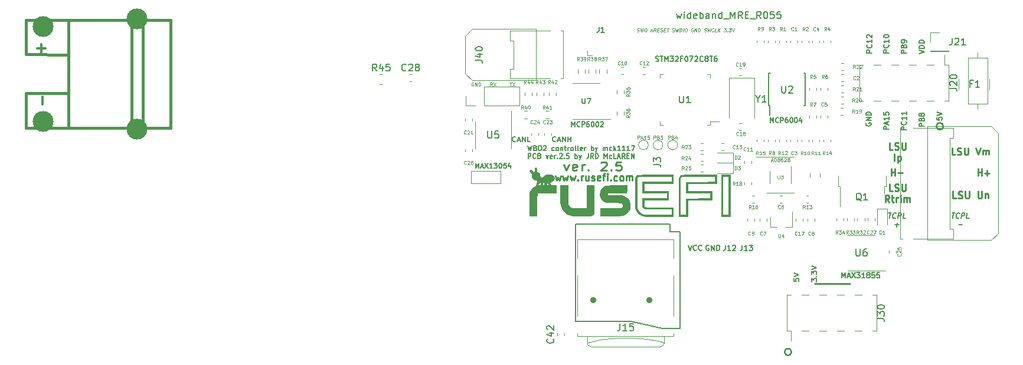
<source format=gbr>
G04 #@! TF.GenerationSoftware,KiCad,Pcbnew,6.0.11-2627ca5db0~126~ubuntu22.04.1*
G04 #@! TF.CreationDate,2023-02-13T20:29:35+01:00*
G04 #@! TF.ProjectId,mre_addon_v2,6d72655f-6164-4646-9f6e-5f76322e6b69,V2.5*
G04 #@! TF.SameCoordinates,Original*
G04 #@! TF.FileFunction,Legend,Top*
G04 #@! TF.FilePolarity,Positive*
%FSLAX46Y46*%
G04 Gerber Fmt 4.6, Leading zero omitted, Abs format (unit mm)*
G04 Created by KiCad (PCBNEW 6.0.11-2627ca5db0~126~ubuntu22.04.1) date 2023-02-13 20:29:35*
%MOMM*%
%LPD*%
G01*
G04 APERTURE LIST*
%ADD10C,0.150000*%
%ADD11C,0.250000*%
%ADD12C,0.225000*%
%ADD13C,0.125000*%
%ADD14C,0.187500*%
%ADD15C,0.304800*%
%ADD16C,0.130000*%
%ADD17C,0.120000*%
%ADD18C,0.010000*%
%ADD19C,0.127000*%
%ADD20C,0.381000*%
%ADD21C,0.254000*%
%ADD22C,0.889000*%
%ADD23C,2.999740*%
G04 APERTURE END LIST*
D10*
X104789285Y-130953571D02*
X104896428Y-130989285D01*
X105075000Y-130989285D01*
X105146428Y-130953571D01*
X105182142Y-130917857D01*
X105217857Y-130846428D01*
X105217857Y-130775000D01*
X105182142Y-130703571D01*
X105146428Y-130667857D01*
X105075000Y-130632142D01*
X104932142Y-130596428D01*
X104860714Y-130560714D01*
X104825000Y-130525000D01*
X104789285Y-130453571D01*
X104789285Y-130382142D01*
X104825000Y-130310714D01*
X104860714Y-130275000D01*
X104932142Y-130239285D01*
X105110714Y-130239285D01*
X105217857Y-130275000D01*
X105432142Y-130239285D02*
X105860714Y-130239285D01*
X105646428Y-130989285D02*
X105646428Y-130239285D01*
X106110714Y-130989285D02*
X106110714Y-130239285D01*
X106360714Y-130775000D01*
X106610714Y-130239285D01*
X106610714Y-130989285D01*
X106896428Y-130239285D02*
X107360714Y-130239285D01*
X107110714Y-130525000D01*
X107217857Y-130525000D01*
X107289285Y-130560714D01*
X107325000Y-130596428D01*
X107360714Y-130667857D01*
X107360714Y-130846428D01*
X107325000Y-130917857D01*
X107289285Y-130953571D01*
X107217857Y-130989285D01*
X107003571Y-130989285D01*
X106932142Y-130953571D01*
X106896428Y-130917857D01*
X107646428Y-130310714D02*
X107682142Y-130275000D01*
X107753571Y-130239285D01*
X107932142Y-130239285D01*
X108003571Y-130275000D01*
X108039285Y-130310714D01*
X108075000Y-130382142D01*
X108075000Y-130453571D01*
X108039285Y-130560714D01*
X107610714Y-130989285D01*
X108075000Y-130989285D01*
X108646428Y-130596428D02*
X108396428Y-130596428D01*
X108396428Y-130989285D02*
X108396428Y-130239285D01*
X108753571Y-130239285D01*
X109182142Y-130239285D02*
X109253571Y-130239285D01*
X109325000Y-130275000D01*
X109360714Y-130310714D01*
X109396428Y-130382142D01*
X109432142Y-130525000D01*
X109432142Y-130703571D01*
X109396428Y-130846428D01*
X109360714Y-130917857D01*
X109325000Y-130953571D01*
X109253571Y-130989285D01*
X109182142Y-130989285D01*
X109110714Y-130953571D01*
X109075000Y-130917857D01*
X109039285Y-130846428D01*
X109003571Y-130703571D01*
X109003571Y-130525000D01*
X109039285Y-130382142D01*
X109075000Y-130310714D01*
X109110714Y-130275000D01*
X109182142Y-130239285D01*
X109682142Y-130239285D02*
X110182142Y-130239285D01*
X109860714Y-130989285D01*
X110432142Y-130310714D02*
X110467857Y-130275000D01*
X110539285Y-130239285D01*
X110717857Y-130239285D01*
X110789285Y-130275000D01*
X110825000Y-130310714D01*
X110860714Y-130382142D01*
X110860714Y-130453571D01*
X110825000Y-130560714D01*
X110396428Y-130989285D01*
X110860714Y-130989285D01*
X111610714Y-130917857D02*
X111575000Y-130953571D01*
X111467857Y-130989285D01*
X111396428Y-130989285D01*
X111289285Y-130953571D01*
X111217857Y-130882142D01*
X111182142Y-130810714D01*
X111146428Y-130667857D01*
X111146428Y-130560714D01*
X111182142Y-130417857D01*
X111217857Y-130346428D01*
X111289285Y-130275000D01*
X111396428Y-130239285D01*
X111467857Y-130239285D01*
X111575000Y-130275000D01*
X111610714Y-130310714D01*
X112039285Y-130560714D02*
X111967857Y-130525000D01*
X111932142Y-130489285D01*
X111896428Y-130417857D01*
X111896428Y-130382142D01*
X111932142Y-130310714D01*
X111967857Y-130275000D01*
X112039285Y-130239285D01*
X112182142Y-130239285D01*
X112253571Y-130275000D01*
X112289285Y-130310714D01*
X112325000Y-130382142D01*
X112325000Y-130417857D01*
X112289285Y-130489285D01*
X112253571Y-130525000D01*
X112182142Y-130560714D01*
X112039285Y-130560714D01*
X111967857Y-130596428D01*
X111932142Y-130632142D01*
X111896428Y-130703571D01*
X111896428Y-130846428D01*
X111932142Y-130917857D01*
X111967857Y-130953571D01*
X112039285Y-130989285D01*
X112182142Y-130989285D01*
X112253571Y-130953571D01*
X112289285Y-130917857D01*
X112325000Y-130846428D01*
X112325000Y-130703571D01*
X112289285Y-130632142D01*
X112253571Y-130596428D01*
X112182142Y-130560714D01*
X112539285Y-130239285D02*
X112967857Y-130239285D01*
X112753571Y-130989285D02*
X112753571Y-130239285D01*
X113539285Y-130239285D02*
X113396428Y-130239285D01*
X113325000Y-130275000D01*
X113289285Y-130310714D01*
X113217857Y-130417857D01*
X113182142Y-130560714D01*
X113182142Y-130846428D01*
X113217857Y-130917857D01*
X113253571Y-130953571D01*
X113325000Y-130989285D01*
X113467857Y-130989285D01*
X113539285Y-130953571D01*
X113575000Y-130917857D01*
X113610714Y-130846428D01*
X113610714Y-130667857D01*
X113575000Y-130596428D01*
X113539285Y-130560714D01*
X113467857Y-130525000D01*
X113325000Y-130525000D01*
X113253571Y-130560714D01*
X113217857Y-130596428D01*
X113182142Y-130667857D01*
D11*
X138809523Y-149597380D02*
X138333333Y-149597380D01*
X138333333Y-148597380D01*
X139095238Y-149549761D02*
X139238095Y-149597380D01*
X139476190Y-149597380D01*
X139571428Y-149549761D01*
X139619047Y-149502142D01*
X139666666Y-149406904D01*
X139666666Y-149311666D01*
X139619047Y-149216428D01*
X139571428Y-149168809D01*
X139476190Y-149121190D01*
X139285714Y-149073571D01*
X139190476Y-149025952D01*
X139142857Y-148978333D01*
X139095238Y-148883095D01*
X139095238Y-148787857D01*
X139142857Y-148692619D01*
X139190476Y-148645000D01*
X139285714Y-148597380D01*
X139523809Y-148597380D01*
X139666666Y-148645000D01*
X140095238Y-148597380D02*
X140095238Y-149406904D01*
X140142857Y-149502142D01*
X140190476Y-149549761D01*
X140285714Y-149597380D01*
X140476190Y-149597380D01*
X140571428Y-149549761D01*
X140619047Y-149502142D01*
X140666666Y-149406904D01*
X140666666Y-148597380D01*
X138309523Y-151207380D02*
X137976190Y-150731190D01*
X137738095Y-151207380D02*
X137738095Y-150207380D01*
X138119047Y-150207380D01*
X138214285Y-150255000D01*
X138261904Y-150302619D01*
X138309523Y-150397857D01*
X138309523Y-150540714D01*
X138261904Y-150635952D01*
X138214285Y-150683571D01*
X138119047Y-150731190D01*
X137738095Y-150731190D01*
X138595238Y-150540714D02*
X138976190Y-150540714D01*
X138738095Y-150207380D02*
X138738095Y-151064523D01*
X138785714Y-151159761D01*
X138880952Y-151207380D01*
X138976190Y-151207380D01*
X139309523Y-151207380D02*
X139309523Y-150540714D01*
X139309523Y-150731190D02*
X139357142Y-150635952D01*
X139404761Y-150588333D01*
X139500000Y-150540714D01*
X139595238Y-150540714D01*
X139928571Y-151207380D02*
X139928571Y-150540714D01*
X139928571Y-150207380D02*
X139880952Y-150255000D01*
X139928571Y-150302619D01*
X139976190Y-150255000D01*
X139928571Y-150207380D01*
X139928571Y-150302619D01*
X140404761Y-151207380D02*
X140404761Y-150540714D01*
X140404761Y-150635952D02*
X140452380Y-150588333D01*
X140547619Y-150540714D01*
X140690476Y-150540714D01*
X140785714Y-150588333D01*
X140833333Y-150683571D01*
X140833333Y-151207380D01*
X140833333Y-150683571D02*
X140880952Y-150588333D01*
X140976190Y-150540714D01*
X141119047Y-150540714D01*
X141214285Y-150588333D01*
X141261904Y-150683571D01*
X141261904Y-151207380D01*
D10*
X92733333Y-140366666D02*
X92733333Y-139666666D01*
X92966666Y-140166666D01*
X93200000Y-139666666D01*
X93200000Y-140366666D01*
X93933333Y-140300000D02*
X93900000Y-140333333D01*
X93800000Y-140366666D01*
X93733333Y-140366666D01*
X93633333Y-140333333D01*
X93566666Y-140266666D01*
X93533333Y-140200000D01*
X93500000Y-140066666D01*
X93500000Y-139966666D01*
X93533333Y-139833333D01*
X93566666Y-139766666D01*
X93633333Y-139700000D01*
X93733333Y-139666666D01*
X93800000Y-139666666D01*
X93900000Y-139700000D01*
X93933333Y-139733333D01*
X94233333Y-140366666D02*
X94233333Y-139666666D01*
X94500000Y-139666666D01*
X94566666Y-139700000D01*
X94600000Y-139733333D01*
X94633333Y-139800000D01*
X94633333Y-139900000D01*
X94600000Y-139966666D01*
X94566666Y-140000000D01*
X94500000Y-140033333D01*
X94233333Y-140033333D01*
X95233333Y-139666666D02*
X95100000Y-139666666D01*
X95033333Y-139700000D01*
X95000000Y-139733333D01*
X94933333Y-139833333D01*
X94900000Y-139966666D01*
X94900000Y-140233333D01*
X94933333Y-140300000D01*
X94966666Y-140333333D01*
X95033333Y-140366666D01*
X95166666Y-140366666D01*
X95233333Y-140333333D01*
X95266666Y-140300000D01*
X95300000Y-140233333D01*
X95300000Y-140066666D01*
X95266666Y-140000000D01*
X95233333Y-139966666D01*
X95166666Y-139933333D01*
X95033333Y-139933333D01*
X94966666Y-139966666D01*
X94933333Y-140000000D01*
X94900000Y-140066666D01*
X95733333Y-139666666D02*
X95800000Y-139666666D01*
X95866666Y-139700000D01*
X95900000Y-139733333D01*
X95933333Y-139800000D01*
X95966666Y-139933333D01*
X95966666Y-140100000D01*
X95933333Y-140233333D01*
X95900000Y-140300000D01*
X95866666Y-140333333D01*
X95800000Y-140366666D01*
X95733333Y-140366666D01*
X95666666Y-140333333D01*
X95633333Y-140300000D01*
X95600000Y-140233333D01*
X95566666Y-140100000D01*
X95566666Y-139933333D01*
X95600000Y-139800000D01*
X95633333Y-139733333D01*
X95666666Y-139700000D01*
X95733333Y-139666666D01*
X96400000Y-139666666D02*
X96466666Y-139666666D01*
X96533333Y-139700000D01*
X96566666Y-139733333D01*
X96600000Y-139800000D01*
X96633333Y-139933333D01*
X96633333Y-140100000D01*
X96600000Y-140233333D01*
X96566666Y-140300000D01*
X96533333Y-140333333D01*
X96466666Y-140366666D01*
X96400000Y-140366666D01*
X96333333Y-140333333D01*
X96300000Y-140300000D01*
X96266666Y-140233333D01*
X96233333Y-140100000D01*
X96233333Y-139933333D01*
X96266666Y-139800000D01*
X96300000Y-139733333D01*
X96333333Y-139700000D01*
X96400000Y-139666666D01*
X96900000Y-139733333D02*
X96933333Y-139700000D01*
X97000000Y-139666666D01*
X97166666Y-139666666D01*
X97233333Y-139700000D01*
X97266666Y-139733333D01*
X97300000Y-139800000D01*
X97300000Y-139866666D01*
X97266666Y-139966666D01*
X96866666Y-140366666D01*
X97300000Y-140366666D01*
X121233333Y-139766666D02*
X121233333Y-139066666D01*
X121466666Y-139566666D01*
X121700000Y-139066666D01*
X121700000Y-139766666D01*
X122433333Y-139700000D02*
X122400000Y-139733333D01*
X122300000Y-139766666D01*
X122233333Y-139766666D01*
X122133333Y-139733333D01*
X122066666Y-139666666D01*
X122033333Y-139600000D01*
X122000000Y-139466666D01*
X122000000Y-139366666D01*
X122033333Y-139233333D01*
X122066666Y-139166666D01*
X122133333Y-139100000D01*
X122233333Y-139066666D01*
X122300000Y-139066666D01*
X122400000Y-139100000D01*
X122433333Y-139133333D01*
X122733333Y-139766666D02*
X122733333Y-139066666D01*
X123000000Y-139066666D01*
X123066666Y-139100000D01*
X123100000Y-139133333D01*
X123133333Y-139200000D01*
X123133333Y-139300000D01*
X123100000Y-139366666D01*
X123066666Y-139400000D01*
X123000000Y-139433333D01*
X122733333Y-139433333D01*
X123733333Y-139066666D02*
X123600000Y-139066666D01*
X123533333Y-139100000D01*
X123500000Y-139133333D01*
X123433333Y-139233333D01*
X123400000Y-139366666D01*
X123400000Y-139633333D01*
X123433333Y-139700000D01*
X123466666Y-139733333D01*
X123533333Y-139766666D01*
X123666666Y-139766666D01*
X123733333Y-139733333D01*
X123766666Y-139700000D01*
X123800000Y-139633333D01*
X123800000Y-139466666D01*
X123766666Y-139400000D01*
X123733333Y-139366666D01*
X123666666Y-139333333D01*
X123533333Y-139333333D01*
X123466666Y-139366666D01*
X123433333Y-139400000D01*
X123400000Y-139466666D01*
X124233333Y-139066666D02*
X124300000Y-139066666D01*
X124366666Y-139100000D01*
X124400000Y-139133333D01*
X124433333Y-139200000D01*
X124466666Y-139333333D01*
X124466666Y-139500000D01*
X124433333Y-139633333D01*
X124400000Y-139700000D01*
X124366666Y-139733333D01*
X124300000Y-139766666D01*
X124233333Y-139766666D01*
X124166666Y-139733333D01*
X124133333Y-139700000D01*
X124100000Y-139633333D01*
X124066666Y-139500000D01*
X124066666Y-139333333D01*
X124100000Y-139200000D01*
X124133333Y-139133333D01*
X124166666Y-139100000D01*
X124233333Y-139066666D01*
X124900000Y-139066666D02*
X124966666Y-139066666D01*
X125033333Y-139100000D01*
X125066666Y-139133333D01*
X125100000Y-139200000D01*
X125133333Y-139333333D01*
X125133333Y-139500000D01*
X125100000Y-139633333D01*
X125066666Y-139700000D01*
X125033333Y-139733333D01*
X124966666Y-139766666D01*
X124900000Y-139766666D01*
X124833333Y-139733333D01*
X124800000Y-139700000D01*
X124766666Y-139633333D01*
X124733333Y-139500000D01*
X124733333Y-139333333D01*
X124766666Y-139200000D01*
X124800000Y-139133333D01*
X124833333Y-139100000D01*
X124900000Y-139066666D01*
X125733333Y-139300000D02*
X125733333Y-139766666D01*
X125566666Y-139033333D02*
X125400000Y-139533333D01*
X125833333Y-139533333D01*
D11*
X90418571Y-147450714D02*
X90609047Y-148117380D01*
X90799523Y-147641190D01*
X90990000Y-148117380D01*
X91180476Y-147450714D01*
X91466190Y-147450714D02*
X91656666Y-148117380D01*
X91847142Y-147641190D01*
X92037619Y-148117380D01*
X92228095Y-147450714D01*
X92513809Y-147450714D02*
X92704285Y-148117380D01*
X92894761Y-147641190D01*
X93085238Y-148117380D01*
X93275714Y-147450714D01*
X93656666Y-148022142D02*
X93704285Y-148069761D01*
X93656666Y-148117380D01*
X93609047Y-148069761D01*
X93656666Y-148022142D01*
X93656666Y-148117380D01*
X94132857Y-148117380D02*
X94132857Y-147450714D01*
X94132857Y-147641190D02*
X94180476Y-147545952D01*
X94228095Y-147498333D01*
X94323333Y-147450714D01*
X94418571Y-147450714D01*
X95180476Y-147450714D02*
X95180476Y-148117380D01*
X94751904Y-147450714D02*
X94751904Y-147974523D01*
X94799523Y-148069761D01*
X94894761Y-148117380D01*
X95037619Y-148117380D01*
X95132857Y-148069761D01*
X95180476Y-148022142D01*
X95609047Y-148069761D02*
X95704285Y-148117380D01*
X95894761Y-148117380D01*
X95990000Y-148069761D01*
X96037619Y-147974523D01*
X96037619Y-147926904D01*
X95990000Y-147831666D01*
X95894761Y-147784047D01*
X95751904Y-147784047D01*
X95656666Y-147736428D01*
X95609047Y-147641190D01*
X95609047Y-147593571D01*
X95656666Y-147498333D01*
X95751904Y-147450714D01*
X95894761Y-147450714D01*
X95990000Y-147498333D01*
X96847142Y-148069761D02*
X96751904Y-148117380D01*
X96561428Y-148117380D01*
X96466190Y-148069761D01*
X96418571Y-147974523D01*
X96418571Y-147593571D01*
X96466190Y-147498333D01*
X96561428Y-147450714D01*
X96751904Y-147450714D01*
X96847142Y-147498333D01*
X96894761Y-147593571D01*
X96894761Y-147688809D01*
X96418571Y-147784047D01*
X97180476Y-147450714D02*
X97561428Y-147450714D01*
X97323333Y-148117380D02*
X97323333Y-147260238D01*
X97370952Y-147165000D01*
X97466190Y-147117380D01*
X97561428Y-147117380D01*
X97894761Y-148117380D02*
X97894761Y-147450714D01*
X97894761Y-147117380D02*
X97847142Y-147165000D01*
X97894761Y-147212619D01*
X97942380Y-147165000D01*
X97894761Y-147117380D01*
X97894761Y-147212619D01*
X98370952Y-148022142D02*
X98418571Y-148069761D01*
X98370952Y-148117380D01*
X98323333Y-148069761D01*
X98370952Y-148022142D01*
X98370952Y-148117380D01*
X99275714Y-148069761D02*
X99180476Y-148117380D01*
X98990000Y-148117380D01*
X98894761Y-148069761D01*
X98847142Y-148022142D01*
X98799523Y-147926904D01*
X98799523Y-147641190D01*
X98847142Y-147545952D01*
X98894761Y-147498333D01*
X98990000Y-147450714D01*
X99180476Y-147450714D01*
X99275714Y-147498333D01*
X99847142Y-148117380D02*
X99751904Y-148069761D01*
X99704285Y-148022142D01*
X99656666Y-147926904D01*
X99656666Y-147641190D01*
X99704285Y-147545952D01*
X99751904Y-147498333D01*
X99847142Y-147450714D01*
X99990000Y-147450714D01*
X100085238Y-147498333D01*
X100132857Y-147545952D01*
X100180476Y-147641190D01*
X100180476Y-147926904D01*
X100132857Y-148022142D01*
X100085238Y-148069761D01*
X99990000Y-148117380D01*
X99847142Y-148117380D01*
X100609047Y-148117380D02*
X100609047Y-147450714D01*
X100609047Y-147545952D02*
X100656666Y-147498333D01*
X100751904Y-147450714D01*
X100894761Y-147450714D01*
X100990000Y-147498333D01*
X101037619Y-147593571D01*
X101037619Y-148117380D01*
X101037619Y-147593571D02*
X101085238Y-147498333D01*
X101180476Y-147450714D01*
X101323333Y-147450714D01*
X101418571Y-147498333D01*
X101466190Y-147593571D01*
X101466190Y-148117380D01*
D10*
X78966666Y-146316666D02*
X78966666Y-145616666D01*
X79200000Y-146116666D01*
X79433333Y-145616666D01*
X79433333Y-146316666D01*
X79733333Y-146116666D02*
X80066666Y-146116666D01*
X79666666Y-146316666D02*
X79900000Y-145616666D01*
X80133333Y-146316666D01*
X80300000Y-145616666D02*
X80766666Y-146316666D01*
X80766666Y-145616666D02*
X80300000Y-146316666D01*
X81400000Y-146316666D02*
X81000000Y-146316666D01*
X81200000Y-146316666D02*
X81200000Y-145616666D01*
X81133333Y-145716666D01*
X81066666Y-145783333D01*
X81000000Y-145816666D01*
X81633333Y-145616666D02*
X82066666Y-145616666D01*
X81833333Y-145883333D01*
X81933333Y-145883333D01*
X82000000Y-145916666D01*
X82033333Y-145950000D01*
X82066666Y-146016666D01*
X82066666Y-146183333D01*
X82033333Y-146250000D01*
X82000000Y-146283333D01*
X81933333Y-146316666D01*
X81733333Y-146316666D01*
X81666666Y-146283333D01*
X81633333Y-146250000D01*
X82500000Y-145616666D02*
X82566666Y-145616666D01*
X82633333Y-145650000D01*
X82666666Y-145683333D01*
X82700000Y-145750000D01*
X82733333Y-145883333D01*
X82733333Y-146050000D01*
X82700000Y-146183333D01*
X82666666Y-146250000D01*
X82633333Y-146283333D01*
X82566666Y-146316666D01*
X82500000Y-146316666D01*
X82433333Y-146283333D01*
X82400000Y-146250000D01*
X82366666Y-146183333D01*
X82333333Y-146050000D01*
X82333333Y-145883333D01*
X82366666Y-145750000D01*
X82400000Y-145683333D01*
X82433333Y-145650000D01*
X82500000Y-145616666D01*
X83366666Y-145616666D02*
X83033333Y-145616666D01*
X83000000Y-145950000D01*
X83033333Y-145916666D01*
X83100000Y-145883333D01*
X83266666Y-145883333D01*
X83333333Y-145916666D01*
X83366666Y-145950000D01*
X83400000Y-146016666D01*
X83400000Y-146183333D01*
X83366666Y-146250000D01*
X83333333Y-146283333D01*
X83266666Y-146316666D01*
X83100000Y-146316666D01*
X83033333Y-146283333D01*
X83000000Y-146250000D01*
X84000000Y-145850000D02*
X84000000Y-146316666D01*
X83833333Y-145583333D02*
X83666666Y-146083333D01*
X84100000Y-146083333D01*
D12*
X151035714Y-147427380D02*
X151035714Y-146427380D01*
X151035714Y-146903571D02*
X151550000Y-146903571D01*
X151550000Y-147427380D02*
X151550000Y-146427380D01*
X151978571Y-147046428D02*
X152664285Y-147046428D01*
X152321428Y-147427380D02*
X152321428Y-146665476D01*
D13*
X121378571Y-145233333D02*
X121616666Y-145233333D01*
X121330952Y-145376190D02*
X121497619Y-144876190D01*
X121664285Y-145376190D01*
X121830952Y-145376190D02*
X121830952Y-144876190D01*
X121950000Y-144876190D01*
X122021428Y-144900000D01*
X122069047Y-144947619D01*
X122092857Y-144995238D01*
X122116666Y-145090476D01*
X122116666Y-145161904D01*
X122092857Y-145257142D01*
X122069047Y-145304761D01*
X122021428Y-145352380D01*
X121950000Y-145376190D01*
X121830952Y-145376190D01*
X122402380Y-145090476D02*
X122354761Y-145066666D01*
X122330952Y-145042857D01*
X122307142Y-144995238D01*
X122307142Y-144971428D01*
X122330952Y-144923809D01*
X122354761Y-144900000D01*
X122402380Y-144876190D01*
X122497619Y-144876190D01*
X122545238Y-144900000D01*
X122569047Y-144923809D01*
X122592857Y-144971428D01*
X122592857Y-144995238D01*
X122569047Y-145042857D01*
X122545238Y-145066666D01*
X122497619Y-145090476D01*
X122402380Y-145090476D01*
X122354761Y-145114285D01*
X122330952Y-145138095D01*
X122307142Y-145185714D01*
X122307142Y-145280952D01*
X122330952Y-145328571D01*
X122354761Y-145352380D01*
X122402380Y-145376190D01*
X122497619Y-145376190D01*
X122545238Y-145352380D01*
X122569047Y-145328571D01*
X122592857Y-145280952D01*
X122592857Y-145185714D01*
X122569047Y-145138095D01*
X122545238Y-145114285D01*
X122497619Y-145090476D01*
X123021428Y-144876190D02*
X122926190Y-144876190D01*
X122878571Y-144900000D01*
X122854761Y-144923809D01*
X122807142Y-144995238D01*
X122783333Y-145090476D01*
X122783333Y-145280952D01*
X122807142Y-145328571D01*
X122830952Y-145352380D01*
X122878571Y-145376190D01*
X122973809Y-145376190D01*
X123021428Y-145352380D01*
X123045238Y-145328571D01*
X123069047Y-145280952D01*
X123069047Y-145161904D01*
X123045238Y-145114285D01*
X123021428Y-145090476D01*
X122973809Y-145066666D01*
X122878571Y-145066666D01*
X122830952Y-145090476D01*
X122807142Y-145114285D01*
X122783333Y-145161904D01*
X123259523Y-144923809D02*
X123283333Y-144900000D01*
X123330952Y-144876190D01*
X123450000Y-144876190D01*
X123497619Y-144900000D01*
X123521428Y-144923809D01*
X123545238Y-144971428D01*
X123545238Y-145019047D01*
X123521428Y-145090476D01*
X123235714Y-145376190D01*
X123545238Y-145376190D01*
X123830952Y-145090476D02*
X123783333Y-145066666D01*
X123759523Y-145042857D01*
X123735714Y-144995238D01*
X123735714Y-144971428D01*
X123759523Y-144923809D01*
X123783333Y-144900000D01*
X123830952Y-144876190D01*
X123926190Y-144876190D01*
X123973809Y-144900000D01*
X123997619Y-144923809D01*
X124021428Y-144971428D01*
X124021428Y-144995238D01*
X123997619Y-145042857D01*
X123973809Y-145066666D01*
X123926190Y-145090476D01*
X123830952Y-145090476D01*
X123783333Y-145114285D01*
X123759523Y-145138095D01*
X123735714Y-145185714D01*
X123735714Y-145280952D01*
X123759523Y-145328571D01*
X123783333Y-145352380D01*
X123830952Y-145376190D01*
X123926190Y-145376190D01*
X123973809Y-145352380D01*
X123997619Y-145328571D01*
X124021428Y-145280952D01*
X124021428Y-145185714D01*
X123997619Y-145138095D01*
X123973809Y-145114285D01*
X123926190Y-145090476D01*
D14*
X138204888Y-152785535D02*
X138633459Y-152785535D01*
X138325424Y-153535535D02*
X138419174Y-152785535D01*
X139227209Y-153464107D02*
X139187031Y-153499821D01*
X139075424Y-153535535D01*
X139003995Y-153535535D01*
X138901316Y-153499821D01*
X138838816Y-153428392D01*
X138812031Y-153356964D01*
X138794174Y-153214107D01*
X138807566Y-153106964D01*
X138861138Y-152964107D01*
X138905781Y-152892678D01*
X138986138Y-152821250D01*
X139097745Y-152785535D01*
X139169174Y-152785535D01*
X139271852Y-152821250D01*
X139303102Y-152856964D01*
X139539709Y-153535535D02*
X139633459Y-152785535D01*
X139919174Y-152785535D01*
X139986138Y-152821250D01*
X140017388Y-152856964D01*
X140044174Y-152928392D01*
X140030781Y-153035535D01*
X139986138Y-153106964D01*
X139945959Y-153142678D01*
X139870066Y-153178392D01*
X139584352Y-153178392D01*
X140646852Y-153535535D02*
X140289709Y-153535535D01*
X140383459Y-152785535D01*
X139128995Y-154457321D02*
X139700424Y-154457321D01*
X139378995Y-154743035D02*
X139450424Y-154171607D01*
D12*
X138585714Y-147402380D02*
X138585714Y-146402380D01*
X138585714Y-146878571D02*
X139100000Y-146878571D01*
X139100000Y-147402380D02*
X139100000Y-146402380D01*
X139528571Y-147021428D02*
X140214285Y-147021428D01*
D11*
X147783333Y-144402380D02*
X147307142Y-144402380D01*
X147307142Y-143402380D01*
X148069047Y-144354761D02*
X148211904Y-144402380D01*
X148450000Y-144402380D01*
X148545238Y-144354761D01*
X148592857Y-144307142D01*
X148640476Y-144211904D01*
X148640476Y-144116666D01*
X148592857Y-144021428D01*
X148545238Y-143973809D01*
X148450000Y-143926190D01*
X148259523Y-143878571D01*
X148164285Y-143830952D01*
X148116666Y-143783333D01*
X148069047Y-143688095D01*
X148069047Y-143592857D01*
X148116666Y-143497619D01*
X148164285Y-143450000D01*
X148259523Y-143402380D01*
X148497619Y-143402380D01*
X148640476Y-143450000D01*
X149069047Y-143402380D02*
X149069047Y-144211904D01*
X149116666Y-144307142D01*
X149164285Y-144354761D01*
X149259523Y-144402380D01*
X149450000Y-144402380D01*
X149545238Y-144354761D01*
X149592857Y-144307142D01*
X149640476Y-144211904D01*
X149640476Y-143402380D01*
X150735714Y-143402380D02*
X151069047Y-144402380D01*
X151402380Y-143402380D01*
X151735714Y-144402380D02*
X151735714Y-143735714D01*
X151735714Y-143830952D02*
X151783333Y-143783333D01*
X151878571Y-143735714D01*
X152021428Y-143735714D01*
X152116666Y-143783333D01*
X152164285Y-143878571D01*
X152164285Y-144402380D01*
X152164285Y-143878571D02*
X152211904Y-143783333D01*
X152307142Y-143735714D01*
X152450000Y-143735714D01*
X152545238Y-143783333D01*
X152592857Y-143878571D01*
X152592857Y-144402380D01*
D10*
X86453333Y-143103166D02*
X86620000Y-143803166D01*
X86753333Y-143303166D01*
X86886666Y-143803166D01*
X87053333Y-143103166D01*
X87553333Y-143436500D02*
X87653333Y-143469833D01*
X87686666Y-143503166D01*
X87720000Y-143569833D01*
X87720000Y-143669833D01*
X87686666Y-143736500D01*
X87653333Y-143769833D01*
X87586666Y-143803166D01*
X87320000Y-143803166D01*
X87320000Y-143103166D01*
X87553333Y-143103166D01*
X87620000Y-143136500D01*
X87653333Y-143169833D01*
X87686666Y-143236500D01*
X87686666Y-143303166D01*
X87653333Y-143369833D01*
X87620000Y-143403166D01*
X87553333Y-143436500D01*
X87320000Y-143436500D01*
X88153333Y-143103166D02*
X88286666Y-143103166D01*
X88353333Y-143136500D01*
X88420000Y-143203166D01*
X88453333Y-143336500D01*
X88453333Y-143569833D01*
X88420000Y-143703166D01*
X88353333Y-143769833D01*
X88286666Y-143803166D01*
X88153333Y-143803166D01*
X88086666Y-143769833D01*
X88020000Y-143703166D01*
X87986666Y-143569833D01*
X87986666Y-143336500D01*
X88020000Y-143203166D01*
X88086666Y-143136500D01*
X88153333Y-143103166D01*
X88720000Y-143169833D02*
X88753333Y-143136500D01*
X88820000Y-143103166D01*
X88986666Y-143103166D01*
X89053333Y-143136500D01*
X89086666Y-143169833D01*
X89120000Y-143236500D01*
X89120000Y-143303166D01*
X89086666Y-143403166D01*
X88686666Y-143803166D01*
X89120000Y-143803166D01*
X90253333Y-143769833D02*
X90186666Y-143803166D01*
X90053333Y-143803166D01*
X89986666Y-143769833D01*
X89953333Y-143736500D01*
X89920000Y-143669833D01*
X89920000Y-143469833D01*
X89953333Y-143403166D01*
X89986666Y-143369833D01*
X90053333Y-143336500D01*
X90186666Y-143336500D01*
X90253333Y-143369833D01*
X90653333Y-143803166D02*
X90586666Y-143769833D01*
X90553333Y-143736500D01*
X90520000Y-143669833D01*
X90520000Y-143469833D01*
X90553333Y-143403166D01*
X90586666Y-143369833D01*
X90653333Y-143336500D01*
X90753333Y-143336500D01*
X90820000Y-143369833D01*
X90853333Y-143403166D01*
X90886666Y-143469833D01*
X90886666Y-143669833D01*
X90853333Y-143736500D01*
X90820000Y-143769833D01*
X90753333Y-143803166D01*
X90653333Y-143803166D01*
X91186666Y-143336500D02*
X91186666Y-143803166D01*
X91186666Y-143403166D02*
X91220000Y-143369833D01*
X91286666Y-143336500D01*
X91386666Y-143336500D01*
X91453333Y-143369833D01*
X91486666Y-143436500D01*
X91486666Y-143803166D01*
X91720000Y-143336500D02*
X91986666Y-143336500D01*
X91820000Y-143103166D02*
X91820000Y-143703166D01*
X91853333Y-143769833D01*
X91920000Y-143803166D01*
X91986666Y-143803166D01*
X92220000Y-143803166D02*
X92220000Y-143336500D01*
X92220000Y-143469833D02*
X92253333Y-143403166D01*
X92286666Y-143369833D01*
X92353333Y-143336500D01*
X92420000Y-143336500D01*
X92753333Y-143803166D02*
X92686666Y-143769833D01*
X92653333Y-143736500D01*
X92620000Y-143669833D01*
X92620000Y-143469833D01*
X92653333Y-143403166D01*
X92686666Y-143369833D01*
X92753333Y-143336500D01*
X92853333Y-143336500D01*
X92920000Y-143369833D01*
X92953333Y-143403166D01*
X92986666Y-143469833D01*
X92986666Y-143669833D01*
X92953333Y-143736500D01*
X92920000Y-143769833D01*
X92853333Y-143803166D01*
X92753333Y-143803166D01*
X93386666Y-143803166D02*
X93320000Y-143769833D01*
X93286666Y-143703166D01*
X93286666Y-143103166D01*
X93753333Y-143803166D02*
X93686666Y-143769833D01*
X93653333Y-143703166D01*
X93653333Y-143103166D01*
X94286666Y-143769833D02*
X94220000Y-143803166D01*
X94086666Y-143803166D01*
X94020000Y-143769833D01*
X93986666Y-143703166D01*
X93986666Y-143436500D01*
X94020000Y-143369833D01*
X94086666Y-143336500D01*
X94220000Y-143336500D01*
X94286666Y-143369833D01*
X94320000Y-143436500D01*
X94320000Y-143503166D01*
X93986666Y-143569833D01*
X94620000Y-143803166D02*
X94620000Y-143336500D01*
X94620000Y-143469833D02*
X94653333Y-143403166D01*
X94686666Y-143369833D01*
X94753333Y-143336500D01*
X94820000Y-143336500D01*
X95586666Y-143803166D02*
X95586666Y-143103166D01*
X95586666Y-143369833D02*
X95653333Y-143336500D01*
X95786666Y-143336500D01*
X95853333Y-143369833D01*
X95886666Y-143403166D01*
X95920000Y-143469833D01*
X95920000Y-143669833D01*
X95886666Y-143736500D01*
X95853333Y-143769833D01*
X95786666Y-143803166D01*
X95653333Y-143803166D01*
X95586666Y-143769833D01*
X96153333Y-143336500D02*
X96320000Y-143803166D01*
X96486666Y-143336500D02*
X96320000Y-143803166D01*
X96253333Y-143969833D01*
X96220000Y-144003166D01*
X96153333Y-144036500D01*
X97286666Y-143803166D02*
X97286666Y-143336500D01*
X97286666Y-143403166D02*
X97320000Y-143369833D01*
X97386666Y-143336500D01*
X97486666Y-143336500D01*
X97553333Y-143369833D01*
X97586666Y-143436500D01*
X97586666Y-143803166D01*
X97586666Y-143436500D02*
X97620000Y-143369833D01*
X97686666Y-143336500D01*
X97786666Y-143336500D01*
X97853333Y-143369833D01*
X97886666Y-143436500D01*
X97886666Y-143803166D01*
X98520000Y-143769833D02*
X98453333Y-143803166D01*
X98320000Y-143803166D01*
X98253333Y-143769833D01*
X98220000Y-143736500D01*
X98186666Y-143669833D01*
X98186666Y-143469833D01*
X98220000Y-143403166D01*
X98253333Y-143369833D01*
X98320000Y-143336500D01*
X98453333Y-143336500D01*
X98520000Y-143369833D01*
X98820000Y-143803166D02*
X98820000Y-143103166D01*
X98886666Y-143536500D02*
X99086666Y-143803166D01*
X99086666Y-143336500D02*
X98820000Y-143603166D01*
X99753333Y-143803166D02*
X99353333Y-143803166D01*
X99553333Y-143803166D02*
X99553333Y-143103166D01*
X99486666Y-143203166D01*
X99420000Y-143269833D01*
X99353333Y-143303166D01*
X100420000Y-143803166D02*
X100020000Y-143803166D01*
X100220000Y-143803166D02*
X100220000Y-143103166D01*
X100153333Y-143203166D01*
X100086666Y-143269833D01*
X100020000Y-143303166D01*
X101086666Y-143803166D02*
X100686666Y-143803166D01*
X100886666Y-143803166D02*
X100886666Y-143103166D01*
X100820000Y-143203166D01*
X100753333Y-143269833D01*
X100686666Y-143303166D01*
X101320000Y-143103166D02*
X101786666Y-143103166D01*
X101486666Y-143803166D01*
X86520000Y-144930166D02*
X86520000Y-144230166D01*
X86786666Y-144230166D01*
X86853333Y-144263500D01*
X86886666Y-144296833D01*
X86920000Y-144363500D01*
X86920000Y-144463500D01*
X86886666Y-144530166D01*
X86853333Y-144563500D01*
X86786666Y-144596833D01*
X86520000Y-144596833D01*
X87620000Y-144863500D02*
X87586666Y-144896833D01*
X87486666Y-144930166D01*
X87420000Y-144930166D01*
X87320000Y-144896833D01*
X87253333Y-144830166D01*
X87220000Y-144763500D01*
X87186666Y-144630166D01*
X87186666Y-144530166D01*
X87220000Y-144396833D01*
X87253333Y-144330166D01*
X87320000Y-144263500D01*
X87420000Y-144230166D01*
X87486666Y-144230166D01*
X87586666Y-144263500D01*
X87620000Y-144296833D01*
X88153333Y-144563500D02*
X88253333Y-144596833D01*
X88286666Y-144630166D01*
X88320000Y-144696833D01*
X88320000Y-144796833D01*
X88286666Y-144863500D01*
X88253333Y-144896833D01*
X88186666Y-144930166D01*
X87920000Y-144930166D01*
X87920000Y-144230166D01*
X88153333Y-144230166D01*
X88220000Y-144263500D01*
X88253333Y-144296833D01*
X88286666Y-144363500D01*
X88286666Y-144430166D01*
X88253333Y-144496833D01*
X88220000Y-144530166D01*
X88153333Y-144563500D01*
X87920000Y-144563500D01*
X89086666Y-144463500D02*
X89253333Y-144930166D01*
X89420000Y-144463500D01*
X89953333Y-144896833D02*
X89886666Y-144930166D01*
X89753333Y-144930166D01*
X89686666Y-144896833D01*
X89653333Y-144830166D01*
X89653333Y-144563500D01*
X89686666Y-144496833D01*
X89753333Y-144463500D01*
X89886666Y-144463500D01*
X89953333Y-144496833D01*
X89986666Y-144563500D01*
X89986666Y-144630166D01*
X89653333Y-144696833D01*
X90286666Y-144930166D02*
X90286666Y-144463500D01*
X90286666Y-144596833D02*
X90320000Y-144530166D01*
X90353333Y-144496833D01*
X90420000Y-144463500D01*
X90486666Y-144463500D01*
X90720000Y-144863500D02*
X90753333Y-144896833D01*
X90720000Y-144930166D01*
X90686666Y-144896833D01*
X90720000Y-144863500D01*
X90720000Y-144930166D01*
X91020000Y-144296833D02*
X91053333Y-144263500D01*
X91120000Y-144230166D01*
X91286666Y-144230166D01*
X91353333Y-144263500D01*
X91386666Y-144296833D01*
X91420000Y-144363500D01*
X91420000Y-144430166D01*
X91386666Y-144530166D01*
X90986666Y-144930166D01*
X91420000Y-144930166D01*
X91720000Y-144863500D02*
X91753333Y-144896833D01*
X91720000Y-144930166D01*
X91686666Y-144896833D01*
X91720000Y-144863500D01*
X91720000Y-144930166D01*
X92386666Y-144230166D02*
X92053333Y-144230166D01*
X92020000Y-144563500D01*
X92053333Y-144530166D01*
X92120000Y-144496833D01*
X92286666Y-144496833D01*
X92353333Y-144530166D01*
X92386666Y-144563500D01*
X92420000Y-144630166D01*
X92420000Y-144796833D01*
X92386666Y-144863500D01*
X92353333Y-144896833D01*
X92286666Y-144930166D01*
X92120000Y-144930166D01*
X92053333Y-144896833D01*
X92020000Y-144863500D01*
X93253333Y-144930166D02*
X93253333Y-144230166D01*
X93253333Y-144496833D02*
X93320000Y-144463500D01*
X93453333Y-144463500D01*
X93520000Y-144496833D01*
X93553333Y-144530166D01*
X93586666Y-144596833D01*
X93586666Y-144796833D01*
X93553333Y-144863500D01*
X93520000Y-144896833D01*
X93453333Y-144930166D01*
X93320000Y-144930166D01*
X93253333Y-144896833D01*
X93820000Y-144463500D02*
X93986666Y-144930166D01*
X94153333Y-144463500D02*
X93986666Y-144930166D01*
X93920000Y-145096833D01*
X93886666Y-145130166D01*
X93820000Y-145163500D01*
X95153333Y-144230166D02*
X95153333Y-144730166D01*
X95120000Y-144830166D01*
X95053333Y-144896833D01*
X94953333Y-144930166D01*
X94886666Y-144930166D01*
X95886666Y-144930166D02*
X95653333Y-144596833D01*
X95486666Y-144930166D02*
X95486666Y-144230166D01*
X95753333Y-144230166D01*
X95820000Y-144263500D01*
X95853333Y-144296833D01*
X95886666Y-144363500D01*
X95886666Y-144463500D01*
X95853333Y-144530166D01*
X95820000Y-144563500D01*
X95753333Y-144596833D01*
X95486666Y-144596833D01*
X96186666Y-144930166D02*
X96186666Y-144230166D01*
X96353333Y-144230166D01*
X96453333Y-144263500D01*
X96520000Y-144330166D01*
X96553333Y-144396833D01*
X96586666Y-144530166D01*
X96586666Y-144630166D01*
X96553333Y-144763500D01*
X96520000Y-144830166D01*
X96453333Y-144896833D01*
X96353333Y-144930166D01*
X96186666Y-144930166D01*
X97420000Y-144930166D02*
X97420000Y-144230166D01*
X97653333Y-144730166D01*
X97886666Y-144230166D01*
X97886666Y-144930166D01*
X98520000Y-144896833D02*
X98453333Y-144930166D01*
X98320000Y-144930166D01*
X98253333Y-144896833D01*
X98220000Y-144863500D01*
X98186666Y-144796833D01*
X98186666Y-144596833D01*
X98220000Y-144530166D01*
X98253333Y-144496833D01*
X98320000Y-144463500D01*
X98453333Y-144463500D01*
X98520000Y-144496833D01*
X99153333Y-144930166D02*
X98820000Y-144930166D01*
X98820000Y-144230166D01*
X99353333Y-144730166D02*
X99686666Y-144730166D01*
X99286666Y-144930166D02*
X99520000Y-144230166D01*
X99753333Y-144930166D01*
X100386666Y-144930166D02*
X100153333Y-144596833D01*
X99986666Y-144930166D02*
X99986666Y-144230166D01*
X100253333Y-144230166D01*
X100320000Y-144263500D01*
X100353333Y-144296833D01*
X100386666Y-144363500D01*
X100386666Y-144463500D01*
X100353333Y-144530166D01*
X100320000Y-144563500D01*
X100253333Y-144596833D01*
X99986666Y-144596833D01*
X100686666Y-144563500D02*
X100920000Y-144563500D01*
X101020000Y-144930166D02*
X100686666Y-144930166D01*
X100686666Y-144230166D01*
X101020000Y-144230166D01*
X101320000Y-144930166D02*
X101320000Y-144230166D01*
X101720000Y-144930166D01*
X101720000Y-144230166D01*
D11*
X91641428Y-145842857D02*
X91998571Y-146642857D01*
X92355714Y-145842857D01*
X93498571Y-146585714D02*
X93355714Y-146642857D01*
X93070000Y-146642857D01*
X92927142Y-146585714D01*
X92855714Y-146471428D01*
X92855714Y-146014285D01*
X92927142Y-145900000D01*
X93070000Y-145842857D01*
X93355714Y-145842857D01*
X93498571Y-145900000D01*
X93570000Y-146014285D01*
X93570000Y-146128571D01*
X92855714Y-146242857D01*
X94212857Y-146642857D02*
X94212857Y-145842857D01*
X94212857Y-146071428D02*
X94284285Y-145957142D01*
X94355714Y-145900000D01*
X94498571Y-145842857D01*
X94641428Y-145842857D01*
X95141428Y-146528571D02*
X95212857Y-146585714D01*
X95141428Y-146642857D01*
X95070000Y-146585714D01*
X95141428Y-146528571D01*
X95141428Y-146642857D01*
X96927142Y-145557142D02*
X96998571Y-145500000D01*
X97141428Y-145442857D01*
X97498571Y-145442857D01*
X97641428Y-145500000D01*
X97712857Y-145557142D01*
X97784285Y-145671428D01*
X97784285Y-145785714D01*
X97712857Y-145957142D01*
X96855714Y-146642857D01*
X97784285Y-146642857D01*
X98427142Y-146528571D02*
X98498571Y-146585714D01*
X98427142Y-146642857D01*
X98355714Y-146585714D01*
X98427142Y-146528571D01*
X98427142Y-146642857D01*
X99855714Y-145442857D02*
X99141428Y-145442857D01*
X99070000Y-146014285D01*
X99141428Y-145957142D01*
X99284285Y-145900000D01*
X99641428Y-145900000D01*
X99784285Y-145957142D01*
X99855714Y-146014285D01*
X99927142Y-146128571D01*
X99927142Y-146414285D01*
X99855714Y-146528571D01*
X99784285Y-146585714D01*
X99641428Y-146642857D01*
X99284285Y-146642857D01*
X99141428Y-146585714D01*
X99070000Y-146528571D01*
X138809523Y-143647380D02*
X138333333Y-143647380D01*
X138333333Y-142647380D01*
X139095238Y-143599761D02*
X139238095Y-143647380D01*
X139476190Y-143647380D01*
X139571428Y-143599761D01*
X139619047Y-143552142D01*
X139666666Y-143456904D01*
X139666666Y-143361666D01*
X139619047Y-143266428D01*
X139571428Y-143218809D01*
X139476190Y-143171190D01*
X139285714Y-143123571D01*
X139190476Y-143075952D01*
X139142857Y-143028333D01*
X139095238Y-142933095D01*
X139095238Y-142837857D01*
X139142857Y-142742619D01*
X139190476Y-142695000D01*
X139285714Y-142647380D01*
X139523809Y-142647380D01*
X139666666Y-142695000D01*
X140095238Y-142647380D02*
X140095238Y-143456904D01*
X140142857Y-143552142D01*
X140190476Y-143599761D01*
X140285714Y-143647380D01*
X140476190Y-143647380D01*
X140571428Y-143599761D01*
X140619047Y-143552142D01*
X140666666Y-143456904D01*
X140666666Y-142647380D01*
X139047619Y-145257380D02*
X139047619Y-144257380D01*
X139523809Y-144590714D02*
X139523809Y-145590714D01*
X139523809Y-144638333D02*
X139619047Y-144590714D01*
X139809523Y-144590714D01*
X139904761Y-144638333D01*
X139952380Y-144685952D01*
X140000000Y-144781190D01*
X140000000Y-145066904D01*
X139952380Y-145162142D01*
X139904761Y-145209761D01*
X139809523Y-145257380D01*
X139619047Y-145257380D01*
X139523809Y-145209761D01*
D13*
X102103258Y-126702380D02*
X102171711Y-126726190D01*
X102290758Y-126726190D01*
X102341354Y-126702380D01*
X102368139Y-126678571D01*
X102397901Y-126630952D01*
X102403854Y-126583333D01*
X102385997Y-126535714D01*
X102365163Y-126511904D01*
X102320520Y-126488095D01*
X102228258Y-126464285D01*
X102183616Y-126440476D01*
X102162782Y-126416666D01*
X102144925Y-126369047D01*
X102150877Y-126321428D01*
X102180639Y-126273809D01*
X102207425Y-126250000D01*
X102258020Y-126226190D01*
X102377068Y-126226190D01*
X102445520Y-126250000D01*
X102615163Y-126226190D02*
X102671711Y-126726190D01*
X102811592Y-126369047D01*
X102862187Y-126726190D01*
X103043735Y-126226190D01*
X103329449Y-126226190D02*
X103424687Y-126226190D01*
X103469330Y-126250000D01*
X103510997Y-126297619D01*
X103522901Y-126392857D01*
X103502068Y-126559523D01*
X103466354Y-126654761D01*
X103412782Y-126702380D01*
X103362187Y-126726190D01*
X103266949Y-126726190D01*
X103222306Y-126702380D01*
X103180639Y-126654761D01*
X103168735Y-126559523D01*
X103189568Y-126392857D01*
X103225282Y-126297619D01*
X103278854Y-126250000D01*
X103329449Y-126226190D01*
X104118139Y-126392857D02*
X104076473Y-126726190D01*
X104112187Y-126440476D02*
X104138973Y-126416666D01*
X104189568Y-126392857D01*
X104260997Y-126392857D01*
X104305639Y-126416666D01*
X104323497Y-126464285D01*
X104290758Y-126726190D01*
X104814568Y-126726190D02*
X104677663Y-126488095D01*
X104528854Y-126726190D02*
X104591354Y-126226190D01*
X104781830Y-126226190D01*
X104826473Y-126250000D01*
X104847306Y-126273809D01*
X104865163Y-126321428D01*
X104856235Y-126392857D01*
X104826473Y-126440476D01*
X104799687Y-126464285D01*
X104749092Y-126488095D01*
X104558616Y-126488095D01*
X105061592Y-126464285D02*
X105228258Y-126464285D01*
X105266949Y-126726190D02*
X105028854Y-126726190D01*
X105091354Y-126226190D01*
X105329449Y-126226190D01*
X105460401Y-126702380D02*
X105528854Y-126726190D01*
X105647901Y-126726190D01*
X105698497Y-126702380D01*
X105725282Y-126678571D01*
X105755044Y-126630952D01*
X105760997Y-126583333D01*
X105743139Y-126535714D01*
X105722306Y-126511904D01*
X105677663Y-126488095D01*
X105585401Y-126464285D01*
X105540758Y-126440476D01*
X105519925Y-126416666D01*
X105502068Y-126369047D01*
X105508020Y-126321428D01*
X105537782Y-126273809D01*
X105564568Y-126250000D01*
X105615163Y-126226190D01*
X105734211Y-126226190D01*
X105802663Y-126250000D01*
X105990163Y-126464285D02*
X106156830Y-126464285D01*
X106195520Y-126726190D02*
X105957425Y-126726190D01*
X106019925Y-126226190D01*
X106258020Y-126226190D01*
X106400877Y-126226190D02*
X106686592Y-126226190D01*
X106481235Y-126726190D02*
X106543735Y-126226190D01*
X107150877Y-126702380D02*
X107219330Y-126726190D01*
X107338377Y-126726190D01*
X107388973Y-126702380D01*
X107415758Y-126678571D01*
X107445520Y-126630952D01*
X107451473Y-126583333D01*
X107433616Y-126535714D01*
X107412782Y-126511904D01*
X107368139Y-126488095D01*
X107275877Y-126464285D01*
X107231235Y-126440476D01*
X107210401Y-126416666D01*
X107192544Y-126369047D01*
X107198497Y-126321428D01*
X107228258Y-126273809D01*
X107255044Y-126250000D01*
X107305639Y-126226190D01*
X107424687Y-126226190D01*
X107493139Y-126250000D01*
X107662782Y-126226190D02*
X107719330Y-126726190D01*
X107859211Y-126369047D01*
X107909806Y-126726190D01*
X108091354Y-126226190D01*
X108219330Y-126726190D02*
X108281830Y-126226190D01*
X108400877Y-126226190D01*
X108469330Y-126250000D01*
X108510997Y-126297619D01*
X108528854Y-126345238D01*
X108540758Y-126440476D01*
X108531830Y-126511904D01*
X108496116Y-126607142D01*
X108466354Y-126654761D01*
X108412782Y-126702380D01*
X108338377Y-126726190D01*
X108219330Y-126726190D01*
X108719330Y-126726190D02*
X108781830Y-126226190D01*
X109115163Y-126226190D02*
X109210401Y-126226190D01*
X109255044Y-126250000D01*
X109296711Y-126297619D01*
X109308616Y-126392857D01*
X109287782Y-126559523D01*
X109252068Y-126654761D01*
X109198497Y-126702380D01*
X109147901Y-126726190D01*
X109052663Y-126726190D01*
X109008020Y-126702380D01*
X108966354Y-126654761D01*
X108954449Y-126559523D01*
X108975282Y-126392857D01*
X109010997Y-126297619D01*
X109064568Y-126250000D01*
X109115163Y-126226190D01*
X110183616Y-126250000D02*
X110138973Y-126226190D01*
X110067544Y-126226190D01*
X109993139Y-126250000D01*
X109939568Y-126297619D01*
X109909806Y-126345238D01*
X109874092Y-126440476D01*
X109865163Y-126511904D01*
X109877068Y-126607142D01*
X109894925Y-126654761D01*
X109936592Y-126702380D01*
X110005044Y-126726190D01*
X110052663Y-126726190D01*
X110127068Y-126702380D01*
X110153854Y-126678571D01*
X110174687Y-126511904D01*
X110079449Y-126511904D01*
X110362187Y-126726190D02*
X110424687Y-126226190D01*
X110647901Y-126726190D01*
X110710401Y-126226190D01*
X110885997Y-126726190D02*
X110948497Y-126226190D01*
X111067544Y-126226190D01*
X111135997Y-126250000D01*
X111177663Y-126297619D01*
X111195520Y-126345238D01*
X111207425Y-126440476D01*
X111198497Y-126511904D01*
X111162782Y-126607142D01*
X111133020Y-126654761D01*
X111079449Y-126702380D01*
X111005044Y-126726190D01*
X110885997Y-126726190D01*
X111746116Y-126702380D02*
X111814568Y-126726190D01*
X111933616Y-126726190D01*
X111984211Y-126702380D01*
X112010997Y-126678571D01*
X112040758Y-126630952D01*
X112046711Y-126583333D01*
X112028854Y-126535714D01*
X112008020Y-126511904D01*
X111963377Y-126488095D01*
X111871116Y-126464285D01*
X111826473Y-126440476D01*
X111805639Y-126416666D01*
X111787782Y-126369047D01*
X111793735Y-126321428D01*
X111823497Y-126273809D01*
X111850282Y-126250000D01*
X111900877Y-126226190D01*
X112019925Y-126226190D01*
X112088377Y-126250000D01*
X112258020Y-126226190D02*
X112314568Y-126726190D01*
X112454449Y-126369047D01*
X112505044Y-126726190D01*
X112686592Y-126226190D01*
X113106235Y-126678571D02*
X113079449Y-126702380D01*
X113005044Y-126726190D01*
X112957425Y-126726190D01*
X112888973Y-126702380D01*
X112847306Y-126654761D01*
X112829449Y-126607142D01*
X112817544Y-126511904D01*
X112826473Y-126440476D01*
X112862187Y-126345238D01*
X112891949Y-126297619D01*
X112945520Y-126250000D01*
X113019925Y-126226190D01*
X113067544Y-126226190D01*
X113135997Y-126250000D01*
X113156830Y-126273809D01*
X113552663Y-126726190D02*
X113314568Y-126726190D01*
X113377068Y-126226190D01*
X113719330Y-126726190D02*
X113781830Y-126226190D01*
X114005044Y-126726190D02*
X113826473Y-126440476D01*
X114067544Y-126226190D02*
X113746116Y-126511904D01*
X114615163Y-126226190D02*
X114924687Y-126226190D01*
X114734211Y-126416666D01*
X114805639Y-126416666D01*
X114850282Y-126440476D01*
X114871116Y-126464285D01*
X114888973Y-126511904D01*
X114874092Y-126630952D01*
X114844330Y-126678571D01*
X114817544Y-126702380D01*
X114766949Y-126726190D01*
X114624092Y-126726190D01*
X114579449Y-126702380D01*
X114558616Y-126678571D01*
X115082425Y-126678571D02*
X115103258Y-126702380D01*
X115076473Y-126726190D01*
X115055639Y-126702380D01*
X115082425Y-126678571D01*
X115076473Y-126726190D01*
X115329449Y-126226190D02*
X115638973Y-126226190D01*
X115448497Y-126416666D01*
X115519925Y-126416666D01*
X115564568Y-126440476D01*
X115585401Y-126464285D01*
X115603258Y-126511904D01*
X115588377Y-126630952D01*
X115558616Y-126678571D01*
X115531830Y-126702380D01*
X115481235Y-126726190D01*
X115338377Y-126726190D01*
X115293735Y-126702380D01*
X115272901Y-126678571D01*
X115781830Y-126226190D02*
X115885997Y-126726190D01*
X116115163Y-126226190D01*
D14*
X147304888Y-152760535D02*
X147733459Y-152760535D01*
X147425424Y-153510535D02*
X147519174Y-152760535D01*
X148327209Y-153439107D02*
X148287031Y-153474821D01*
X148175424Y-153510535D01*
X148103995Y-153510535D01*
X148001316Y-153474821D01*
X147938816Y-153403392D01*
X147912031Y-153331964D01*
X147894174Y-153189107D01*
X147907566Y-153081964D01*
X147961138Y-152939107D01*
X148005781Y-152867678D01*
X148086138Y-152796250D01*
X148197745Y-152760535D01*
X148269174Y-152760535D01*
X148371852Y-152796250D01*
X148403102Y-152831964D01*
X148639709Y-153510535D02*
X148733459Y-152760535D01*
X149019174Y-152760535D01*
X149086138Y-152796250D01*
X149117388Y-152831964D01*
X149144174Y-152903392D01*
X149130781Y-153010535D01*
X149086138Y-153081964D01*
X149045959Y-153117678D01*
X148970066Y-153153392D01*
X148684352Y-153153392D01*
X149746852Y-153510535D02*
X149389709Y-153510535D01*
X149483459Y-152760535D01*
X148228995Y-154432321D02*
X148800424Y-154432321D01*
D13*
X78659523Y-134050000D02*
X78611904Y-134026190D01*
X78540476Y-134026190D01*
X78469047Y-134050000D01*
X78421428Y-134097619D01*
X78397619Y-134145238D01*
X78373809Y-134240476D01*
X78373809Y-134311904D01*
X78397619Y-134407142D01*
X78421428Y-134454761D01*
X78469047Y-134502380D01*
X78540476Y-134526190D01*
X78588095Y-134526190D01*
X78659523Y-134502380D01*
X78683333Y-134478571D01*
X78683333Y-134311904D01*
X78588095Y-134311904D01*
X78897619Y-134526190D02*
X78897619Y-134026190D01*
X79183333Y-134526190D01*
X79183333Y-134026190D01*
X79421428Y-134526190D02*
X79421428Y-134026190D01*
X79540476Y-134026190D01*
X79611904Y-134050000D01*
X79659523Y-134097619D01*
X79683333Y-134145238D01*
X79707142Y-134240476D01*
X79707142Y-134311904D01*
X79683333Y-134407142D01*
X79659523Y-134454761D01*
X79611904Y-134502380D01*
X79540476Y-134526190D01*
X79421428Y-134526190D01*
X81350000Y-134526190D02*
X81183333Y-134288095D01*
X81064285Y-134526190D02*
X81064285Y-134026190D01*
X81254761Y-134026190D01*
X81302380Y-134050000D01*
X81326190Y-134073809D01*
X81350000Y-134121428D01*
X81350000Y-134192857D01*
X81326190Y-134240476D01*
X81302380Y-134264285D01*
X81254761Y-134288095D01*
X81064285Y-134288095D01*
X81516666Y-134026190D02*
X81850000Y-134526190D01*
X81850000Y-134026190D02*
X81516666Y-134526190D01*
X83873809Y-134026190D02*
X84159523Y-134026190D01*
X84016666Y-134526190D02*
X84016666Y-134026190D01*
X84278571Y-134026190D02*
X84611904Y-134526190D01*
X84611904Y-134026190D02*
X84278571Y-134526190D01*
D10*
X131485714Y-162089285D02*
X131485714Y-161339285D01*
X131735714Y-161875000D01*
X131985714Y-161339285D01*
X131985714Y-162089285D01*
X132307142Y-161875000D02*
X132664285Y-161875000D01*
X132235714Y-162089285D02*
X132485714Y-161339285D01*
X132735714Y-162089285D01*
X132914285Y-161339285D02*
X133414285Y-162089285D01*
X133414285Y-161339285D02*
X132914285Y-162089285D01*
X133628571Y-161339285D02*
X134092857Y-161339285D01*
X133842857Y-161625000D01*
X133950000Y-161625000D01*
X134021428Y-161660714D01*
X134057142Y-161696428D01*
X134092857Y-161767857D01*
X134092857Y-161946428D01*
X134057142Y-162017857D01*
X134021428Y-162053571D01*
X133950000Y-162089285D01*
X133735714Y-162089285D01*
X133664285Y-162053571D01*
X133628571Y-162017857D01*
X134807142Y-162089285D02*
X134378571Y-162089285D01*
X134592857Y-162089285D02*
X134592857Y-161339285D01*
X134521428Y-161446428D01*
X134450000Y-161517857D01*
X134378571Y-161553571D01*
X135235714Y-161660714D02*
X135164285Y-161625000D01*
X135128571Y-161589285D01*
X135092857Y-161517857D01*
X135092857Y-161482142D01*
X135128571Y-161410714D01*
X135164285Y-161375000D01*
X135235714Y-161339285D01*
X135378571Y-161339285D01*
X135450000Y-161375000D01*
X135485714Y-161410714D01*
X135521428Y-161482142D01*
X135521428Y-161517857D01*
X135485714Y-161589285D01*
X135450000Y-161625000D01*
X135378571Y-161660714D01*
X135235714Y-161660714D01*
X135164285Y-161696428D01*
X135128571Y-161732142D01*
X135092857Y-161803571D01*
X135092857Y-161946428D01*
X135128571Y-162017857D01*
X135164285Y-162053571D01*
X135235714Y-162089285D01*
X135378571Y-162089285D01*
X135450000Y-162053571D01*
X135485714Y-162017857D01*
X135521428Y-161946428D01*
X135521428Y-161803571D01*
X135485714Y-161732142D01*
X135450000Y-161696428D01*
X135378571Y-161660714D01*
X136200000Y-161339285D02*
X135842857Y-161339285D01*
X135807142Y-161696428D01*
X135842857Y-161660714D01*
X135914285Y-161625000D01*
X136092857Y-161625000D01*
X136164285Y-161660714D01*
X136200000Y-161696428D01*
X136235714Y-161767857D01*
X136235714Y-161946428D01*
X136200000Y-162017857D01*
X136164285Y-162053571D01*
X136092857Y-162089285D01*
X135914285Y-162089285D01*
X135842857Y-162053571D01*
X135807142Y-162017857D01*
X136914285Y-161339285D02*
X136557142Y-161339285D01*
X136521428Y-161696428D01*
X136557142Y-161660714D01*
X136628571Y-161625000D01*
X136807142Y-161625000D01*
X136878571Y-161660714D01*
X136914285Y-161696428D01*
X136950000Y-161767857D01*
X136950000Y-161946428D01*
X136914285Y-162017857D01*
X136878571Y-162053571D01*
X136807142Y-162089285D01*
X136628571Y-162089285D01*
X136557142Y-162053571D01*
X136521428Y-162017857D01*
D11*
X147927380Y-150652380D02*
X147451190Y-150652380D01*
X147451190Y-149652380D01*
X148213095Y-150604761D02*
X148355952Y-150652380D01*
X148594047Y-150652380D01*
X148689285Y-150604761D01*
X148736904Y-150557142D01*
X148784523Y-150461904D01*
X148784523Y-150366666D01*
X148736904Y-150271428D01*
X148689285Y-150223809D01*
X148594047Y-150176190D01*
X148403571Y-150128571D01*
X148308333Y-150080952D01*
X148260714Y-150033333D01*
X148213095Y-149938095D01*
X148213095Y-149842857D01*
X148260714Y-149747619D01*
X148308333Y-149700000D01*
X148403571Y-149652380D01*
X148641666Y-149652380D01*
X148784523Y-149700000D01*
X149213095Y-149652380D02*
X149213095Y-150461904D01*
X149260714Y-150557142D01*
X149308333Y-150604761D01*
X149403571Y-150652380D01*
X149594047Y-150652380D01*
X149689285Y-150604761D01*
X149736904Y-150557142D01*
X149784523Y-150461904D01*
X149784523Y-149652380D01*
X151022619Y-149652380D02*
X151022619Y-150461904D01*
X151070238Y-150557142D01*
X151117857Y-150604761D01*
X151213095Y-150652380D01*
X151403571Y-150652380D01*
X151498809Y-150604761D01*
X151546428Y-150557142D01*
X151594047Y-150461904D01*
X151594047Y-149652380D01*
X152070238Y-149985714D02*
X152070238Y-150652380D01*
X152070238Y-150080952D02*
X152117857Y-150033333D01*
X152213095Y-149985714D01*
X152355952Y-149985714D01*
X152451190Y-150033333D01*
X152498809Y-150128571D01*
X152498809Y-150652380D01*
D13*
X124566666Y-126528571D02*
X124542857Y-126552380D01*
X124471428Y-126576190D01*
X124423809Y-126576190D01*
X124352380Y-126552380D01*
X124304761Y-126504761D01*
X124280952Y-126457142D01*
X124257142Y-126361904D01*
X124257142Y-126290476D01*
X124280952Y-126195238D01*
X124304761Y-126147619D01*
X124352380Y-126100000D01*
X124423809Y-126076190D01*
X124471428Y-126076190D01*
X124542857Y-126100000D01*
X124566666Y-126123809D01*
X125042857Y-126576190D02*
X124757142Y-126576190D01*
X124900000Y-126576190D02*
X124900000Y-126076190D01*
X124852380Y-126147619D01*
X124804761Y-126195238D01*
X124757142Y-126219047D01*
X133464966Y-133555271D02*
X133441157Y-133579080D01*
X133369728Y-133602890D01*
X133322109Y-133602890D01*
X133250680Y-133579080D01*
X133203061Y-133531461D01*
X133179252Y-133483842D01*
X133155442Y-133388604D01*
X133155442Y-133317176D01*
X133179252Y-133221938D01*
X133203061Y-133174319D01*
X133250680Y-133126700D01*
X133322109Y-133102890D01*
X133369728Y-133102890D01*
X133441157Y-133126700D01*
X133464966Y-133150509D01*
X133655442Y-133150509D02*
X133679252Y-133126700D01*
X133726871Y-133102890D01*
X133845919Y-133102890D01*
X133893538Y-133126700D01*
X133917347Y-133150509D01*
X133941157Y-133198128D01*
X133941157Y-133245747D01*
X133917347Y-133317176D01*
X133631633Y-133602890D01*
X133941157Y-133602890D01*
X124566666Y-144353571D02*
X124542857Y-144377380D01*
X124471428Y-144401190D01*
X124423809Y-144401190D01*
X124352380Y-144377380D01*
X124304761Y-144329761D01*
X124280952Y-144282142D01*
X124257142Y-144186904D01*
X124257142Y-144115476D01*
X124280952Y-144020238D01*
X124304761Y-143972619D01*
X124352380Y-143925000D01*
X124423809Y-143901190D01*
X124471428Y-143901190D01*
X124542857Y-143925000D01*
X124566666Y-143948809D01*
X124733333Y-143901190D02*
X125042857Y-143901190D01*
X124876190Y-144091666D01*
X124947619Y-144091666D01*
X124995238Y-144115476D01*
X125019047Y-144139285D01*
X125042857Y-144186904D01*
X125042857Y-144305952D01*
X125019047Y-144353571D01*
X124995238Y-144377380D01*
X124947619Y-144401190D01*
X124804761Y-144401190D01*
X124757142Y-144377380D01*
X124733333Y-144353571D01*
X127716666Y-126528571D02*
X127692857Y-126552380D01*
X127621428Y-126576190D01*
X127573809Y-126576190D01*
X127502380Y-126552380D01*
X127454761Y-126504761D01*
X127430952Y-126457142D01*
X127407142Y-126361904D01*
X127407142Y-126290476D01*
X127430952Y-126195238D01*
X127454761Y-126147619D01*
X127502380Y-126100000D01*
X127573809Y-126076190D01*
X127621428Y-126076190D01*
X127692857Y-126100000D01*
X127716666Y-126123809D01*
X128145238Y-126242857D02*
X128145238Y-126576190D01*
X128026190Y-126052380D02*
X127907142Y-126409523D01*
X128216666Y-126409523D01*
X128864966Y-137355271D02*
X128841157Y-137379080D01*
X128769728Y-137402890D01*
X128722109Y-137402890D01*
X128650680Y-137379080D01*
X128603061Y-137331461D01*
X128579252Y-137283842D01*
X128555442Y-137188604D01*
X128555442Y-137117176D01*
X128579252Y-137021938D01*
X128603061Y-136974319D01*
X128650680Y-136926700D01*
X128722109Y-136902890D01*
X128769728Y-136902890D01*
X128841157Y-136926700D01*
X128864966Y-136950509D01*
X129317347Y-136902890D02*
X129079252Y-136902890D01*
X129055442Y-137140985D01*
X129079252Y-137117176D01*
X129126871Y-137093366D01*
X129245919Y-137093366D01*
X129293538Y-137117176D01*
X129317347Y-137140985D01*
X129341157Y-137188604D01*
X129341157Y-137307652D01*
X129317347Y-137355271D01*
X129293538Y-137379080D01*
X129245919Y-137402890D01*
X129126871Y-137402890D01*
X129079252Y-137379080D01*
X129055442Y-137355271D01*
X122666666Y-152078571D02*
X122642857Y-152102380D01*
X122571428Y-152126190D01*
X122523809Y-152126190D01*
X122452380Y-152102380D01*
X122404761Y-152054761D01*
X122380952Y-152007142D01*
X122357142Y-151911904D01*
X122357142Y-151840476D01*
X122380952Y-151745238D01*
X122404761Y-151697619D01*
X122452380Y-151650000D01*
X122523809Y-151626190D01*
X122571428Y-151626190D01*
X122642857Y-151650000D01*
X122666666Y-151673809D01*
X123095238Y-151626190D02*
X123000000Y-151626190D01*
X122952380Y-151650000D01*
X122928571Y-151673809D01*
X122880952Y-151745238D01*
X122857142Y-151840476D01*
X122857142Y-152030952D01*
X122880952Y-152078571D01*
X122904761Y-152102380D01*
X122952380Y-152126190D01*
X123047619Y-152126190D01*
X123095238Y-152102380D01*
X123119047Y-152078571D01*
X123142857Y-152030952D01*
X123142857Y-151911904D01*
X123119047Y-151864285D01*
X123095238Y-151840476D01*
X123047619Y-151816666D01*
X122952380Y-151816666D01*
X122904761Y-151840476D01*
X122880952Y-151864285D01*
X122857142Y-151911904D01*
X120116666Y-155878571D02*
X120092857Y-155902380D01*
X120021428Y-155926190D01*
X119973809Y-155926190D01*
X119902380Y-155902380D01*
X119854761Y-155854761D01*
X119830952Y-155807142D01*
X119807142Y-155711904D01*
X119807142Y-155640476D01*
X119830952Y-155545238D01*
X119854761Y-155497619D01*
X119902380Y-155450000D01*
X119973809Y-155426190D01*
X120021428Y-155426190D01*
X120092857Y-155450000D01*
X120116666Y-155473809D01*
X120283333Y-155426190D02*
X120616666Y-155426190D01*
X120402380Y-155926190D01*
X118416666Y-155878571D02*
X118392857Y-155902380D01*
X118321428Y-155926190D01*
X118273809Y-155926190D01*
X118202380Y-155902380D01*
X118154761Y-155854761D01*
X118130952Y-155807142D01*
X118107142Y-155711904D01*
X118107142Y-155640476D01*
X118130952Y-155545238D01*
X118154761Y-155497619D01*
X118202380Y-155450000D01*
X118273809Y-155426190D01*
X118321428Y-155426190D01*
X118392857Y-155450000D01*
X118416666Y-155473809D01*
X118654761Y-155926190D02*
X118750000Y-155926190D01*
X118797619Y-155902380D01*
X118821428Y-155878571D01*
X118869047Y-155807142D01*
X118892857Y-155711904D01*
X118892857Y-155521428D01*
X118869047Y-155473809D01*
X118845238Y-155450000D01*
X118797619Y-155426190D01*
X118702380Y-155426190D01*
X118654761Y-155450000D01*
X118630952Y-155473809D01*
X118607142Y-155521428D01*
X118607142Y-155640476D01*
X118630952Y-155688095D01*
X118654761Y-155711904D01*
X118702380Y-155735714D01*
X118797619Y-155735714D01*
X118845238Y-155711904D01*
X118869047Y-155688095D01*
X118892857Y-155640476D01*
X117728571Y-143778571D02*
X117704761Y-143802380D01*
X117633333Y-143826190D01*
X117585714Y-143826190D01*
X117514285Y-143802380D01*
X117466666Y-143754761D01*
X117442857Y-143707142D01*
X117419047Y-143611904D01*
X117419047Y-143540476D01*
X117442857Y-143445238D01*
X117466666Y-143397619D01*
X117514285Y-143350000D01*
X117585714Y-143326190D01*
X117633333Y-143326190D01*
X117704761Y-143350000D01*
X117728571Y-143373809D01*
X118204761Y-143826190D02*
X117919047Y-143826190D01*
X118061904Y-143826190D02*
X118061904Y-143326190D01*
X118014285Y-143397619D01*
X117966666Y-143445238D01*
X117919047Y-143469047D01*
X118680952Y-143826190D02*
X118395238Y-143826190D01*
X118538095Y-143826190D02*
X118538095Y-143326190D01*
X118490476Y-143397619D01*
X118442857Y-143445238D01*
X118395238Y-143469047D01*
X102828571Y-131428571D02*
X102804761Y-131452380D01*
X102733333Y-131476190D01*
X102685714Y-131476190D01*
X102614285Y-131452380D01*
X102566666Y-131404761D01*
X102542857Y-131357142D01*
X102519047Y-131261904D01*
X102519047Y-131190476D01*
X102542857Y-131095238D01*
X102566666Y-131047619D01*
X102614285Y-131000000D01*
X102685714Y-130976190D01*
X102733333Y-130976190D01*
X102804761Y-131000000D01*
X102828571Y-131023809D01*
X103304761Y-131476190D02*
X103019047Y-131476190D01*
X103161904Y-131476190D02*
X103161904Y-130976190D01*
X103114285Y-131047619D01*
X103066666Y-131095238D01*
X103019047Y-131119047D01*
X103495238Y-131023809D02*
X103519047Y-131000000D01*
X103566666Y-130976190D01*
X103685714Y-130976190D01*
X103733333Y-131000000D01*
X103757142Y-131023809D01*
X103780952Y-131071428D01*
X103780952Y-131119047D01*
X103757142Y-131190476D01*
X103471428Y-131476190D01*
X103780952Y-131476190D01*
X116178571Y-143478571D02*
X116154761Y-143502380D01*
X116083333Y-143526190D01*
X116035714Y-143526190D01*
X115964285Y-143502380D01*
X115916666Y-143454761D01*
X115892857Y-143407142D01*
X115869047Y-143311904D01*
X115869047Y-143240476D01*
X115892857Y-143145238D01*
X115916666Y-143097619D01*
X115964285Y-143050000D01*
X116035714Y-143026190D01*
X116083333Y-143026190D01*
X116154761Y-143050000D01*
X116178571Y-143073809D01*
X116654761Y-143526190D02*
X116369047Y-143526190D01*
X116511904Y-143526190D02*
X116511904Y-143026190D01*
X116464285Y-143097619D01*
X116416666Y-143145238D01*
X116369047Y-143169047D01*
X116821428Y-143026190D02*
X117130952Y-143026190D01*
X116964285Y-143216666D01*
X117035714Y-143216666D01*
X117083333Y-143240476D01*
X117107142Y-143264285D01*
X117130952Y-143311904D01*
X117130952Y-143430952D01*
X117107142Y-143478571D01*
X117083333Y-143502380D01*
X117035714Y-143526190D01*
X116892857Y-143526190D01*
X116845238Y-143502380D01*
X116821428Y-143478571D01*
X99678571Y-131428571D02*
X99654761Y-131452380D01*
X99583333Y-131476190D01*
X99535714Y-131476190D01*
X99464285Y-131452380D01*
X99416666Y-131404761D01*
X99392857Y-131357142D01*
X99369047Y-131261904D01*
X99369047Y-131190476D01*
X99392857Y-131095238D01*
X99416666Y-131047619D01*
X99464285Y-131000000D01*
X99535714Y-130976190D01*
X99583333Y-130976190D01*
X99654761Y-131000000D01*
X99678571Y-131023809D01*
X100154761Y-131476190D02*
X99869047Y-131476190D01*
X100011904Y-131476190D02*
X100011904Y-130976190D01*
X99964285Y-131047619D01*
X99916666Y-131095238D01*
X99869047Y-131119047D01*
X100583333Y-130976190D02*
X100488095Y-130976190D01*
X100440476Y-131000000D01*
X100416666Y-131023809D01*
X100369047Y-131095238D01*
X100345238Y-131190476D01*
X100345238Y-131380952D01*
X100369047Y-131428571D01*
X100392857Y-131452380D01*
X100440476Y-131476190D01*
X100535714Y-131476190D01*
X100583333Y-131452380D01*
X100607142Y-131428571D01*
X100630952Y-131380952D01*
X100630952Y-131261904D01*
X100607142Y-131214285D01*
X100583333Y-131190476D01*
X100535714Y-131166666D01*
X100440476Y-131166666D01*
X100392857Y-131190476D01*
X100369047Y-131214285D01*
X100345238Y-131261904D01*
X125078571Y-155878571D02*
X125054761Y-155902380D01*
X124983333Y-155926190D01*
X124935714Y-155926190D01*
X124864285Y-155902380D01*
X124816666Y-155854761D01*
X124792857Y-155807142D01*
X124769047Y-155711904D01*
X124769047Y-155640476D01*
X124792857Y-155545238D01*
X124816666Y-155497619D01*
X124864285Y-155450000D01*
X124935714Y-155426190D01*
X124983333Y-155426190D01*
X125054761Y-155450000D01*
X125078571Y-155473809D01*
X125554761Y-155926190D02*
X125269047Y-155926190D01*
X125411904Y-155926190D02*
X125411904Y-155426190D01*
X125364285Y-155497619D01*
X125316666Y-155545238D01*
X125269047Y-155569047D01*
X125721428Y-155426190D02*
X126054761Y-155426190D01*
X125840476Y-155926190D01*
X88978571Y-139878571D02*
X88954761Y-139902380D01*
X88883333Y-139926190D01*
X88835714Y-139926190D01*
X88764285Y-139902380D01*
X88716666Y-139854761D01*
X88692857Y-139807142D01*
X88669047Y-139711904D01*
X88669047Y-139640476D01*
X88692857Y-139545238D01*
X88716666Y-139497619D01*
X88764285Y-139450000D01*
X88835714Y-139426190D01*
X88883333Y-139426190D01*
X88954761Y-139450000D01*
X88978571Y-139473809D01*
X89169047Y-139473809D02*
X89192857Y-139450000D01*
X89240476Y-139426190D01*
X89359523Y-139426190D01*
X89407142Y-139450000D01*
X89430952Y-139473809D01*
X89454761Y-139521428D01*
X89454761Y-139569047D01*
X89430952Y-139640476D01*
X89145238Y-139926190D01*
X89454761Y-139926190D01*
X89621428Y-139426190D02*
X89930952Y-139426190D01*
X89764285Y-139616666D01*
X89835714Y-139616666D01*
X89883333Y-139640476D01*
X89907142Y-139664285D01*
X89930952Y-139711904D01*
X89930952Y-139830952D01*
X89907142Y-139878571D01*
X89883333Y-139902380D01*
X89835714Y-139926190D01*
X89692857Y-139926190D01*
X89645238Y-139902380D01*
X89621428Y-139878571D01*
X87178571Y-139878571D02*
X87154761Y-139902380D01*
X87083333Y-139926190D01*
X87035714Y-139926190D01*
X86964285Y-139902380D01*
X86916666Y-139854761D01*
X86892857Y-139807142D01*
X86869047Y-139711904D01*
X86869047Y-139640476D01*
X86892857Y-139545238D01*
X86916666Y-139497619D01*
X86964285Y-139450000D01*
X87035714Y-139426190D01*
X87083333Y-139426190D01*
X87154761Y-139450000D01*
X87178571Y-139473809D01*
X87369047Y-139473809D02*
X87392857Y-139450000D01*
X87440476Y-139426190D01*
X87559523Y-139426190D01*
X87607142Y-139450000D01*
X87630952Y-139473809D01*
X87654761Y-139521428D01*
X87654761Y-139569047D01*
X87630952Y-139640476D01*
X87345238Y-139926190D01*
X87654761Y-139926190D01*
X88083333Y-139592857D02*
X88083333Y-139926190D01*
X87964285Y-139402380D02*
X87845238Y-139759523D01*
X88154761Y-139759523D01*
X116155952Y-145026190D02*
X116155952Y-144526190D01*
X116275000Y-144526190D01*
X116346428Y-144550000D01*
X116394047Y-144597619D01*
X116417857Y-144645238D01*
X116441666Y-144740476D01*
X116441666Y-144811904D01*
X116417857Y-144907142D01*
X116394047Y-144954761D01*
X116346428Y-145002380D01*
X116275000Y-145026190D01*
X116155952Y-145026190D01*
X116632142Y-144573809D02*
X116655952Y-144550000D01*
X116703571Y-144526190D01*
X116822619Y-144526190D01*
X116870238Y-144550000D01*
X116894047Y-144573809D01*
X116917857Y-144621428D01*
X116917857Y-144669047D01*
X116894047Y-144740476D01*
X116608333Y-145026190D01*
X116917857Y-145026190D01*
X116155952Y-146536190D02*
X116155952Y-146036190D01*
X116275000Y-146036190D01*
X116346428Y-146060000D01*
X116394047Y-146107619D01*
X116417857Y-146155238D01*
X116441666Y-146250476D01*
X116441666Y-146321904D01*
X116417857Y-146417142D01*
X116394047Y-146464761D01*
X116346428Y-146512380D01*
X116275000Y-146536190D01*
X116155952Y-146536190D01*
X116608333Y-146036190D02*
X116917857Y-146036190D01*
X116751190Y-146226666D01*
X116822619Y-146226666D01*
X116870238Y-146250476D01*
X116894047Y-146274285D01*
X116917857Y-146321904D01*
X116917857Y-146440952D01*
X116894047Y-146488571D01*
X116870238Y-146512380D01*
X116822619Y-146536190D01*
X116679761Y-146536190D01*
X116632142Y-146512380D01*
X116608333Y-146488571D01*
D10*
X96675000Y-126054285D02*
X96675000Y-126590000D01*
X96639285Y-126697142D01*
X96567857Y-126768571D01*
X96460714Y-126804285D01*
X96389285Y-126804285D01*
X97425000Y-126804285D02*
X96996428Y-126804285D01*
X97210714Y-126804285D02*
X97210714Y-126054285D01*
X97139285Y-126161428D01*
X97067857Y-126232857D01*
X96996428Y-126268571D01*
X147002380Y-134859523D02*
X147716666Y-134859523D01*
X147859523Y-134907142D01*
X147954761Y-135002380D01*
X148002380Y-135145238D01*
X148002380Y-135240476D01*
X147097619Y-134430952D02*
X147050000Y-134383333D01*
X147002380Y-134288095D01*
X147002380Y-134050000D01*
X147050000Y-133954761D01*
X147097619Y-133907142D01*
X147192857Y-133859523D01*
X147288095Y-133859523D01*
X147430952Y-133907142D01*
X148002380Y-134478571D01*
X148002380Y-133859523D01*
X147002380Y-133240476D02*
X147002380Y-133145238D01*
X147050000Y-133050000D01*
X147097619Y-133002380D01*
X147192857Y-132954761D01*
X147383333Y-132907142D01*
X147621428Y-132907142D01*
X147811904Y-132954761D01*
X147907142Y-133002380D01*
X147954761Y-133050000D01*
X148002380Y-133145238D01*
X148002380Y-133240476D01*
X147954761Y-133335714D01*
X147907142Y-133383333D01*
X147811904Y-133430952D01*
X147621428Y-133478571D01*
X147383333Y-133478571D01*
X147192857Y-133430952D01*
X147097619Y-133383333D01*
X147050000Y-133335714D01*
X147002380Y-133240476D01*
X134304761Y-151022619D02*
X134209523Y-150975000D01*
X134114285Y-150879761D01*
X133971428Y-150736904D01*
X133876190Y-150689285D01*
X133780952Y-150689285D01*
X133828571Y-150927380D02*
X133733333Y-150879761D01*
X133638095Y-150784523D01*
X133590476Y-150594047D01*
X133590476Y-150260714D01*
X133638095Y-150070238D01*
X133733333Y-149975000D01*
X133828571Y-149927380D01*
X134019047Y-149927380D01*
X134114285Y-149975000D01*
X134209523Y-150070238D01*
X134257142Y-150260714D01*
X134257142Y-150594047D01*
X134209523Y-150784523D01*
X134114285Y-150879761D01*
X134019047Y-150927380D01*
X133828571Y-150927380D01*
X135209523Y-150927380D02*
X134638095Y-150927380D01*
X134923809Y-150927380D02*
X134923809Y-149927380D01*
X134828571Y-150070238D01*
X134733333Y-150165476D01*
X134638095Y-150213095D01*
D13*
X122966666Y-126576190D02*
X122800000Y-126338095D01*
X122680952Y-126576190D02*
X122680952Y-126076190D01*
X122871428Y-126076190D01*
X122919047Y-126100000D01*
X122942857Y-126123809D01*
X122966666Y-126171428D01*
X122966666Y-126242857D01*
X122942857Y-126290476D01*
X122919047Y-126314285D01*
X122871428Y-126338095D01*
X122680952Y-126338095D01*
X123442857Y-126576190D02*
X123157142Y-126576190D01*
X123300000Y-126576190D02*
X123300000Y-126076190D01*
X123252380Y-126147619D01*
X123204761Y-126195238D01*
X123157142Y-126219047D01*
X126166666Y-126576190D02*
X126000000Y-126338095D01*
X125880952Y-126576190D02*
X125880952Y-126076190D01*
X126071428Y-126076190D01*
X126119047Y-126100000D01*
X126142857Y-126123809D01*
X126166666Y-126171428D01*
X126166666Y-126242857D01*
X126142857Y-126290476D01*
X126119047Y-126314285D01*
X126071428Y-126338095D01*
X125880952Y-126338095D01*
X126357142Y-126123809D02*
X126380952Y-126100000D01*
X126428571Y-126076190D01*
X126547619Y-126076190D01*
X126595238Y-126100000D01*
X126619047Y-126123809D01*
X126642857Y-126171428D01*
X126642857Y-126219047D01*
X126619047Y-126290476D01*
X126333333Y-126576190D01*
X126642857Y-126576190D01*
X121366666Y-126576190D02*
X121200000Y-126338095D01*
X121080952Y-126576190D02*
X121080952Y-126076190D01*
X121271428Y-126076190D01*
X121319047Y-126100000D01*
X121342857Y-126123809D01*
X121366666Y-126171428D01*
X121366666Y-126242857D01*
X121342857Y-126290476D01*
X121319047Y-126314285D01*
X121271428Y-126338095D01*
X121080952Y-126338095D01*
X121533333Y-126076190D02*
X121842857Y-126076190D01*
X121676190Y-126266666D01*
X121747619Y-126266666D01*
X121795238Y-126290476D01*
X121819047Y-126314285D01*
X121842857Y-126361904D01*
X121842857Y-126480952D01*
X121819047Y-126528571D01*
X121795238Y-126552380D01*
X121747619Y-126576190D01*
X121604761Y-126576190D01*
X121557142Y-126552380D01*
X121533333Y-126528571D01*
X129316666Y-126576190D02*
X129150000Y-126338095D01*
X129030952Y-126576190D02*
X129030952Y-126076190D01*
X129221428Y-126076190D01*
X129269047Y-126100000D01*
X129292857Y-126123809D01*
X129316666Y-126171428D01*
X129316666Y-126242857D01*
X129292857Y-126290476D01*
X129269047Y-126314285D01*
X129221428Y-126338095D01*
X129030952Y-126338095D01*
X129745238Y-126242857D02*
X129745238Y-126576190D01*
X129626190Y-126052380D02*
X129507142Y-126409523D01*
X129816666Y-126409523D01*
X127264966Y-133415390D02*
X127098300Y-133177295D01*
X126979252Y-133415390D02*
X126979252Y-132915390D01*
X127169728Y-132915390D01*
X127217347Y-132939200D01*
X127241157Y-132963009D01*
X127264966Y-133010628D01*
X127264966Y-133082057D01*
X127241157Y-133129676D01*
X127217347Y-133153485D01*
X127169728Y-133177295D01*
X126979252Y-133177295D01*
X127717347Y-132915390D02*
X127479252Y-132915390D01*
X127455442Y-133153485D01*
X127479252Y-133129676D01*
X127526871Y-133105866D01*
X127645919Y-133105866D01*
X127693538Y-133129676D01*
X127717347Y-133153485D01*
X127741157Y-133201104D01*
X127741157Y-133320152D01*
X127717347Y-133367771D01*
X127693538Y-133391580D01*
X127645919Y-133415390D01*
X127526871Y-133415390D01*
X127479252Y-133391580D01*
X127455442Y-133367771D01*
X128964966Y-133415390D02*
X128798300Y-133177295D01*
X128679252Y-133415390D02*
X128679252Y-132915390D01*
X128869728Y-132915390D01*
X128917347Y-132939200D01*
X128941157Y-132963009D01*
X128964966Y-133010628D01*
X128964966Y-133082057D01*
X128941157Y-133129676D01*
X128917347Y-133153485D01*
X128869728Y-133177295D01*
X128679252Y-133177295D01*
X129393538Y-132915390D02*
X129298300Y-132915390D01*
X129250680Y-132939200D01*
X129226871Y-132963009D01*
X129179252Y-133034438D01*
X129155442Y-133129676D01*
X129155442Y-133320152D01*
X129179252Y-133367771D01*
X129203061Y-133391580D01*
X129250680Y-133415390D01*
X129345919Y-133415390D01*
X129393538Y-133391580D01*
X129417347Y-133367771D01*
X129441157Y-133320152D01*
X129441157Y-133201104D01*
X129417347Y-133153485D01*
X129393538Y-133129676D01*
X129345919Y-133105866D01*
X129250680Y-133105866D01*
X129203061Y-133129676D01*
X129179252Y-133153485D01*
X129155442Y-133201104D01*
X127264966Y-137402890D02*
X127098300Y-137164795D01*
X126979252Y-137402890D02*
X126979252Y-136902890D01*
X127169728Y-136902890D01*
X127217347Y-136926700D01*
X127241157Y-136950509D01*
X127264966Y-136998128D01*
X127264966Y-137069557D01*
X127241157Y-137117176D01*
X127217347Y-137140985D01*
X127169728Y-137164795D01*
X126979252Y-137164795D01*
X127431633Y-136902890D02*
X127764966Y-136902890D01*
X127550680Y-137402890D01*
X121366666Y-144376190D02*
X121200000Y-144138095D01*
X121080952Y-144376190D02*
X121080952Y-143876190D01*
X121271428Y-143876190D01*
X121319047Y-143900000D01*
X121342857Y-143923809D01*
X121366666Y-143971428D01*
X121366666Y-144042857D01*
X121342857Y-144090476D01*
X121319047Y-144114285D01*
X121271428Y-144138095D01*
X121080952Y-144138095D01*
X121652380Y-144090476D02*
X121604761Y-144066666D01*
X121580952Y-144042857D01*
X121557142Y-143995238D01*
X121557142Y-143971428D01*
X121580952Y-143923809D01*
X121604761Y-143900000D01*
X121652380Y-143876190D01*
X121747619Y-143876190D01*
X121795238Y-143900000D01*
X121819047Y-143923809D01*
X121842857Y-143971428D01*
X121842857Y-143995238D01*
X121819047Y-144042857D01*
X121795238Y-144066666D01*
X121747619Y-144090476D01*
X121652380Y-144090476D01*
X121604761Y-144114285D01*
X121580952Y-144138095D01*
X121557142Y-144185714D01*
X121557142Y-144280952D01*
X121580952Y-144328571D01*
X121604761Y-144352380D01*
X121652380Y-144376190D01*
X121747619Y-144376190D01*
X121795238Y-144352380D01*
X121819047Y-144328571D01*
X121842857Y-144280952D01*
X121842857Y-144185714D01*
X121819047Y-144138095D01*
X121795238Y-144114285D01*
X121747619Y-144090476D01*
X119766666Y-126563690D02*
X119600000Y-126325595D01*
X119480952Y-126563690D02*
X119480952Y-126063690D01*
X119671428Y-126063690D01*
X119719047Y-126087500D01*
X119742857Y-126111309D01*
X119766666Y-126158928D01*
X119766666Y-126230357D01*
X119742857Y-126277976D01*
X119719047Y-126301785D01*
X119671428Y-126325595D01*
X119480952Y-126325595D01*
X120004761Y-126563690D02*
X120100000Y-126563690D01*
X120147619Y-126539880D01*
X120171428Y-126516071D01*
X120219047Y-126444642D01*
X120242857Y-126349404D01*
X120242857Y-126158928D01*
X120219047Y-126111309D01*
X120195238Y-126087500D01*
X120147619Y-126063690D01*
X120052380Y-126063690D01*
X120004761Y-126087500D01*
X119980952Y-126111309D01*
X119957142Y-126158928D01*
X119957142Y-126277976D01*
X119980952Y-126325595D01*
X120004761Y-126349404D01*
X120052380Y-126373214D01*
X120147619Y-126373214D01*
X120195238Y-126349404D01*
X120219047Y-126325595D01*
X120242857Y-126277976D01*
X125928571Y-144401190D02*
X125761904Y-144163095D01*
X125642857Y-144401190D02*
X125642857Y-143901190D01*
X125833333Y-143901190D01*
X125880952Y-143925000D01*
X125904761Y-143948809D01*
X125928571Y-143996428D01*
X125928571Y-144067857D01*
X125904761Y-144115476D01*
X125880952Y-144139285D01*
X125833333Y-144163095D01*
X125642857Y-144163095D01*
X126404761Y-144401190D02*
X126119047Y-144401190D01*
X126261904Y-144401190D02*
X126261904Y-143901190D01*
X126214285Y-143972619D01*
X126166666Y-144020238D01*
X126119047Y-144044047D01*
X126714285Y-143901190D02*
X126761904Y-143901190D01*
X126809523Y-143925000D01*
X126833333Y-143948809D01*
X126857142Y-143996428D01*
X126880952Y-144091666D01*
X126880952Y-144210714D01*
X126857142Y-144305952D01*
X126833333Y-144353571D01*
X126809523Y-144377380D01*
X126761904Y-144401190D01*
X126714285Y-144401190D01*
X126666666Y-144377380D01*
X126642857Y-144353571D01*
X126619047Y-144305952D01*
X126595238Y-144210714D01*
X126595238Y-144091666D01*
X126619047Y-143996428D01*
X126642857Y-143948809D01*
X126666666Y-143925000D01*
X126714285Y-143901190D01*
X127478571Y-144401190D02*
X127311904Y-144163095D01*
X127192857Y-144401190D02*
X127192857Y-143901190D01*
X127383333Y-143901190D01*
X127430952Y-143925000D01*
X127454761Y-143948809D01*
X127478571Y-143996428D01*
X127478571Y-144067857D01*
X127454761Y-144115476D01*
X127430952Y-144139285D01*
X127383333Y-144163095D01*
X127192857Y-144163095D01*
X127954761Y-144401190D02*
X127669047Y-144401190D01*
X127811904Y-144401190D02*
X127811904Y-143901190D01*
X127764285Y-143972619D01*
X127716666Y-144020238D01*
X127669047Y-144044047D01*
X128430952Y-144401190D02*
X128145238Y-144401190D01*
X128288095Y-144401190D02*
X128288095Y-143901190D01*
X128240476Y-143972619D01*
X128192857Y-144020238D01*
X128145238Y-144044047D01*
X122728571Y-144388690D02*
X122561904Y-144150595D01*
X122442857Y-144388690D02*
X122442857Y-143888690D01*
X122633333Y-143888690D01*
X122680952Y-143912500D01*
X122704761Y-143936309D01*
X122728571Y-143983928D01*
X122728571Y-144055357D01*
X122704761Y-144102976D01*
X122680952Y-144126785D01*
X122633333Y-144150595D01*
X122442857Y-144150595D01*
X123204761Y-144388690D02*
X122919047Y-144388690D01*
X123061904Y-144388690D02*
X123061904Y-143888690D01*
X123014285Y-143960119D01*
X122966666Y-144007738D01*
X122919047Y-144031547D01*
X123395238Y-143936309D02*
X123419047Y-143912500D01*
X123466666Y-143888690D01*
X123585714Y-143888690D01*
X123633333Y-143912500D01*
X123657142Y-143936309D01*
X123680952Y-143983928D01*
X123680952Y-144031547D01*
X123657142Y-144102976D01*
X123371428Y-144388690D01*
X123680952Y-144388690D01*
X126228571Y-152126190D02*
X126061904Y-151888095D01*
X125942857Y-152126190D02*
X125942857Y-151626190D01*
X126133333Y-151626190D01*
X126180952Y-151650000D01*
X126204761Y-151673809D01*
X126228571Y-151721428D01*
X126228571Y-151792857D01*
X126204761Y-151840476D01*
X126180952Y-151864285D01*
X126133333Y-151888095D01*
X125942857Y-151888095D01*
X126704761Y-152126190D02*
X126419047Y-152126190D01*
X126561904Y-152126190D02*
X126561904Y-151626190D01*
X126514285Y-151697619D01*
X126466666Y-151745238D01*
X126419047Y-151769047D01*
X126871428Y-151626190D02*
X127180952Y-151626190D01*
X127014285Y-151816666D01*
X127085714Y-151816666D01*
X127133333Y-151840476D01*
X127157142Y-151864285D01*
X127180952Y-151911904D01*
X127180952Y-152030952D01*
X127157142Y-152078571D01*
X127133333Y-152102380D01*
X127085714Y-152126190D01*
X126942857Y-152126190D01*
X126895238Y-152102380D01*
X126871428Y-152078571D01*
X129078571Y-144401190D02*
X128911904Y-144163095D01*
X128792857Y-144401190D02*
X128792857Y-143901190D01*
X128983333Y-143901190D01*
X129030952Y-143925000D01*
X129054761Y-143948809D01*
X129078571Y-143996428D01*
X129078571Y-144067857D01*
X129054761Y-144115476D01*
X129030952Y-144139285D01*
X128983333Y-144163095D01*
X128792857Y-144163095D01*
X129554761Y-144401190D02*
X129269047Y-144401190D01*
X129411904Y-144401190D02*
X129411904Y-143901190D01*
X129364285Y-143972619D01*
X129316666Y-144020238D01*
X129269047Y-144044047D01*
X129983333Y-144067857D02*
X129983333Y-144401190D01*
X129864285Y-143877380D02*
X129745238Y-144234523D01*
X130054761Y-144234523D01*
X119528571Y-144401190D02*
X119361904Y-144163095D01*
X119242857Y-144401190D02*
X119242857Y-143901190D01*
X119433333Y-143901190D01*
X119480952Y-143925000D01*
X119504761Y-143948809D01*
X119528571Y-143996428D01*
X119528571Y-144067857D01*
X119504761Y-144115476D01*
X119480952Y-144139285D01*
X119433333Y-144163095D01*
X119242857Y-144163095D01*
X120004761Y-144401190D02*
X119719047Y-144401190D01*
X119861904Y-144401190D02*
X119861904Y-143901190D01*
X119814285Y-143972619D01*
X119766666Y-144020238D01*
X119719047Y-144044047D01*
X120457142Y-143901190D02*
X120219047Y-143901190D01*
X120195238Y-144139285D01*
X120219047Y-144115476D01*
X120266666Y-144091666D01*
X120385714Y-144091666D01*
X120433333Y-144115476D01*
X120457142Y-144139285D01*
X120480952Y-144186904D01*
X120480952Y-144305952D01*
X120457142Y-144353571D01*
X120433333Y-144377380D01*
X120385714Y-144401190D01*
X120266666Y-144401190D01*
X120219047Y-144377380D01*
X120195238Y-144353571D01*
X118478571Y-152126190D02*
X118311904Y-151888095D01*
X118192857Y-152126190D02*
X118192857Y-151626190D01*
X118383333Y-151626190D01*
X118430952Y-151650000D01*
X118454761Y-151673809D01*
X118478571Y-151721428D01*
X118478571Y-151792857D01*
X118454761Y-151840476D01*
X118430952Y-151864285D01*
X118383333Y-151888095D01*
X118192857Y-151888095D01*
X118954761Y-152126190D02*
X118669047Y-152126190D01*
X118811904Y-152126190D02*
X118811904Y-151626190D01*
X118764285Y-151697619D01*
X118716666Y-151745238D01*
X118669047Y-151769047D01*
X119383333Y-151626190D02*
X119288095Y-151626190D01*
X119240476Y-151650000D01*
X119216666Y-151673809D01*
X119169047Y-151745238D01*
X119145238Y-151840476D01*
X119145238Y-152030952D01*
X119169047Y-152078571D01*
X119192857Y-152102380D01*
X119240476Y-152126190D01*
X119335714Y-152126190D01*
X119383333Y-152102380D01*
X119407142Y-152078571D01*
X119430952Y-152030952D01*
X119430952Y-151911904D01*
X119407142Y-151864285D01*
X119383333Y-151840476D01*
X119335714Y-151816666D01*
X119240476Y-151816666D01*
X119192857Y-151840476D01*
X119169047Y-151864285D01*
X119145238Y-151911904D01*
X133326871Y-138402890D02*
X133160204Y-138164795D01*
X133041157Y-138402890D02*
X133041157Y-137902890D01*
X133231633Y-137902890D01*
X133279252Y-137926700D01*
X133303061Y-137950509D01*
X133326871Y-137998128D01*
X133326871Y-138069557D01*
X133303061Y-138117176D01*
X133279252Y-138140985D01*
X133231633Y-138164795D01*
X133041157Y-138164795D01*
X133803061Y-138402890D02*
X133517347Y-138402890D01*
X133660204Y-138402890D02*
X133660204Y-137902890D01*
X133612585Y-137974319D01*
X133564966Y-138021938D01*
X133517347Y-138045747D01*
X134041157Y-138402890D02*
X134136395Y-138402890D01*
X134184014Y-138379080D01*
X134207823Y-138355271D01*
X134255442Y-138283842D01*
X134279252Y-138188604D01*
X134279252Y-137998128D01*
X134255442Y-137950509D01*
X134231633Y-137926700D01*
X134184014Y-137902890D01*
X134088776Y-137902890D01*
X134041157Y-137926700D01*
X134017347Y-137950509D01*
X133993538Y-137998128D01*
X133993538Y-138117176D01*
X134017347Y-138164795D01*
X134041157Y-138188604D01*
X134088776Y-138212414D01*
X134184014Y-138212414D01*
X134231633Y-138188604D01*
X134255442Y-138164795D01*
X134279252Y-138117176D01*
X133326871Y-136802890D02*
X133160204Y-136564795D01*
X133041157Y-136802890D02*
X133041157Y-136302890D01*
X133231633Y-136302890D01*
X133279252Y-136326700D01*
X133303061Y-136350509D01*
X133326871Y-136398128D01*
X133326871Y-136469557D01*
X133303061Y-136517176D01*
X133279252Y-136540985D01*
X133231633Y-136564795D01*
X133041157Y-136564795D01*
X133517347Y-136350509D02*
X133541157Y-136326700D01*
X133588776Y-136302890D01*
X133707823Y-136302890D01*
X133755442Y-136326700D01*
X133779252Y-136350509D01*
X133803061Y-136398128D01*
X133803061Y-136445747D01*
X133779252Y-136517176D01*
X133493538Y-136802890D01*
X133803061Y-136802890D01*
X134112585Y-136302890D02*
X134160204Y-136302890D01*
X134207823Y-136326700D01*
X134231633Y-136350509D01*
X134255442Y-136398128D01*
X134279252Y-136493366D01*
X134279252Y-136612414D01*
X134255442Y-136707652D01*
X134231633Y-136755271D01*
X134207823Y-136779080D01*
X134160204Y-136802890D01*
X134112585Y-136802890D01*
X134064966Y-136779080D01*
X134041157Y-136755271D01*
X134017347Y-136707652D01*
X133993538Y-136612414D01*
X133993538Y-136493366D01*
X134017347Y-136398128D01*
X134041157Y-136350509D01*
X134064966Y-136326700D01*
X134112585Y-136302890D01*
X133426871Y-135202890D02*
X133260204Y-134964795D01*
X133141157Y-135202890D02*
X133141157Y-134702890D01*
X133331633Y-134702890D01*
X133379252Y-134726700D01*
X133403061Y-134750509D01*
X133426871Y-134798128D01*
X133426871Y-134869557D01*
X133403061Y-134917176D01*
X133379252Y-134940985D01*
X133331633Y-134964795D01*
X133141157Y-134964795D01*
X133617347Y-134750509D02*
X133641157Y-134726700D01*
X133688776Y-134702890D01*
X133807823Y-134702890D01*
X133855442Y-134726700D01*
X133879252Y-134750509D01*
X133903061Y-134798128D01*
X133903061Y-134845747D01*
X133879252Y-134917176D01*
X133593538Y-135202890D01*
X133903061Y-135202890D01*
X134379252Y-135202890D02*
X134093538Y-135202890D01*
X134236395Y-135202890D02*
X134236395Y-134702890D01*
X134188776Y-134774319D01*
X134141157Y-134821938D01*
X134093538Y-134845747D01*
X133426871Y-132002890D02*
X133260204Y-131764795D01*
X133141157Y-132002890D02*
X133141157Y-131502890D01*
X133331633Y-131502890D01*
X133379252Y-131526700D01*
X133403061Y-131550509D01*
X133426871Y-131598128D01*
X133426871Y-131669557D01*
X133403061Y-131717176D01*
X133379252Y-131740985D01*
X133331633Y-131764795D01*
X133141157Y-131764795D01*
X133617347Y-131550509D02*
X133641157Y-131526700D01*
X133688776Y-131502890D01*
X133807823Y-131502890D01*
X133855442Y-131526700D01*
X133879252Y-131550509D01*
X133903061Y-131598128D01*
X133903061Y-131645747D01*
X133879252Y-131717176D01*
X133593538Y-132002890D01*
X133903061Y-132002890D01*
X134093538Y-131550509D02*
X134117347Y-131526700D01*
X134164966Y-131502890D01*
X134284014Y-131502890D01*
X134331633Y-131526700D01*
X134355442Y-131550509D01*
X134379252Y-131598128D01*
X134379252Y-131645747D01*
X134355442Y-131717176D01*
X134069728Y-132002890D01*
X134379252Y-132002890D01*
X108878571Y-143526190D02*
X108711904Y-143288095D01*
X108592857Y-143526190D02*
X108592857Y-143026190D01*
X108783333Y-143026190D01*
X108830952Y-143050000D01*
X108854761Y-143073809D01*
X108878571Y-143121428D01*
X108878571Y-143192857D01*
X108854761Y-143240476D01*
X108830952Y-143264285D01*
X108783333Y-143288095D01*
X108592857Y-143288095D01*
X109069047Y-143073809D02*
X109092857Y-143050000D01*
X109140476Y-143026190D01*
X109259523Y-143026190D01*
X109307142Y-143050000D01*
X109330952Y-143073809D01*
X109354761Y-143121428D01*
X109354761Y-143169047D01*
X109330952Y-143240476D01*
X109045238Y-143526190D01*
X109354761Y-143526190D01*
X109521428Y-143026190D02*
X109830952Y-143026190D01*
X109664285Y-143216666D01*
X109735714Y-143216666D01*
X109783333Y-143240476D01*
X109807142Y-143264285D01*
X109830952Y-143311904D01*
X109830952Y-143430952D01*
X109807142Y-143478571D01*
X109783333Y-143502380D01*
X109735714Y-143526190D01*
X109592857Y-143526190D01*
X109545238Y-143502380D01*
X109521428Y-143478571D01*
X108858571Y-145096190D02*
X108691904Y-144858095D01*
X108572857Y-145096190D02*
X108572857Y-144596190D01*
X108763333Y-144596190D01*
X108810952Y-144620000D01*
X108834761Y-144643809D01*
X108858571Y-144691428D01*
X108858571Y-144762857D01*
X108834761Y-144810476D01*
X108810952Y-144834285D01*
X108763333Y-144858095D01*
X108572857Y-144858095D01*
X109049047Y-144643809D02*
X109072857Y-144620000D01*
X109120476Y-144596190D01*
X109239523Y-144596190D01*
X109287142Y-144620000D01*
X109310952Y-144643809D01*
X109334761Y-144691428D01*
X109334761Y-144739047D01*
X109310952Y-144810476D01*
X109025238Y-145096190D01*
X109334761Y-145096190D01*
X109763333Y-144762857D02*
X109763333Y-145096190D01*
X109644285Y-144572380D02*
X109525238Y-144929523D01*
X109834761Y-144929523D01*
X108868571Y-146546190D02*
X108701904Y-146308095D01*
X108582857Y-146546190D02*
X108582857Y-146046190D01*
X108773333Y-146046190D01*
X108820952Y-146070000D01*
X108844761Y-146093809D01*
X108868571Y-146141428D01*
X108868571Y-146212857D01*
X108844761Y-146260476D01*
X108820952Y-146284285D01*
X108773333Y-146308095D01*
X108582857Y-146308095D01*
X109059047Y-146093809D02*
X109082857Y-146070000D01*
X109130476Y-146046190D01*
X109249523Y-146046190D01*
X109297142Y-146070000D01*
X109320952Y-146093809D01*
X109344761Y-146141428D01*
X109344761Y-146189047D01*
X109320952Y-146260476D01*
X109035238Y-146546190D01*
X109344761Y-146546190D01*
X109797142Y-146046190D02*
X109559047Y-146046190D01*
X109535238Y-146284285D01*
X109559047Y-146260476D01*
X109606666Y-146236666D01*
X109725714Y-146236666D01*
X109773333Y-146260476D01*
X109797142Y-146284285D01*
X109820952Y-146331904D01*
X109820952Y-146450952D01*
X109797142Y-146498571D01*
X109773333Y-146522380D01*
X109725714Y-146546190D01*
X109606666Y-146546190D01*
X109559047Y-146522380D01*
X109535238Y-146498571D01*
X133928571Y-155776190D02*
X133761904Y-155538095D01*
X133642857Y-155776190D02*
X133642857Y-155276190D01*
X133833333Y-155276190D01*
X133880952Y-155300000D01*
X133904761Y-155323809D01*
X133928571Y-155371428D01*
X133928571Y-155442857D01*
X133904761Y-155490476D01*
X133880952Y-155514285D01*
X133833333Y-155538095D01*
X133642857Y-155538095D01*
X134095238Y-155276190D02*
X134404761Y-155276190D01*
X134238095Y-155466666D01*
X134309523Y-155466666D01*
X134357142Y-155490476D01*
X134380952Y-155514285D01*
X134404761Y-155561904D01*
X134404761Y-155680952D01*
X134380952Y-155728571D01*
X134357142Y-155752380D01*
X134309523Y-155776190D01*
X134166666Y-155776190D01*
X134119047Y-155752380D01*
X134095238Y-155728571D01*
X134595238Y-155323809D02*
X134619047Y-155300000D01*
X134666666Y-155276190D01*
X134785714Y-155276190D01*
X134833333Y-155300000D01*
X134857142Y-155323809D01*
X134880952Y-155371428D01*
X134880952Y-155419047D01*
X134857142Y-155490476D01*
X134571428Y-155776190D01*
X134880952Y-155776190D01*
X132428571Y-155776190D02*
X132261904Y-155538095D01*
X132142857Y-155776190D02*
X132142857Y-155276190D01*
X132333333Y-155276190D01*
X132380952Y-155300000D01*
X132404761Y-155323809D01*
X132428571Y-155371428D01*
X132428571Y-155442857D01*
X132404761Y-155490476D01*
X132380952Y-155514285D01*
X132333333Y-155538095D01*
X132142857Y-155538095D01*
X132595238Y-155276190D02*
X132904761Y-155276190D01*
X132738095Y-155466666D01*
X132809523Y-155466666D01*
X132857142Y-155490476D01*
X132880952Y-155514285D01*
X132904761Y-155561904D01*
X132904761Y-155680952D01*
X132880952Y-155728571D01*
X132857142Y-155752380D01*
X132809523Y-155776190D01*
X132666666Y-155776190D01*
X132619047Y-155752380D01*
X132595238Y-155728571D01*
X133071428Y-155276190D02*
X133380952Y-155276190D01*
X133214285Y-155466666D01*
X133285714Y-155466666D01*
X133333333Y-155490476D01*
X133357142Y-155514285D01*
X133380952Y-155561904D01*
X133380952Y-155680952D01*
X133357142Y-155728571D01*
X133333333Y-155752380D01*
X133285714Y-155776190D01*
X133142857Y-155776190D01*
X133095238Y-155752380D01*
X133071428Y-155728571D01*
X130928571Y-155776190D02*
X130761904Y-155538095D01*
X130642857Y-155776190D02*
X130642857Y-155276190D01*
X130833333Y-155276190D01*
X130880952Y-155300000D01*
X130904761Y-155323809D01*
X130928571Y-155371428D01*
X130928571Y-155442857D01*
X130904761Y-155490476D01*
X130880952Y-155514285D01*
X130833333Y-155538095D01*
X130642857Y-155538095D01*
X131095238Y-155276190D02*
X131404761Y-155276190D01*
X131238095Y-155466666D01*
X131309523Y-155466666D01*
X131357142Y-155490476D01*
X131380952Y-155514285D01*
X131404761Y-155561904D01*
X131404761Y-155680952D01*
X131380952Y-155728571D01*
X131357142Y-155752380D01*
X131309523Y-155776190D01*
X131166666Y-155776190D01*
X131119047Y-155752380D01*
X131095238Y-155728571D01*
X131833333Y-155442857D02*
X131833333Y-155776190D01*
X131714285Y-155252380D02*
X131595238Y-155609523D01*
X131904761Y-155609523D01*
D10*
X122888095Y-134529080D02*
X122888095Y-135338604D01*
X122935714Y-135433842D01*
X122983333Y-135481461D01*
X123078571Y-135529080D01*
X123269047Y-135529080D01*
X123364285Y-135481461D01*
X123411904Y-135433842D01*
X123459523Y-135338604D01*
X123459523Y-134529080D01*
X123888095Y-134624319D02*
X123935714Y-134576700D01*
X124030952Y-134529080D01*
X124269047Y-134529080D01*
X124364285Y-134576700D01*
X124411904Y-134624319D01*
X124459523Y-134719557D01*
X124459523Y-134814795D01*
X124411904Y-134957652D01*
X123840476Y-135529080D01*
X124459523Y-135529080D01*
D13*
X122303647Y-147376190D02*
X122303647Y-147780952D01*
X122327457Y-147828571D01*
X122351266Y-147852380D01*
X122398885Y-147876190D01*
X122494123Y-147876190D01*
X122541742Y-147852380D01*
X122565552Y-147828571D01*
X122589361Y-147780952D01*
X122589361Y-147376190D01*
X122779838Y-147376190D02*
X123089361Y-147376190D01*
X122922695Y-147566666D01*
X122994123Y-147566666D01*
X123041742Y-147590476D01*
X123065552Y-147614285D01*
X123089361Y-147661904D01*
X123089361Y-147780952D01*
X123065552Y-147828571D01*
X123041742Y-147852380D01*
X122994123Y-147876190D01*
X122851266Y-147876190D01*
X122803647Y-147852380D01*
X122779838Y-147828571D01*
X122419047Y-155826190D02*
X122419047Y-156230952D01*
X122442857Y-156278571D01*
X122466666Y-156302380D01*
X122514285Y-156326190D01*
X122609523Y-156326190D01*
X122657142Y-156302380D01*
X122680952Y-156278571D01*
X122704761Y-156230952D01*
X122704761Y-155826190D01*
X123157142Y-155992857D02*
X123157142Y-156326190D01*
X123038095Y-155802380D02*
X122919047Y-156159523D01*
X123228571Y-156159523D01*
D10*
X80738095Y-141002380D02*
X80738095Y-141811904D01*
X80785714Y-141907142D01*
X80833333Y-141954761D01*
X80928571Y-142002380D01*
X81119047Y-142002380D01*
X81214285Y-141954761D01*
X81261904Y-141907142D01*
X81309523Y-141811904D01*
X81309523Y-141002380D01*
X82261904Y-141002380D02*
X81785714Y-141002380D01*
X81738095Y-141478571D01*
X81785714Y-141430952D01*
X81880952Y-141383333D01*
X82119047Y-141383333D01*
X82214285Y-141430952D01*
X82261904Y-141478571D01*
X82309523Y-141573809D01*
X82309523Y-141811904D01*
X82261904Y-141907142D01*
X82214285Y-141954761D01*
X82119047Y-142002380D01*
X81880952Y-142002380D01*
X81785714Y-141954761D01*
X81738095Y-141907142D01*
X90107142Y-170842857D02*
X90154761Y-170890476D01*
X90202380Y-171033333D01*
X90202380Y-171128571D01*
X90154761Y-171271428D01*
X90059523Y-171366666D01*
X89964285Y-171414285D01*
X89773809Y-171461904D01*
X89630952Y-171461904D01*
X89440476Y-171414285D01*
X89345238Y-171366666D01*
X89250000Y-171271428D01*
X89202380Y-171128571D01*
X89202380Y-171033333D01*
X89250000Y-170890476D01*
X89297619Y-170842857D01*
X89535714Y-169985714D02*
X90202380Y-169985714D01*
X89154761Y-170223809D02*
X89869047Y-170461904D01*
X89869047Y-169842857D01*
X89297619Y-169509523D02*
X89250000Y-169461904D01*
X89202380Y-169366666D01*
X89202380Y-169128571D01*
X89250000Y-169033333D01*
X89297619Y-168985714D01*
X89392857Y-168938095D01*
X89488095Y-168938095D01*
X89630952Y-168985714D01*
X90202380Y-169557142D01*
X90202380Y-168938095D01*
X99690476Y-168652380D02*
X99690476Y-169366666D01*
X99642857Y-169509523D01*
X99547619Y-169604761D01*
X99404761Y-169652380D01*
X99309523Y-169652380D01*
X100690476Y-169652380D02*
X100119047Y-169652380D01*
X100404761Y-169652380D02*
X100404761Y-168652380D01*
X100309523Y-168795238D01*
X100214285Y-168890476D01*
X100119047Y-168938095D01*
X101595238Y-168652380D02*
X101119047Y-168652380D01*
X101071428Y-169128571D01*
X101119047Y-169080952D01*
X101214285Y-169033333D01*
X101452380Y-169033333D01*
X101547619Y-169080952D01*
X101595238Y-169128571D01*
X101642857Y-169223809D01*
X101642857Y-169461904D01*
X101595238Y-169557142D01*
X101547619Y-169604761D01*
X101452380Y-169652380D01*
X101214285Y-169652380D01*
X101119047Y-169604761D01*
X101071428Y-169557142D01*
D13*
X139928571Y-158633928D02*
X139952380Y-158657738D01*
X139976190Y-158729166D01*
X139976190Y-158776785D01*
X139952380Y-158848214D01*
X139904761Y-158895833D01*
X139857142Y-158919642D01*
X139761904Y-158943452D01*
X139690476Y-158943452D01*
X139595238Y-158919642D01*
X139547619Y-158895833D01*
X139500000Y-158848214D01*
X139476190Y-158776785D01*
X139476190Y-158729166D01*
X139500000Y-158657738D01*
X139523809Y-158633928D01*
X139523809Y-158443452D02*
X139500000Y-158419642D01*
X139476190Y-158372023D01*
X139476190Y-158252976D01*
X139500000Y-158205357D01*
X139523809Y-158181547D01*
X139571428Y-158157738D01*
X139619047Y-158157738D01*
X139690476Y-158181547D01*
X139976190Y-158467261D01*
X139976190Y-158157738D01*
X139476190Y-157705357D02*
X139476190Y-157943452D01*
X139714285Y-157967261D01*
X139690476Y-157943452D01*
X139666666Y-157895833D01*
X139666666Y-157776785D01*
X139690476Y-157729166D01*
X139714285Y-157705357D01*
X139761904Y-157681547D01*
X139880952Y-157681547D01*
X139928571Y-157705357D01*
X139952380Y-157729166D01*
X139976190Y-157776785D01*
X139976190Y-157895833D01*
X139952380Y-157943452D01*
X139928571Y-157967261D01*
X77653571Y-145728571D02*
X77629761Y-145752380D01*
X77558333Y-145776190D01*
X77510714Y-145776190D01*
X77439285Y-145752380D01*
X77391666Y-145704761D01*
X77367857Y-145657142D01*
X77344047Y-145561904D01*
X77344047Y-145490476D01*
X77367857Y-145395238D01*
X77391666Y-145347619D01*
X77439285Y-145300000D01*
X77510714Y-145276190D01*
X77558333Y-145276190D01*
X77629761Y-145300000D01*
X77653571Y-145323809D01*
X77844047Y-145323809D02*
X77867857Y-145300000D01*
X77915476Y-145276190D01*
X78034523Y-145276190D01*
X78082142Y-145300000D01*
X78105952Y-145323809D01*
X78129761Y-145371428D01*
X78129761Y-145419047D01*
X78105952Y-145490476D01*
X77820238Y-145776190D01*
X78129761Y-145776190D01*
X78558333Y-145276190D02*
X78463095Y-145276190D01*
X78415476Y-145300000D01*
X78391666Y-145323809D01*
X78344047Y-145395238D01*
X78320238Y-145490476D01*
X78320238Y-145680952D01*
X78344047Y-145728571D01*
X78367857Y-145752380D01*
X78415476Y-145776190D01*
X78510714Y-145776190D01*
X78558333Y-145752380D01*
X78582142Y-145728571D01*
X78605952Y-145680952D01*
X78605952Y-145561904D01*
X78582142Y-145514285D01*
X78558333Y-145490476D01*
X78510714Y-145466666D01*
X78415476Y-145466666D01*
X78367857Y-145490476D01*
X78344047Y-145514285D01*
X78320238Y-145561904D01*
D15*
X16134428Y-129098857D02*
X17295571Y-129098857D01*
X16715000Y-129679428D02*
X16715000Y-128518285D01*
X16823857Y-137190571D02*
X16823857Y-136029428D01*
D10*
X133538095Y-157952380D02*
X133538095Y-158761904D01*
X133585714Y-158857142D01*
X133633333Y-158904761D01*
X133728571Y-158952380D01*
X133919047Y-158952380D01*
X134014285Y-158904761D01*
X134061904Y-158857142D01*
X134109523Y-158761904D01*
X134109523Y-157952380D01*
X135014285Y-157952380D02*
X134823809Y-157952380D01*
X134728571Y-158000000D01*
X134680952Y-158047619D01*
X134585714Y-158190476D01*
X134538095Y-158380952D01*
X134538095Y-158761904D01*
X134585714Y-158857142D01*
X134633333Y-158904761D01*
X134728571Y-158952380D01*
X134919047Y-158952380D01*
X135014285Y-158904761D01*
X135061904Y-158857142D01*
X135109523Y-158761904D01*
X135109523Y-158523809D01*
X135061904Y-158428571D01*
X135014285Y-158380952D01*
X134919047Y-158333333D01*
X134728571Y-158333333D01*
X134633333Y-158380952D01*
X134585714Y-158428571D01*
X134538095Y-158523809D01*
X147290476Y-127652380D02*
X147290476Y-128366666D01*
X147242857Y-128509523D01*
X147147619Y-128604761D01*
X147004761Y-128652380D01*
X146909523Y-128652380D01*
X147719047Y-127747619D02*
X147766666Y-127700000D01*
X147861904Y-127652380D01*
X148100000Y-127652380D01*
X148195238Y-127700000D01*
X148242857Y-127747619D01*
X148290476Y-127842857D01*
X148290476Y-127938095D01*
X148242857Y-128080952D01*
X147671428Y-128652380D01*
X148290476Y-128652380D01*
X149242857Y-128652380D02*
X148671428Y-128652380D01*
X148957142Y-128652380D02*
X148957142Y-127652380D01*
X148861904Y-127795238D01*
X148766666Y-127890476D01*
X148671428Y-127938095D01*
X108238095Y-135952380D02*
X108238095Y-136761904D01*
X108285714Y-136857142D01*
X108333333Y-136904761D01*
X108428571Y-136952380D01*
X108619047Y-136952380D01*
X108714285Y-136904761D01*
X108761904Y-136857142D01*
X108809523Y-136761904D01*
X108809523Y-135952380D01*
X109809523Y-136952380D02*
X109238095Y-136952380D01*
X109523809Y-136952380D02*
X109523809Y-135952380D01*
X109428571Y-136095238D01*
X109333333Y-136190476D01*
X109238095Y-136238095D01*
D13*
X77628571Y-141378571D02*
X77604761Y-141402380D01*
X77533333Y-141426190D01*
X77485714Y-141426190D01*
X77414285Y-141402380D01*
X77366666Y-141354761D01*
X77342857Y-141307142D01*
X77319047Y-141211904D01*
X77319047Y-141140476D01*
X77342857Y-141045238D01*
X77366666Y-140997619D01*
X77414285Y-140950000D01*
X77485714Y-140926190D01*
X77533333Y-140926190D01*
X77604761Y-140950000D01*
X77628571Y-140973809D01*
X77819047Y-140973809D02*
X77842857Y-140950000D01*
X77890476Y-140926190D01*
X78009523Y-140926190D01*
X78057142Y-140950000D01*
X78080952Y-140973809D01*
X78104761Y-141021428D01*
X78104761Y-141069047D01*
X78080952Y-141140476D01*
X77795238Y-141426190D01*
X78104761Y-141426190D01*
X78580952Y-141426190D02*
X78295238Y-141426190D01*
X78438095Y-141426190D02*
X78438095Y-140926190D01*
X78390476Y-140997619D01*
X78342857Y-141045238D01*
X78295238Y-141069047D01*
X116178571Y-148776190D02*
X116011904Y-148538095D01*
X115892857Y-148776190D02*
X115892857Y-148276190D01*
X116083333Y-148276190D01*
X116130952Y-148300000D01*
X116154761Y-148323809D01*
X116178571Y-148371428D01*
X116178571Y-148442857D01*
X116154761Y-148490476D01*
X116130952Y-148514285D01*
X116083333Y-148538095D01*
X115892857Y-148538095D01*
X116654761Y-148776190D02*
X116369047Y-148776190D01*
X116511904Y-148776190D02*
X116511904Y-148276190D01*
X116464285Y-148347619D01*
X116416666Y-148395238D01*
X116369047Y-148419047D01*
X116940476Y-148490476D02*
X116892857Y-148466666D01*
X116869047Y-148442857D01*
X116845238Y-148395238D01*
X116845238Y-148371428D01*
X116869047Y-148323809D01*
X116892857Y-148300000D01*
X116940476Y-148276190D01*
X117035714Y-148276190D01*
X117083333Y-148300000D01*
X117107142Y-148323809D01*
X117130952Y-148371428D01*
X117130952Y-148395238D01*
X117107142Y-148442857D01*
X117083333Y-148466666D01*
X117035714Y-148490476D01*
X116940476Y-148490476D01*
X116892857Y-148514285D01*
X116869047Y-148538095D01*
X116845238Y-148585714D01*
X116845238Y-148680952D01*
X116869047Y-148728571D01*
X116892857Y-148752380D01*
X116940476Y-148776190D01*
X117035714Y-148776190D01*
X117083333Y-148752380D01*
X117107142Y-148728571D01*
X117130952Y-148680952D01*
X117130952Y-148585714D01*
X117107142Y-148538095D01*
X117083333Y-148514285D01*
X117035714Y-148490476D01*
D10*
X150211666Y-134210071D02*
X149878333Y-134210071D01*
X149878333Y-134733880D02*
X149878333Y-133733880D01*
X150354523Y-133733880D01*
X151259285Y-134733880D02*
X150687857Y-134733880D01*
X150973571Y-134733880D02*
X150973571Y-133733880D01*
X150878333Y-133876738D01*
X150783095Y-133971976D01*
X150687857Y-134019595D01*
D13*
X136930952Y-155776190D02*
X136930952Y-155276190D01*
X137050000Y-155276190D01*
X137121428Y-155300000D01*
X137169047Y-155347619D01*
X137192857Y-155395238D01*
X137216666Y-155490476D01*
X137216666Y-155561904D01*
X137192857Y-155657142D01*
X137169047Y-155704761D01*
X137121428Y-155752380D01*
X137050000Y-155776190D01*
X136930952Y-155776190D01*
X137692857Y-155776190D02*
X137407142Y-155776190D01*
X137550000Y-155776190D02*
X137550000Y-155276190D01*
X137502380Y-155347619D01*
X137454761Y-155395238D01*
X137407142Y-155419047D01*
X127016666Y-155878571D02*
X126992857Y-155902380D01*
X126921428Y-155926190D01*
X126873809Y-155926190D01*
X126802380Y-155902380D01*
X126754761Y-155854761D01*
X126730952Y-155807142D01*
X126707142Y-155711904D01*
X126707142Y-155640476D01*
X126730952Y-155545238D01*
X126754761Y-155497619D01*
X126802380Y-155450000D01*
X126873809Y-155426190D01*
X126921428Y-155426190D01*
X126992857Y-155450000D01*
X127016666Y-155473809D01*
X127302380Y-155640476D02*
X127254761Y-155616666D01*
X127230952Y-155592857D01*
X127207142Y-155545238D01*
X127207142Y-155521428D01*
X127230952Y-155473809D01*
X127254761Y-155450000D01*
X127302380Y-155426190D01*
X127397619Y-155426190D01*
X127445238Y-155450000D01*
X127469047Y-155473809D01*
X127492857Y-155521428D01*
X127492857Y-155545238D01*
X127469047Y-155592857D01*
X127445238Y-155616666D01*
X127397619Y-155640476D01*
X127302380Y-155640476D01*
X127254761Y-155664285D01*
X127230952Y-155688095D01*
X127207142Y-155735714D01*
X127207142Y-155830952D01*
X127230952Y-155878571D01*
X127254761Y-155902380D01*
X127302380Y-155926190D01*
X127397619Y-155926190D01*
X127445238Y-155902380D01*
X127469047Y-155878571D01*
X127492857Y-155830952D01*
X127492857Y-155735714D01*
X127469047Y-155688095D01*
X127445238Y-155664285D01*
X127397619Y-155640476D01*
X135428571Y-155728571D02*
X135404761Y-155752380D01*
X135333333Y-155776190D01*
X135285714Y-155776190D01*
X135214285Y-155752380D01*
X135166666Y-155704761D01*
X135142857Y-155657142D01*
X135119047Y-155561904D01*
X135119047Y-155490476D01*
X135142857Y-155395238D01*
X135166666Y-155347619D01*
X135214285Y-155300000D01*
X135285714Y-155276190D01*
X135333333Y-155276190D01*
X135404761Y-155300000D01*
X135428571Y-155323809D01*
X135619047Y-155323809D02*
X135642857Y-155300000D01*
X135690476Y-155276190D01*
X135809523Y-155276190D01*
X135857142Y-155300000D01*
X135880952Y-155323809D01*
X135904761Y-155371428D01*
X135904761Y-155419047D01*
X135880952Y-155490476D01*
X135595238Y-155776190D01*
X135904761Y-155776190D01*
X136071428Y-155276190D02*
X136404761Y-155276190D01*
X136190476Y-155776190D01*
D10*
D13*
X101076190Y-138741428D02*
X100838095Y-138908095D01*
X101076190Y-139027142D02*
X100576190Y-139027142D01*
X100576190Y-138836666D01*
X100600000Y-138789047D01*
X100623809Y-138765238D01*
X100671428Y-138741428D01*
X100742857Y-138741428D01*
X100790476Y-138765238D01*
X100814285Y-138789047D01*
X100838095Y-138836666D01*
X100838095Y-139027142D01*
X100576190Y-138574761D02*
X100576190Y-138265238D01*
X100766666Y-138431904D01*
X100766666Y-138360476D01*
X100790476Y-138312857D01*
X100814285Y-138289047D01*
X100861904Y-138265238D01*
X100980952Y-138265238D01*
X101028571Y-138289047D01*
X101052380Y-138312857D01*
X101076190Y-138360476D01*
X101076190Y-138503333D01*
X101052380Y-138550952D01*
X101028571Y-138574761D01*
X100576190Y-137836666D02*
X100576190Y-137931904D01*
X100600000Y-137979523D01*
X100623809Y-138003333D01*
X100695238Y-138050952D01*
X100790476Y-138074761D01*
X100980952Y-138074761D01*
X101028571Y-138050952D01*
X101052380Y-138027142D01*
X101076190Y-137979523D01*
X101076190Y-137884285D01*
X101052380Y-137836666D01*
X101028571Y-137812857D01*
X100980952Y-137789047D01*
X100861904Y-137789047D01*
X100814285Y-137812857D01*
X100790476Y-137836666D01*
X100766666Y-137884285D01*
X100766666Y-137979523D01*
X100790476Y-138027142D01*
X100814285Y-138050952D01*
X100861904Y-138074761D01*
X116678571Y-141578571D02*
X116654761Y-141602380D01*
X116583333Y-141626190D01*
X116535714Y-141626190D01*
X116464285Y-141602380D01*
X116416666Y-141554761D01*
X116392857Y-141507142D01*
X116369047Y-141411904D01*
X116369047Y-141340476D01*
X116392857Y-141245238D01*
X116416666Y-141197619D01*
X116464285Y-141150000D01*
X116535714Y-141126190D01*
X116583333Y-141126190D01*
X116654761Y-141150000D01*
X116678571Y-141173809D01*
X117154761Y-141626190D02*
X116869047Y-141626190D01*
X117011904Y-141626190D02*
X117011904Y-141126190D01*
X116964285Y-141197619D01*
X116916666Y-141245238D01*
X116869047Y-141269047D01*
X117440476Y-141340476D02*
X117392857Y-141316666D01*
X117369047Y-141292857D01*
X117345238Y-141245238D01*
X117345238Y-141221428D01*
X117369047Y-141173809D01*
X117392857Y-141150000D01*
X117440476Y-141126190D01*
X117535714Y-141126190D01*
X117583333Y-141150000D01*
X117607142Y-141173809D01*
X117630952Y-141221428D01*
X117630952Y-141245238D01*
X117607142Y-141292857D01*
X117583333Y-141316666D01*
X117535714Y-141340476D01*
X117440476Y-141340476D01*
X117392857Y-141364285D01*
X117369047Y-141388095D01*
X117345238Y-141435714D01*
X117345238Y-141530952D01*
X117369047Y-141578571D01*
X117392857Y-141602380D01*
X117440476Y-141626190D01*
X117535714Y-141626190D01*
X117583333Y-141602380D01*
X117607142Y-141578571D01*
X117630952Y-141530952D01*
X117630952Y-141435714D01*
X117607142Y-141388095D01*
X117583333Y-141364285D01*
X117535714Y-141340476D01*
X89678571Y-134176190D02*
X89511904Y-133938095D01*
X89392857Y-134176190D02*
X89392857Y-133676190D01*
X89583333Y-133676190D01*
X89630952Y-133700000D01*
X89654761Y-133723809D01*
X89678571Y-133771428D01*
X89678571Y-133842857D01*
X89654761Y-133890476D01*
X89630952Y-133914285D01*
X89583333Y-133938095D01*
X89392857Y-133938095D01*
X90107142Y-133842857D02*
X90107142Y-134176190D01*
X89988095Y-133652380D02*
X89869047Y-134009523D01*
X90178571Y-134009523D01*
X90345238Y-133723809D02*
X90369047Y-133700000D01*
X90416666Y-133676190D01*
X90535714Y-133676190D01*
X90583333Y-133700000D01*
X90607142Y-133723809D01*
X90630952Y-133771428D01*
X90630952Y-133819047D01*
X90607142Y-133890476D01*
X90321428Y-134176190D01*
X90630952Y-134176190D01*
D10*
X69007142Y-132277142D02*
X68959523Y-132324761D01*
X68816666Y-132372380D01*
X68721428Y-132372380D01*
X68578571Y-132324761D01*
X68483333Y-132229523D01*
X68435714Y-132134285D01*
X68388095Y-131943809D01*
X68388095Y-131800952D01*
X68435714Y-131610476D01*
X68483333Y-131515238D01*
X68578571Y-131420000D01*
X68721428Y-131372380D01*
X68816666Y-131372380D01*
X68959523Y-131420000D01*
X69007142Y-131467619D01*
X69388095Y-131467619D02*
X69435714Y-131420000D01*
X69530952Y-131372380D01*
X69769047Y-131372380D01*
X69864285Y-131420000D01*
X69911904Y-131467619D01*
X69959523Y-131562857D01*
X69959523Y-131658095D01*
X69911904Y-131800952D01*
X69340476Y-132372380D01*
X69959523Y-132372380D01*
X70530952Y-131800952D02*
X70435714Y-131753333D01*
X70388095Y-131705714D01*
X70340476Y-131610476D01*
X70340476Y-131562857D01*
X70388095Y-131467619D01*
X70435714Y-131420000D01*
X70530952Y-131372380D01*
X70721428Y-131372380D01*
X70816666Y-131420000D01*
X70864285Y-131467619D01*
X70911904Y-131562857D01*
X70911904Y-131610476D01*
X70864285Y-131705714D01*
X70816666Y-131753333D01*
X70721428Y-131800952D01*
X70530952Y-131800952D01*
X70435714Y-131848571D01*
X70388095Y-131896190D01*
X70340476Y-131991428D01*
X70340476Y-132181904D01*
X70388095Y-132277142D01*
X70435714Y-132324761D01*
X70530952Y-132372380D01*
X70721428Y-132372380D01*
X70816666Y-132324761D01*
X70864285Y-132277142D01*
X70911904Y-132181904D01*
X70911904Y-131991428D01*
X70864285Y-131896190D01*
X70816666Y-131848571D01*
X70721428Y-131800952D01*
D13*
X106630952Y-142176190D02*
X106630952Y-141676190D01*
X106821428Y-141676190D01*
X106869047Y-141700000D01*
X106892857Y-141723809D01*
X106916666Y-141771428D01*
X106916666Y-141842857D01*
X106892857Y-141890476D01*
X106869047Y-141914285D01*
X106821428Y-141938095D01*
X106630952Y-141938095D01*
X107297619Y-141914285D02*
X107369047Y-141938095D01*
X107392857Y-141961904D01*
X107416666Y-142009523D01*
X107416666Y-142080952D01*
X107392857Y-142128571D01*
X107369047Y-142152380D01*
X107321428Y-142176190D01*
X107130952Y-142176190D01*
X107130952Y-141676190D01*
X107297619Y-141676190D01*
X107345238Y-141700000D01*
X107369047Y-141723809D01*
X107392857Y-141771428D01*
X107392857Y-141819047D01*
X107369047Y-141866666D01*
X107345238Y-141890476D01*
X107297619Y-141914285D01*
X107130952Y-141914285D01*
X107845238Y-141842857D02*
X107845238Y-142176190D01*
X107726190Y-141652380D02*
X107607142Y-142009523D01*
X107916666Y-142009523D01*
D10*
D13*
X96928571Y-130876190D02*
X96761904Y-130638095D01*
X96642857Y-130876190D02*
X96642857Y-130376190D01*
X96833333Y-130376190D01*
X96880952Y-130400000D01*
X96904761Y-130423809D01*
X96928571Y-130471428D01*
X96928571Y-130542857D01*
X96904761Y-130590476D01*
X96880952Y-130614285D01*
X96833333Y-130638095D01*
X96642857Y-130638095D01*
X97095238Y-130376190D02*
X97404761Y-130376190D01*
X97238095Y-130566666D01*
X97309523Y-130566666D01*
X97357142Y-130590476D01*
X97380952Y-130614285D01*
X97404761Y-130661904D01*
X97404761Y-130780952D01*
X97380952Y-130828571D01*
X97357142Y-130852380D01*
X97309523Y-130876190D01*
X97166666Y-130876190D01*
X97119047Y-130852380D01*
X97095238Y-130828571D01*
X97571428Y-130376190D02*
X97904761Y-130376190D01*
X97690476Y-130876190D01*
X87928571Y-134176190D02*
X87761904Y-133938095D01*
X87642857Y-134176190D02*
X87642857Y-133676190D01*
X87833333Y-133676190D01*
X87880952Y-133700000D01*
X87904761Y-133723809D01*
X87928571Y-133771428D01*
X87928571Y-133842857D01*
X87904761Y-133890476D01*
X87880952Y-133914285D01*
X87833333Y-133938095D01*
X87642857Y-133938095D01*
X88357142Y-133842857D02*
X88357142Y-134176190D01*
X88238095Y-133652380D02*
X88119047Y-134009523D01*
X88428571Y-134009523D01*
X88571428Y-133676190D02*
X88880952Y-133676190D01*
X88714285Y-133866666D01*
X88785714Y-133866666D01*
X88833333Y-133890476D01*
X88857142Y-133914285D01*
X88880952Y-133961904D01*
X88880952Y-134080952D01*
X88857142Y-134128571D01*
X88833333Y-134152380D01*
X88785714Y-134176190D01*
X88642857Y-134176190D01*
X88595238Y-134152380D01*
X88571428Y-134128571D01*
D10*
X94278571Y-136289285D02*
X94278571Y-136896428D01*
X94314285Y-136967857D01*
X94350000Y-137003571D01*
X94421428Y-137039285D01*
X94564285Y-137039285D01*
X94635714Y-137003571D01*
X94671428Y-136967857D01*
X94707142Y-136896428D01*
X94707142Y-136289285D01*
X94992857Y-136289285D02*
X95492857Y-136289285D01*
X95171428Y-137039285D01*
D13*
X116628571Y-131628571D02*
X116604761Y-131652380D01*
X116533333Y-131676190D01*
X116485714Y-131676190D01*
X116414285Y-131652380D01*
X116366666Y-131604761D01*
X116342857Y-131557142D01*
X116319047Y-131461904D01*
X116319047Y-131390476D01*
X116342857Y-131295238D01*
X116366666Y-131247619D01*
X116414285Y-131200000D01*
X116485714Y-131176190D01*
X116533333Y-131176190D01*
X116604761Y-131200000D01*
X116628571Y-131223809D01*
X117104761Y-131676190D02*
X116819047Y-131676190D01*
X116961904Y-131676190D02*
X116961904Y-131176190D01*
X116914285Y-131247619D01*
X116866666Y-131295238D01*
X116819047Y-131319047D01*
X117342857Y-131676190D02*
X117438095Y-131676190D01*
X117485714Y-131652380D01*
X117509523Y-131628571D01*
X117557142Y-131557142D01*
X117580952Y-131461904D01*
X117580952Y-131271428D01*
X117557142Y-131223809D01*
X117533333Y-131200000D01*
X117485714Y-131176190D01*
X117390476Y-131176190D01*
X117342857Y-131200000D01*
X117319047Y-131223809D01*
X117295238Y-131271428D01*
X117295238Y-131390476D01*
X117319047Y-131438095D01*
X117342857Y-131461904D01*
X117390476Y-131485714D01*
X117485714Y-131485714D01*
X117533333Y-131461904D01*
X117557142Y-131438095D01*
X117580952Y-131390476D01*
X95328571Y-130876190D02*
X95161904Y-130638095D01*
X95042857Y-130876190D02*
X95042857Y-130376190D01*
X95233333Y-130376190D01*
X95280952Y-130400000D01*
X95304761Y-130423809D01*
X95328571Y-130471428D01*
X95328571Y-130542857D01*
X95304761Y-130590476D01*
X95280952Y-130614285D01*
X95233333Y-130638095D01*
X95042857Y-130638095D01*
X95495238Y-130376190D02*
X95804761Y-130376190D01*
X95638095Y-130566666D01*
X95709523Y-130566666D01*
X95757142Y-130590476D01*
X95780952Y-130614285D01*
X95804761Y-130661904D01*
X95804761Y-130780952D01*
X95780952Y-130828571D01*
X95757142Y-130852380D01*
X95709523Y-130876190D01*
X95566666Y-130876190D01*
X95519047Y-130852380D01*
X95495238Y-130828571D01*
X96090476Y-130590476D02*
X96042857Y-130566666D01*
X96019047Y-130542857D01*
X95995238Y-130495238D01*
X95995238Y-130471428D01*
X96019047Y-130423809D01*
X96042857Y-130400000D01*
X96090476Y-130376190D01*
X96185714Y-130376190D01*
X96233333Y-130400000D01*
X96257142Y-130423809D01*
X96280952Y-130471428D01*
X96280952Y-130495238D01*
X96257142Y-130542857D01*
X96233333Y-130566666D01*
X96185714Y-130590476D01*
X96090476Y-130590476D01*
X96042857Y-130614285D01*
X96019047Y-130638095D01*
X95995238Y-130685714D01*
X95995238Y-130780952D01*
X96019047Y-130828571D01*
X96042857Y-130852380D01*
X96090476Y-130876190D01*
X96185714Y-130876190D01*
X96233333Y-130852380D01*
X96257142Y-130828571D01*
X96280952Y-130780952D01*
X96280952Y-130685714D01*
X96257142Y-130638095D01*
X96233333Y-130614285D01*
X96185714Y-130590476D01*
X93828571Y-130876190D02*
X93661904Y-130638095D01*
X93542857Y-130876190D02*
X93542857Y-130376190D01*
X93733333Y-130376190D01*
X93780952Y-130400000D01*
X93804761Y-130423809D01*
X93828571Y-130471428D01*
X93828571Y-130542857D01*
X93804761Y-130590476D01*
X93780952Y-130614285D01*
X93733333Y-130638095D01*
X93542857Y-130638095D01*
X93995238Y-130376190D02*
X94304761Y-130376190D01*
X94138095Y-130566666D01*
X94209523Y-130566666D01*
X94257142Y-130590476D01*
X94280952Y-130614285D01*
X94304761Y-130661904D01*
X94304761Y-130780952D01*
X94280952Y-130828571D01*
X94257142Y-130852380D01*
X94209523Y-130876190D01*
X94066666Y-130876190D01*
X94019047Y-130852380D01*
X93995238Y-130828571D01*
X94542857Y-130876190D02*
X94638095Y-130876190D01*
X94685714Y-130852380D01*
X94709523Y-130828571D01*
X94757142Y-130757142D01*
X94780952Y-130661904D01*
X94780952Y-130471428D01*
X94757142Y-130423809D01*
X94733333Y-130400000D01*
X94685714Y-130376190D01*
X94590476Y-130376190D01*
X94542857Y-130400000D01*
X94519047Y-130423809D01*
X94495238Y-130471428D01*
X94495238Y-130590476D01*
X94519047Y-130638095D01*
X94542857Y-130661904D01*
X94590476Y-130685714D01*
X94685714Y-130685714D01*
X94733333Y-130661904D01*
X94757142Y-130638095D01*
X94780952Y-130590476D01*
D10*
X119473809Y-136376190D02*
X119473809Y-136852380D01*
X119140476Y-135852380D02*
X119473809Y-136376190D01*
X119807142Y-135852380D01*
X120664285Y-136852380D02*
X120092857Y-136852380D01*
X120378571Y-136852380D02*
X120378571Y-135852380D01*
X120283333Y-135995238D01*
X120188095Y-136090476D01*
X120092857Y-136138095D01*
X64797142Y-132372380D02*
X64463809Y-131896190D01*
X64225714Y-132372380D02*
X64225714Y-131372380D01*
X64606666Y-131372380D01*
X64701904Y-131420000D01*
X64749523Y-131467619D01*
X64797142Y-131562857D01*
X64797142Y-131705714D01*
X64749523Y-131800952D01*
X64701904Y-131848571D01*
X64606666Y-131896190D01*
X64225714Y-131896190D01*
X65654285Y-131705714D02*
X65654285Y-132372380D01*
X65416190Y-131324761D02*
X65178095Y-132039047D01*
X65797142Y-132039047D01*
X66654285Y-131372380D02*
X66178095Y-131372380D01*
X66130476Y-131848571D01*
X66178095Y-131800952D01*
X66273333Y-131753333D01*
X66511428Y-131753333D01*
X66606666Y-131800952D01*
X66654285Y-131848571D01*
X66701904Y-131943809D01*
X66701904Y-132181904D01*
X66654285Y-132277142D01*
X66606666Y-132324761D01*
X66511428Y-132372380D01*
X66273333Y-132372380D01*
X66178095Y-132324761D01*
X66130476Y-132277142D01*
D13*
X101076190Y-135691428D02*
X100838095Y-135858095D01*
X101076190Y-135977142D02*
X100576190Y-135977142D01*
X100576190Y-135786666D01*
X100600000Y-135739047D01*
X100623809Y-135715238D01*
X100671428Y-135691428D01*
X100742857Y-135691428D01*
X100790476Y-135715238D01*
X100814285Y-135739047D01*
X100838095Y-135786666D01*
X100838095Y-135977142D01*
X100576190Y-135524761D02*
X100576190Y-135215238D01*
X100766666Y-135381904D01*
X100766666Y-135310476D01*
X100790476Y-135262857D01*
X100814285Y-135239047D01*
X100861904Y-135215238D01*
X100980952Y-135215238D01*
X101028571Y-135239047D01*
X101052380Y-135262857D01*
X101076190Y-135310476D01*
X101076190Y-135453333D01*
X101052380Y-135500952D01*
X101028571Y-135524761D01*
X100576190Y-134762857D02*
X100576190Y-135000952D01*
X100814285Y-135024761D01*
X100790476Y-135000952D01*
X100766666Y-134953333D01*
X100766666Y-134834285D01*
X100790476Y-134786666D01*
X100814285Y-134762857D01*
X100861904Y-134739047D01*
X100980952Y-134739047D01*
X101028571Y-134762857D01*
X101052380Y-134786666D01*
X101076190Y-134834285D01*
X101076190Y-134953333D01*
X101052380Y-135000952D01*
X101028571Y-135024761D01*
D10*
X78954380Y-130857523D02*
X79668666Y-130857523D01*
X79811523Y-130905142D01*
X79906761Y-131000380D01*
X79954380Y-131143238D01*
X79954380Y-131238476D01*
X79287714Y-129952761D02*
X79954380Y-129952761D01*
X78906761Y-130190857D02*
X79621047Y-130428952D01*
X79621047Y-129809904D01*
X78954380Y-129238476D02*
X78954380Y-129143238D01*
X79002000Y-129048000D01*
X79049619Y-129000380D01*
X79144857Y-128952761D01*
X79335333Y-128905142D01*
X79573428Y-128905142D01*
X79763904Y-128952761D01*
X79859142Y-129000380D01*
X79906761Y-129048000D01*
X79954380Y-129143238D01*
X79954380Y-129238476D01*
X79906761Y-129333714D01*
X79859142Y-129381333D01*
X79763904Y-129428952D01*
X79573428Y-129476571D01*
X79335333Y-129476571D01*
X79144857Y-129428952D01*
X79049619Y-129381333D01*
X79002000Y-129333714D01*
X78954380Y-129238476D01*
D13*
X86228571Y-134176190D02*
X86061904Y-133938095D01*
X85942857Y-134176190D02*
X85942857Y-133676190D01*
X86133333Y-133676190D01*
X86180952Y-133700000D01*
X86204761Y-133723809D01*
X86228571Y-133771428D01*
X86228571Y-133842857D01*
X86204761Y-133890476D01*
X86180952Y-133914285D01*
X86133333Y-133938095D01*
X85942857Y-133938095D01*
X86657142Y-133842857D02*
X86657142Y-134176190D01*
X86538095Y-133652380D02*
X86419047Y-134009523D01*
X86728571Y-134009523D01*
X87133333Y-133842857D02*
X87133333Y-134176190D01*
X87014285Y-133652380D02*
X86895238Y-134009523D01*
X87204761Y-134009523D01*
X88928571Y-137826190D02*
X88761904Y-137588095D01*
X88642857Y-137826190D02*
X88642857Y-137326190D01*
X88833333Y-137326190D01*
X88880952Y-137350000D01*
X88904761Y-137373809D01*
X88928571Y-137421428D01*
X88928571Y-137492857D01*
X88904761Y-137540476D01*
X88880952Y-137564285D01*
X88833333Y-137588095D01*
X88642857Y-137588095D01*
X89357142Y-137492857D02*
X89357142Y-137826190D01*
X89238095Y-137302380D02*
X89119047Y-137659523D01*
X89428571Y-137659523D01*
X89880952Y-137826190D02*
X89595238Y-137826190D01*
X89738095Y-137826190D02*
X89738095Y-137326190D01*
X89690476Y-137397619D01*
X89642857Y-137445238D01*
X89595238Y-137469047D01*
X102228571Y-142176190D02*
X102228571Y-141676190D01*
X102419047Y-141676190D01*
X102466666Y-141700000D01*
X102490476Y-141723809D01*
X102514285Y-141771428D01*
X102514285Y-141842857D01*
X102490476Y-141890476D01*
X102466666Y-141914285D01*
X102419047Y-141938095D01*
X102228571Y-141938095D01*
X102704761Y-142033333D02*
X102942857Y-142033333D01*
X102657142Y-142176190D02*
X102823809Y-141676190D01*
X102990476Y-142176190D01*
X103419047Y-142176190D02*
X103133333Y-142176190D01*
X103276190Y-142176190D02*
X103276190Y-141676190D01*
X103228571Y-141747619D01*
X103180952Y-141795238D01*
X103133333Y-141819047D01*
X103871428Y-141676190D02*
X103633333Y-141676190D01*
X103609523Y-141914285D01*
X103633333Y-141890476D01*
X103680952Y-141866666D01*
X103800000Y-141866666D01*
X103847619Y-141890476D01*
X103871428Y-141914285D01*
X103895238Y-141961904D01*
X103895238Y-142080952D01*
X103871428Y-142128571D01*
X103847619Y-142152380D01*
X103800000Y-142176190D01*
X103680952Y-142176190D01*
X103633333Y-142152380D01*
X103609523Y-142128571D01*
X85828571Y-137826190D02*
X85661904Y-137588095D01*
X85542857Y-137826190D02*
X85542857Y-137326190D01*
X85733333Y-137326190D01*
X85780952Y-137350000D01*
X85804761Y-137373809D01*
X85828571Y-137421428D01*
X85828571Y-137492857D01*
X85804761Y-137540476D01*
X85780952Y-137564285D01*
X85733333Y-137588095D01*
X85542857Y-137588095D01*
X86257142Y-137492857D02*
X86257142Y-137826190D01*
X86138095Y-137302380D02*
X86019047Y-137659523D01*
X86328571Y-137659523D01*
X86614285Y-137326190D02*
X86661904Y-137326190D01*
X86709523Y-137350000D01*
X86733333Y-137373809D01*
X86757142Y-137421428D01*
X86780952Y-137516666D01*
X86780952Y-137635714D01*
X86757142Y-137730952D01*
X86733333Y-137778571D01*
X86709523Y-137802380D01*
X86661904Y-137826190D01*
X86614285Y-137826190D01*
X86566666Y-137802380D01*
X86542857Y-137778571D01*
X86519047Y-137730952D01*
X86495238Y-137635714D01*
X86495238Y-137516666D01*
X86519047Y-137421428D01*
X86542857Y-137373809D01*
X86566666Y-137350000D01*
X86614285Y-137326190D01*
X104530952Y-142176190D02*
X104530952Y-141676190D01*
X104721428Y-141676190D01*
X104769047Y-141700000D01*
X104792857Y-141723809D01*
X104816666Y-141771428D01*
X104816666Y-141842857D01*
X104792857Y-141890476D01*
X104769047Y-141914285D01*
X104721428Y-141938095D01*
X104530952Y-141938095D01*
X105197619Y-141914285D02*
X105269047Y-141938095D01*
X105292857Y-141961904D01*
X105316666Y-142009523D01*
X105316666Y-142080952D01*
X105292857Y-142128571D01*
X105269047Y-142152380D01*
X105221428Y-142176190D01*
X105030952Y-142176190D01*
X105030952Y-141676190D01*
X105197619Y-141676190D01*
X105245238Y-141700000D01*
X105269047Y-141723809D01*
X105292857Y-141771428D01*
X105292857Y-141819047D01*
X105269047Y-141866666D01*
X105245238Y-141890476D01*
X105197619Y-141914285D01*
X105030952Y-141914285D01*
X105483333Y-141676190D02*
X105792857Y-141676190D01*
X105626190Y-141866666D01*
X105697619Y-141866666D01*
X105745238Y-141890476D01*
X105769047Y-141914285D01*
X105792857Y-141961904D01*
X105792857Y-142080952D01*
X105769047Y-142128571D01*
X105745238Y-142152380D01*
X105697619Y-142176190D01*
X105554761Y-142176190D01*
X105507142Y-142152380D01*
X105483333Y-142128571D01*
D10*
X107766790Y-124169514D02*
X107957266Y-124836180D01*
X108147742Y-124359990D01*
X108338219Y-124836180D01*
X108528695Y-124169514D01*
X108909647Y-124836180D02*
X108909647Y-124169514D01*
X108909647Y-123836180D02*
X108862028Y-123883800D01*
X108909647Y-123931419D01*
X108957266Y-123883800D01*
X108909647Y-123836180D01*
X108909647Y-123931419D01*
X109814409Y-124836180D02*
X109814409Y-123836180D01*
X109814409Y-124788561D02*
X109719171Y-124836180D01*
X109528695Y-124836180D01*
X109433457Y-124788561D01*
X109385838Y-124740942D01*
X109338219Y-124645704D01*
X109338219Y-124359990D01*
X109385838Y-124264752D01*
X109433457Y-124217133D01*
X109528695Y-124169514D01*
X109719171Y-124169514D01*
X109814409Y-124217133D01*
X110671552Y-124788561D02*
X110576314Y-124836180D01*
X110385838Y-124836180D01*
X110290600Y-124788561D01*
X110242980Y-124693323D01*
X110242980Y-124312371D01*
X110290600Y-124217133D01*
X110385838Y-124169514D01*
X110576314Y-124169514D01*
X110671552Y-124217133D01*
X110719171Y-124312371D01*
X110719171Y-124407609D01*
X110242980Y-124502847D01*
X111147742Y-124836180D02*
X111147742Y-123836180D01*
X111147742Y-124217133D02*
X111242980Y-124169514D01*
X111433457Y-124169514D01*
X111528695Y-124217133D01*
X111576314Y-124264752D01*
X111623933Y-124359990D01*
X111623933Y-124645704D01*
X111576314Y-124740942D01*
X111528695Y-124788561D01*
X111433457Y-124836180D01*
X111242980Y-124836180D01*
X111147742Y-124788561D01*
X112481076Y-124836180D02*
X112481076Y-124312371D01*
X112433457Y-124217133D01*
X112338219Y-124169514D01*
X112147742Y-124169514D01*
X112052504Y-124217133D01*
X112481076Y-124788561D02*
X112385838Y-124836180D01*
X112147742Y-124836180D01*
X112052504Y-124788561D01*
X112004885Y-124693323D01*
X112004885Y-124598085D01*
X112052504Y-124502847D01*
X112147742Y-124455228D01*
X112385838Y-124455228D01*
X112481076Y-124407609D01*
X112957266Y-124169514D02*
X112957266Y-124836180D01*
X112957266Y-124264752D02*
X113004885Y-124217133D01*
X113100123Y-124169514D01*
X113242980Y-124169514D01*
X113338219Y-124217133D01*
X113385838Y-124312371D01*
X113385838Y-124836180D01*
X114290600Y-124836180D02*
X114290600Y-123836180D01*
X114290600Y-124788561D02*
X114195361Y-124836180D01*
X114004885Y-124836180D01*
X113909647Y-124788561D01*
X113862028Y-124740942D01*
X113814409Y-124645704D01*
X113814409Y-124359990D01*
X113862028Y-124264752D01*
X113909647Y-124217133D01*
X114004885Y-124169514D01*
X114195361Y-124169514D01*
X114290600Y-124217133D01*
X114528695Y-124931419D02*
X115290600Y-124931419D01*
X115528695Y-124836180D02*
X115528695Y-123836180D01*
X115862028Y-124550466D01*
X116195361Y-123836180D01*
X116195361Y-124836180D01*
X117242980Y-124836180D02*
X116909647Y-124359990D01*
X116671552Y-124836180D02*
X116671552Y-123836180D01*
X117052504Y-123836180D01*
X117147742Y-123883800D01*
X117195361Y-123931419D01*
X117242980Y-124026657D01*
X117242980Y-124169514D01*
X117195361Y-124264752D01*
X117147742Y-124312371D01*
X117052504Y-124359990D01*
X116671552Y-124359990D01*
X117671552Y-124312371D02*
X118004885Y-124312371D01*
X118147742Y-124836180D02*
X117671552Y-124836180D01*
X117671552Y-123836180D01*
X118147742Y-123836180D01*
X118338219Y-124931419D02*
X119100123Y-124931419D01*
X119909647Y-124836180D02*
X119576314Y-124359990D01*
X119338219Y-124836180D02*
X119338219Y-123836180D01*
X119719171Y-123836180D01*
X119814409Y-123883800D01*
X119862028Y-123931419D01*
X119909647Y-124026657D01*
X119909647Y-124169514D01*
X119862028Y-124264752D01*
X119814409Y-124312371D01*
X119719171Y-124359990D01*
X119338219Y-124359990D01*
X120528695Y-123836180D02*
X120623933Y-123836180D01*
X120719171Y-123883800D01*
X120766790Y-123931419D01*
X120814409Y-124026657D01*
X120862028Y-124217133D01*
X120862028Y-124455228D01*
X120814409Y-124645704D01*
X120766790Y-124740942D01*
X120719171Y-124788561D01*
X120623933Y-124836180D01*
X120528695Y-124836180D01*
X120433457Y-124788561D01*
X120385838Y-124740942D01*
X120338219Y-124645704D01*
X120290600Y-124455228D01*
X120290600Y-124217133D01*
X120338219Y-124026657D01*
X120385838Y-123931419D01*
X120433457Y-123883800D01*
X120528695Y-123836180D01*
X121766790Y-123836180D02*
X121290600Y-123836180D01*
X121242980Y-124312371D01*
X121290600Y-124264752D01*
X121385838Y-124217133D01*
X121623933Y-124217133D01*
X121719171Y-124264752D01*
X121766790Y-124312371D01*
X121814409Y-124407609D01*
X121814409Y-124645704D01*
X121766790Y-124740942D01*
X121719171Y-124788561D01*
X121623933Y-124836180D01*
X121385838Y-124836180D01*
X121290600Y-124788561D01*
X121242980Y-124740942D01*
X122719171Y-123836180D02*
X122242980Y-123836180D01*
X122195361Y-124312371D01*
X122242980Y-124264752D01*
X122338219Y-124217133D01*
X122576314Y-124217133D01*
X122671552Y-124264752D01*
X122719171Y-124312371D01*
X122766790Y-124407609D01*
X122766790Y-124645704D01*
X122719171Y-124740942D01*
X122671552Y-124788561D01*
X122576314Y-124836180D01*
X122338219Y-124836180D01*
X122242980Y-124788561D01*
X122195361Y-124740942D01*
D16*
X145105885Y-139035057D02*
X145105885Y-139392200D01*
X145463028Y-139427914D01*
X145427314Y-139392200D01*
X145391600Y-139320771D01*
X145391600Y-139142200D01*
X145427314Y-139070771D01*
X145463028Y-139035057D01*
X145534457Y-138999342D01*
X145713028Y-138999342D01*
X145784457Y-139035057D01*
X145820171Y-139070771D01*
X145855885Y-139142200D01*
X145855885Y-139320771D01*
X145820171Y-139392200D01*
X145784457Y-139427914D01*
X145105885Y-138785057D02*
X145855885Y-138535057D01*
X145105885Y-138285057D01*
D10*
X90475000Y-142467857D02*
X90439285Y-142503571D01*
X90332142Y-142539285D01*
X90260714Y-142539285D01*
X90153571Y-142503571D01*
X90082142Y-142432142D01*
X90046428Y-142360714D01*
X90010714Y-142217857D01*
X90010714Y-142110714D01*
X90046428Y-141967857D01*
X90082142Y-141896428D01*
X90153571Y-141825000D01*
X90260714Y-141789285D01*
X90332142Y-141789285D01*
X90439285Y-141825000D01*
X90475000Y-141860714D01*
X90760714Y-142325000D02*
X91117857Y-142325000D01*
X90689285Y-142539285D02*
X90939285Y-141789285D01*
X91189285Y-142539285D01*
X91439285Y-142539285D02*
X91439285Y-141789285D01*
X91867857Y-142539285D01*
X91867857Y-141789285D01*
X92225000Y-142539285D02*
X92225000Y-141789285D01*
X92225000Y-142146428D02*
X92653571Y-142146428D01*
X92653571Y-142539285D02*
X92653571Y-141789285D01*
D16*
X135822885Y-129763914D02*
X135072885Y-129763914D01*
X135072885Y-129478200D01*
X135108600Y-129406771D01*
X135144314Y-129371057D01*
X135215742Y-129335342D01*
X135322885Y-129335342D01*
X135394314Y-129371057D01*
X135430028Y-129406771D01*
X135465742Y-129478200D01*
X135465742Y-129763914D01*
X135751457Y-128585342D02*
X135787171Y-128621057D01*
X135822885Y-128728200D01*
X135822885Y-128799628D01*
X135787171Y-128906771D01*
X135715742Y-128978200D01*
X135644314Y-129013914D01*
X135501457Y-129049628D01*
X135394314Y-129049628D01*
X135251457Y-129013914D01*
X135180028Y-128978200D01*
X135108600Y-128906771D01*
X135072885Y-128799628D01*
X135072885Y-128728200D01*
X135108600Y-128621057D01*
X135144314Y-128585342D01*
X135822885Y-127871057D02*
X135822885Y-128299628D01*
X135822885Y-128085342D02*
X135072885Y-128085342D01*
X135180028Y-128156771D01*
X135251457Y-128228200D01*
X135287171Y-128299628D01*
X135144314Y-127585342D02*
X135108600Y-127549628D01*
X135072885Y-127478200D01*
X135072885Y-127299628D01*
X135108600Y-127228200D01*
X135144314Y-127192485D01*
X135215742Y-127156771D01*
X135287171Y-127156771D01*
X135394314Y-127192485D01*
X135822885Y-127621057D01*
X135822885Y-127156771D01*
D10*
X114800297Y-157386645D02*
X114800297Y-157922360D01*
X114764582Y-158029502D01*
X114693154Y-158100931D01*
X114586011Y-158136645D01*
X114514582Y-158136645D01*
X115550297Y-158136645D02*
X115121725Y-158136645D01*
X115336011Y-158136645D02*
X115336011Y-157386645D01*
X115264582Y-157493788D01*
X115193154Y-157565217D01*
X115121725Y-157600931D01*
X115836011Y-157458074D02*
X115871725Y-157422360D01*
X115943154Y-157386645D01*
X116121725Y-157386645D01*
X116193154Y-157422360D01*
X116228868Y-157458074D01*
X116264582Y-157529502D01*
X116264582Y-157600931D01*
X116228868Y-157708074D01*
X115800297Y-158136645D01*
X116264582Y-158136645D01*
D16*
X143315885Y-140328771D02*
X142565885Y-140328771D01*
X142565885Y-140043057D01*
X142601600Y-139971628D01*
X142637314Y-139935914D01*
X142708742Y-139900200D01*
X142815885Y-139900200D01*
X142887314Y-139935914D01*
X142923028Y-139971628D01*
X142958742Y-140043057D01*
X142958742Y-140328771D01*
X142923028Y-139328771D02*
X142958742Y-139221628D01*
X142994457Y-139185914D01*
X143065885Y-139150200D01*
X143173028Y-139150200D01*
X143244457Y-139185914D01*
X143280171Y-139221628D01*
X143315885Y-139293057D01*
X143315885Y-139578771D01*
X142565885Y-139578771D01*
X142565885Y-139328771D01*
X142601600Y-139257342D01*
X142637314Y-139221628D01*
X142708742Y-139185914D01*
X142780171Y-139185914D01*
X142851600Y-139221628D01*
X142887314Y-139257342D01*
X142923028Y-139328771D01*
X142923028Y-139578771D01*
X142887314Y-138721628D02*
X142851600Y-138793057D01*
X142815885Y-138828771D01*
X142744457Y-138864485D01*
X142708742Y-138864485D01*
X142637314Y-138828771D01*
X142601600Y-138793057D01*
X142565885Y-138721628D01*
X142565885Y-138578771D01*
X142601600Y-138507342D01*
X142637314Y-138471628D01*
X142708742Y-138435914D01*
X142744457Y-138435914D01*
X142815885Y-138471628D01*
X142851600Y-138507342D01*
X142887314Y-138578771D01*
X142887314Y-138721628D01*
X142923028Y-138793057D01*
X142958742Y-138828771D01*
X143030171Y-138864485D01*
X143173028Y-138864485D01*
X143244457Y-138828771D01*
X143280171Y-138793057D01*
X143315885Y-138721628D01*
X143315885Y-138578771D01*
X143280171Y-138507342D01*
X143244457Y-138471628D01*
X143173028Y-138435914D01*
X143030171Y-138435914D01*
X142958742Y-138471628D01*
X142923028Y-138507342D01*
X142887314Y-138578771D01*
D10*
X104532380Y-145803333D02*
X105246666Y-145803333D01*
X105389523Y-145850952D01*
X105484761Y-145946190D01*
X105532380Y-146089047D01*
X105532380Y-146184285D01*
X104532380Y-145422380D02*
X104532380Y-144803333D01*
X104913333Y-145136666D01*
X104913333Y-144993809D01*
X104960952Y-144898571D01*
X105008571Y-144850952D01*
X105103809Y-144803333D01*
X105341904Y-144803333D01*
X105437142Y-144850952D01*
X105484761Y-144898571D01*
X105532380Y-144993809D01*
X105532380Y-145279523D01*
X105484761Y-145374761D01*
X105437142Y-145422380D01*
D16*
X140775885Y-140812914D02*
X140025885Y-140812914D01*
X140025885Y-140527200D01*
X140061600Y-140455771D01*
X140097314Y-140420057D01*
X140168742Y-140384342D01*
X140275885Y-140384342D01*
X140347314Y-140420057D01*
X140383028Y-140455771D01*
X140418742Y-140527200D01*
X140418742Y-140812914D01*
X140704457Y-139634342D02*
X140740171Y-139670057D01*
X140775885Y-139777200D01*
X140775885Y-139848628D01*
X140740171Y-139955771D01*
X140668742Y-140027200D01*
X140597314Y-140062914D01*
X140454457Y-140098628D01*
X140347314Y-140098628D01*
X140204457Y-140062914D01*
X140133028Y-140027200D01*
X140061600Y-139955771D01*
X140025885Y-139848628D01*
X140025885Y-139777200D01*
X140061600Y-139670057D01*
X140097314Y-139634342D01*
X140775885Y-138920057D02*
X140775885Y-139348628D01*
X140775885Y-139134342D02*
X140025885Y-139134342D01*
X140133028Y-139205771D01*
X140204457Y-139277200D01*
X140240171Y-139348628D01*
X140775885Y-138205771D02*
X140775885Y-138634342D01*
X140775885Y-138420057D02*
X140025885Y-138420057D01*
X140133028Y-138491485D01*
X140204457Y-138562914D01*
X140240171Y-138634342D01*
X127140465Y-162628202D02*
X127140465Y-162163917D01*
X127426180Y-162413917D01*
X127426180Y-162306774D01*
X127461894Y-162235345D01*
X127497608Y-162199631D01*
X127569037Y-162163917D01*
X127747608Y-162163917D01*
X127819037Y-162199631D01*
X127854751Y-162235345D01*
X127890465Y-162306774D01*
X127890465Y-162521060D01*
X127854751Y-162592488D01*
X127819037Y-162628202D01*
X127819037Y-161842488D02*
X127854751Y-161806774D01*
X127890465Y-161842488D01*
X127854751Y-161878202D01*
X127819037Y-161842488D01*
X127890465Y-161842488D01*
X127140465Y-161556774D02*
X127140465Y-161092488D01*
X127426180Y-161342488D01*
X127426180Y-161235345D01*
X127461894Y-161163917D01*
X127497608Y-161128202D01*
X127569037Y-161092488D01*
X127747608Y-161092488D01*
X127819037Y-161128202D01*
X127854751Y-161163917D01*
X127890465Y-161235345D01*
X127890465Y-161449631D01*
X127854751Y-161521060D01*
X127819037Y-161556774D01*
X127140465Y-160878202D02*
X127890465Y-160628202D01*
X127140465Y-160378202D01*
X138235885Y-129763914D02*
X137485885Y-129763914D01*
X137485885Y-129478200D01*
X137521600Y-129406771D01*
X137557314Y-129371057D01*
X137628742Y-129335342D01*
X137735885Y-129335342D01*
X137807314Y-129371057D01*
X137843028Y-129406771D01*
X137878742Y-129478200D01*
X137878742Y-129763914D01*
X138164457Y-128585342D02*
X138200171Y-128621057D01*
X138235885Y-128728200D01*
X138235885Y-128799628D01*
X138200171Y-128906771D01*
X138128742Y-128978200D01*
X138057314Y-129013914D01*
X137914457Y-129049628D01*
X137807314Y-129049628D01*
X137664457Y-129013914D01*
X137593028Y-128978200D01*
X137521600Y-128906771D01*
X137485885Y-128799628D01*
X137485885Y-128728200D01*
X137521600Y-128621057D01*
X137557314Y-128585342D01*
X138235885Y-127871057D02*
X138235885Y-128299628D01*
X138235885Y-128085342D02*
X137485885Y-128085342D01*
X137593028Y-128156771D01*
X137664457Y-128228200D01*
X137700171Y-128299628D01*
X137485885Y-127406771D02*
X137485885Y-127335342D01*
X137521600Y-127263914D01*
X137557314Y-127228200D01*
X137628742Y-127192485D01*
X137771600Y-127156771D01*
X137950171Y-127156771D01*
X138093028Y-127192485D01*
X138164457Y-127228200D01*
X138200171Y-127263914D01*
X138235885Y-127335342D01*
X138235885Y-127406771D01*
X138200171Y-127478200D01*
X138164457Y-127513914D01*
X138093028Y-127549628D01*
X137950171Y-127585342D01*
X137771600Y-127585342D01*
X137628742Y-127549628D01*
X137557314Y-127513914D01*
X137521600Y-127478200D01*
X137485885Y-127406771D01*
D10*
X117218377Y-157386645D02*
X117218377Y-157922360D01*
X117182662Y-158029502D01*
X117111234Y-158100931D01*
X117004091Y-158136645D01*
X116932662Y-158136645D01*
X117968377Y-158136645D02*
X117539805Y-158136645D01*
X117754091Y-158136645D02*
X117754091Y-157386645D01*
X117682662Y-157493788D01*
X117611234Y-157565217D01*
X117539805Y-157600931D01*
X118218377Y-157386645D02*
X118682662Y-157386645D01*
X118432662Y-157672360D01*
X118539805Y-157672360D01*
X118611234Y-157708074D01*
X118646948Y-157743788D01*
X118682662Y-157815217D01*
X118682662Y-157993788D01*
X118646948Y-158065217D01*
X118611234Y-158100931D01*
X118539805Y-158136645D01*
X118325520Y-158136645D01*
X118254091Y-158100931D01*
X118218377Y-158065217D01*
X109464600Y-157379085D02*
X109714600Y-158129085D01*
X109964600Y-157379085D01*
X110643171Y-158057657D02*
X110607457Y-158093371D01*
X110500314Y-158129085D01*
X110428885Y-158129085D01*
X110321742Y-158093371D01*
X110250314Y-158021942D01*
X110214600Y-157950514D01*
X110178885Y-157807657D01*
X110178885Y-157700514D01*
X110214600Y-157557657D01*
X110250314Y-157486228D01*
X110321742Y-157414800D01*
X110428885Y-157379085D01*
X110500314Y-157379085D01*
X110607457Y-157414800D01*
X110643171Y-157450514D01*
X111393171Y-158057657D02*
X111357457Y-158093371D01*
X111250314Y-158129085D01*
X111178885Y-158129085D01*
X111071742Y-158093371D01*
X111000314Y-158021942D01*
X110964600Y-157950514D01*
X110928885Y-157807657D01*
X110928885Y-157700514D01*
X110964600Y-157557657D01*
X111000314Y-157486228D01*
X111071742Y-157414800D01*
X111178885Y-157379085D01*
X111250314Y-157379085D01*
X111357457Y-157414800D01*
X111393171Y-157450514D01*
D16*
X142565885Y-129859200D02*
X143315885Y-129609200D01*
X142565885Y-129359200D01*
X143315885Y-129109200D02*
X142565885Y-129109200D01*
X142565885Y-128930628D01*
X142601600Y-128823485D01*
X142673028Y-128752057D01*
X142744457Y-128716342D01*
X142887314Y-128680628D01*
X142994457Y-128680628D01*
X143137314Y-128716342D01*
X143208742Y-128752057D01*
X143280171Y-128823485D01*
X143315885Y-128930628D01*
X143315885Y-129109200D01*
X143315885Y-128359200D02*
X142565885Y-128359200D01*
X142565885Y-128180628D01*
X142601600Y-128073485D01*
X142673028Y-128002057D01*
X142744457Y-127966342D01*
X142887314Y-127930628D01*
X142994457Y-127930628D01*
X143137314Y-127966342D01*
X143208742Y-128002057D01*
X143280171Y-128073485D01*
X143315885Y-128180628D01*
X143315885Y-128359200D01*
D10*
X112433171Y-157414800D02*
X112361742Y-157379085D01*
X112254600Y-157379085D01*
X112147457Y-157414800D01*
X112076028Y-157486228D01*
X112040314Y-157557657D01*
X112004600Y-157700514D01*
X112004600Y-157807657D01*
X112040314Y-157950514D01*
X112076028Y-158021942D01*
X112147457Y-158093371D01*
X112254600Y-158129085D01*
X112326028Y-158129085D01*
X112433171Y-158093371D01*
X112468885Y-158057657D01*
X112468885Y-157807657D01*
X112326028Y-157807657D01*
X112790314Y-158129085D02*
X112790314Y-157379085D01*
X113218885Y-158129085D01*
X113218885Y-157379085D01*
X113576028Y-158129085D02*
X113576028Y-157379085D01*
X113754600Y-157379085D01*
X113861742Y-157414800D01*
X113933171Y-157486228D01*
X113968885Y-157557657D01*
X114004600Y-157700514D01*
X114004600Y-157807657D01*
X113968885Y-157950514D01*
X113933171Y-158021942D01*
X113861742Y-158093371D01*
X113754600Y-158129085D01*
X113576028Y-158129085D01*
D16*
X124600465Y-162171917D02*
X124600465Y-162529060D01*
X124957608Y-162564774D01*
X124921894Y-162529060D01*
X124886180Y-162457631D01*
X124886180Y-162279060D01*
X124921894Y-162207631D01*
X124957608Y-162171917D01*
X125029037Y-162136202D01*
X125207608Y-162136202D01*
X125279037Y-162171917D01*
X125314751Y-162207631D01*
X125350465Y-162279060D01*
X125350465Y-162457631D01*
X125314751Y-162529060D01*
X125279037Y-162564774D01*
X124600465Y-161921917D02*
X125350465Y-161671917D01*
X124600465Y-161421917D01*
X134981600Y-139844628D02*
X134945885Y-139916057D01*
X134945885Y-140023200D01*
X134981600Y-140130342D01*
X135053028Y-140201771D01*
X135124457Y-140237485D01*
X135267314Y-140273200D01*
X135374457Y-140273200D01*
X135517314Y-140237485D01*
X135588742Y-140201771D01*
X135660171Y-140130342D01*
X135695885Y-140023200D01*
X135695885Y-139951771D01*
X135660171Y-139844628D01*
X135624457Y-139808914D01*
X135374457Y-139808914D01*
X135374457Y-139951771D01*
X135695885Y-139487485D02*
X134945885Y-139487485D01*
X135695885Y-139058914D01*
X134945885Y-139058914D01*
X135695885Y-138701771D02*
X134945885Y-138701771D01*
X134945885Y-138523200D01*
X134981600Y-138416057D01*
X135053028Y-138344628D01*
X135124457Y-138308914D01*
X135267314Y-138273200D01*
X135374457Y-138273200D01*
X135517314Y-138308914D01*
X135588742Y-138344628D01*
X135660171Y-138416057D01*
X135695885Y-138523200D01*
X135695885Y-138701771D01*
D10*
X136604760Y-167918583D02*
X137319046Y-167918583D01*
X137461903Y-167966202D01*
X137557141Y-168061440D01*
X137604760Y-168204298D01*
X137604760Y-168299536D01*
X136604760Y-167537631D02*
X136604760Y-166918583D01*
X136985713Y-167251917D01*
X136985713Y-167109060D01*
X137033332Y-167013821D01*
X137080951Y-166966202D01*
X137176189Y-166918583D01*
X137414284Y-166918583D01*
X137509522Y-166966202D01*
X137557141Y-167013821D01*
X137604760Y-167109060D01*
X137604760Y-167394774D01*
X137557141Y-167490012D01*
X137509522Y-167537631D01*
X136604760Y-166299536D02*
X136604760Y-166204298D01*
X136652380Y-166109060D01*
X136699999Y-166061440D01*
X136795237Y-166013821D01*
X136985713Y-165966202D01*
X137223808Y-165966202D01*
X137414284Y-166013821D01*
X137509522Y-166061440D01*
X137557141Y-166109060D01*
X137604760Y-166204298D01*
X137604760Y-166299536D01*
X137557141Y-166394774D01*
X137509522Y-166442393D01*
X137414284Y-166490012D01*
X137223808Y-166537631D01*
X136985713Y-166537631D01*
X136795237Y-166490012D01*
X136699999Y-166442393D01*
X136652380Y-166394774D01*
X136604760Y-166299536D01*
D16*
X138235885Y-140759342D02*
X137485885Y-140759342D01*
X137485885Y-140473628D01*
X137521600Y-140402200D01*
X137557314Y-140366485D01*
X137628742Y-140330771D01*
X137735885Y-140330771D01*
X137807314Y-140366485D01*
X137843028Y-140402200D01*
X137878742Y-140473628D01*
X137878742Y-140759342D01*
X138021600Y-140045057D02*
X138021600Y-139687914D01*
X138235885Y-140116485D02*
X137485885Y-139866485D01*
X138235885Y-139616485D01*
X138235885Y-138973628D02*
X138235885Y-139402200D01*
X138235885Y-139187914D02*
X137485885Y-139187914D01*
X137593028Y-139259342D01*
X137664457Y-139330771D01*
X137700171Y-139402200D01*
X137485885Y-138295057D02*
X137485885Y-138652200D01*
X137843028Y-138687914D01*
X137807314Y-138652200D01*
X137771600Y-138580771D01*
X137771600Y-138402200D01*
X137807314Y-138330771D01*
X137843028Y-138295057D01*
X137914457Y-138259342D01*
X138093028Y-138259342D01*
X138164457Y-138295057D01*
X138200171Y-138330771D01*
X138235885Y-138402200D01*
X138235885Y-138580771D01*
X138200171Y-138652200D01*
X138164457Y-138687914D01*
X140775885Y-129787771D02*
X140025885Y-129787771D01*
X140025885Y-129502057D01*
X140061600Y-129430628D01*
X140097314Y-129394914D01*
X140168742Y-129359200D01*
X140275885Y-129359200D01*
X140347314Y-129394914D01*
X140383028Y-129430628D01*
X140418742Y-129502057D01*
X140418742Y-129787771D01*
X140383028Y-128787771D02*
X140418742Y-128680628D01*
X140454457Y-128644914D01*
X140525885Y-128609200D01*
X140633028Y-128609200D01*
X140704457Y-128644914D01*
X140740171Y-128680628D01*
X140775885Y-128752057D01*
X140775885Y-129037771D01*
X140025885Y-129037771D01*
X140025885Y-128787771D01*
X140061600Y-128716342D01*
X140097314Y-128680628D01*
X140168742Y-128644914D01*
X140240171Y-128644914D01*
X140311600Y-128680628D01*
X140347314Y-128716342D01*
X140383028Y-128787771D01*
X140383028Y-129037771D01*
X140775885Y-128252057D02*
X140775885Y-128109200D01*
X140740171Y-128037771D01*
X140704457Y-128002057D01*
X140597314Y-127930628D01*
X140454457Y-127894914D01*
X140168742Y-127894914D01*
X140097314Y-127930628D01*
X140061600Y-127966342D01*
X140025885Y-128037771D01*
X140025885Y-128180628D01*
X140061600Y-128252057D01*
X140097314Y-128287771D01*
X140168742Y-128323485D01*
X140347314Y-128323485D01*
X140418742Y-128287771D01*
X140454457Y-128252057D01*
X140490171Y-128180628D01*
X140490171Y-128037771D01*
X140454457Y-127966342D01*
X140418742Y-127930628D01*
X140347314Y-127894914D01*
D10*
X84714285Y-142467857D02*
X84678571Y-142503571D01*
X84571428Y-142539285D01*
X84500000Y-142539285D01*
X84392857Y-142503571D01*
X84321428Y-142432142D01*
X84285714Y-142360714D01*
X84250000Y-142217857D01*
X84250000Y-142110714D01*
X84285714Y-141967857D01*
X84321428Y-141896428D01*
X84392857Y-141825000D01*
X84500000Y-141789285D01*
X84571428Y-141789285D01*
X84678571Y-141825000D01*
X84714285Y-141860714D01*
X85000000Y-142325000D02*
X85357142Y-142325000D01*
X84928571Y-142539285D02*
X85178571Y-141789285D01*
X85428571Y-142539285D01*
X85678571Y-142539285D02*
X85678571Y-141789285D01*
X86107142Y-142539285D01*
X86107142Y-141789285D01*
X86821428Y-142539285D02*
X86464285Y-142539285D01*
X86464285Y-141789285D01*
D17*
X124140000Y-128312779D02*
X124140000Y-127987221D01*
X125160000Y-128312779D02*
X125160000Y-127987221D01*
X131711079Y-132866700D02*
X131385521Y-132866700D01*
X131711079Y-133886700D02*
X131385521Y-133886700D01*
X125160000Y-142537779D02*
X125160000Y-142212221D01*
X124140000Y-142537779D02*
X124140000Y-142212221D01*
X127290000Y-128312779D02*
X127290000Y-127987221D01*
X128310000Y-128312779D02*
X128310000Y-127987221D01*
X128438300Y-139139479D02*
X128438300Y-138813921D01*
X129458300Y-139139479D02*
X129458300Y-138813921D01*
X122912779Y-150290000D02*
X122587221Y-150290000D01*
X122912779Y-151310000D02*
X122587221Y-151310000D01*
X120722200Y-153631321D02*
X120722200Y-153956879D01*
X119702200Y-153631321D02*
X119702200Y-153956879D01*
X117975000Y-153631221D02*
X117975000Y-153956779D01*
X118995000Y-153631221D02*
X118995000Y-153956779D01*
X118560000Y-145662779D02*
X118560000Y-145337221D01*
X117540000Y-145662779D02*
X117540000Y-145337221D01*
X103312779Y-132860000D02*
X102987221Y-132860000D01*
X103312779Y-131840000D02*
X102987221Y-131840000D01*
X114562779Y-142790000D02*
X114237221Y-142790000D01*
X114562779Y-143810000D02*
X114237221Y-143810000D01*
X99837221Y-132860000D02*
X100162779Y-132860000D01*
X99837221Y-131840000D02*
X100162779Y-131840000D01*
X125910000Y-153637221D02*
X125910000Y-153962779D01*
X124890000Y-153637221D02*
X124890000Y-153962779D01*
X89823700Y-141287221D02*
X89823700Y-141612779D01*
X88803700Y-141287221D02*
X88803700Y-141612779D01*
X86990000Y-141612779D02*
X86990000Y-141287221D01*
X88010000Y-141612779D02*
X88010000Y-141287221D01*
X115885000Y-144075000D02*
X113600000Y-144075000D01*
X115885000Y-145545000D02*
X115885000Y-144075000D01*
X113600000Y-145545000D02*
X115885000Y-145545000D01*
X115885000Y-145585000D02*
X113600000Y-145585000D01*
X115885000Y-147055000D02*
X115885000Y-145585000D01*
X113600000Y-147055000D02*
X115885000Y-147055000D01*
X95655000Y-130135000D02*
X95020000Y-130135000D01*
X95020000Y-130135000D02*
X95020000Y-129500000D01*
X152945000Y-156685000D02*
X143815000Y-156685000D01*
X143815000Y-140315000D02*
X152945000Y-140315000D01*
X153945000Y-141315000D02*
X153945000Y-155685000D01*
X143815000Y-156685000D02*
X143815000Y-140315000D01*
X152945000Y-140315000D02*
X153945000Y-141315000D01*
X153945000Y-155685000D02*
X152945000Y-156685000D01*
X139651200Y-136661200D02*
X138631200Y-136661200D01*
X137111200Y-136661200D02*
X136091200Y-136661200D01*
X142191200Y-136661200D02*
X141171200Y-136661200D01*
X144731200Y-131461200D02*
X143711200Y-131461200D01*
X144731200Y-136661200D02*
X143711200Y-136661200D01*
X146251200Y-130021200D02*
X146251200Y-131461200D01*
X134001200Y-131461200D02*
X134001200Y-136661200D01*
X137111200Y-131461200D02*
X136091200Y-131461200D01*
X134571200Y-131461200D02*
X134001200Y-131461200D01*
X146821200Y-131461200D02*
X146251200Y-131461200D01*
X139651200Y-131461200D02*
X138631200Y-131461200D01*
X134571200Y-136661200D02*
X134001200Y-136661200D01*
X146821200Y-136661200D02*
X146251200Y-136661200D01*
X142191200Y-131461200D02*
X141171200Y-131461200D01*
X146821200Y-131461200D02*
X146821200Y-136661200D01*
X128268000Y-164506600D02*
X129288000Y-164506600D01*
X136458000Y-169706600D02*
X136458000Y-164506600D01*
X123638000Y-164506600D02*
X124208000Y-164506600D01*
X133348000Y-164506600D02*
X134368000Y-164506600D01*
X135888000Y-169706600D02*
X136458000Y-169706600D01*
X123638000Y-169706600D02*
X124208000Y-169706600D01*
X125728000Y-169706600D02*
X126748000Y-169706600D01*
X128268000Y-169706600D02*
X129288000Y-169706600D01*
X130808000Y-164506600D02*
X131828000Y-164506600D01*
X133348000Y-169706600D02*
X134368000Y-169706600D01*
X123638000Y-169706600D02*
X123638000Y-164506600D01*
X124208000Y-171146600D02*
X124208000Y-169706600D01*
X135888000Y-164506600D02*
X136458000Y-164506600D01*
X125728000Y-164506600D02*
X126748000Y-164506600D01*
X130808000Y-169706600D02*
X131828000Y-169706600D01*
X131220000Y-148945000D02*
X131220000Y-151775000D01*
X137850000Y-147445000D02*
X137850000Y-148945000D01*
X130950000Y-147445000D02*
X130950000Y-148945000D01*
X130950000Y-148945000D02*
X131220000Y-148945000D01*
X137850000Y-148945000D02*
X137580000Y-148945000D01*
X137580000Y-148945000D02*
X137580000Y-150045000D01*
X123560000Y-127987221D02*
X123560000Y-128312779D01*
X122540000Y-127987221D02*
X122540000Y-128312779D01*
X125740000Y-128312779D02*
X125740000Y-127987221D01*
X126760000Y-128312779D02*
X126760000Y-127987221D01*
X121960000Y-127987221D02*
X121960000Y-128312779D01*
X120940000Y-127987221D02*
X120940000Y-128312779D01*
X129910000Y-127987221D02*
X129910000Y-128312779D01*
X128890000Y-127987221D02*
X128890000Y-128312779D01*
X127858300Y-134813921D02*
X127858300Y-135139479D01*
X126838300Y-134813921D02*
X126838300Y-135139479D01*
X129458300Y-135139479D02*
X129458300Y-134813921D01*
X128438300Y-135139479D02*
X128438300Y-134813921D01*
X127858300Y-138813921D02*
X127858300Y-139139479D01*
X126838300Y-138813921D02*
X126838300Y-139139479D01*
X121960000Y-142212221D02*
X121960000Y-142537779D01*
X120940000Y-142212221D02*
X120940000Y-142537779D01*
X119340000Y-128312779D02*
X119340000Y-127987221D01*
X120360000Y-128312779D02*
X120360000Y-127987221D01*
X126760000Y-142537779D02*
X126760000Y-142212221D01*
X125740000Y-142537779D02*
X125740000Y-142212221D01*
X127290000Y-142537779D02*
X127290000Y-142212221D01*
X128310000Y-142537779D02*
X128310000Y-142212221D01*
X123560000Y-142537779D02*
X123560000Y-142212221D01*
X122540000Y-142537779D02*
X122540000Y-142212221D01*
X126387221Y-151310000D02*
X126712779Y-151310000D01*
X126387221Y-150290000D02*
X126712779Y-150290000D01*
X129910000Y-142537779D02*
X129910000Y-142212221D01*
X128890000Y-142537779D02*
X128890000Y-142212221D01*
X119340000Y-142537779D02*
X119340000Y-142212221D01*
X120360000Y-142537779D02*
X120360000Y-142212221D01*
X118624721Y-150290000D02*
X118950279Y-150290000D01*
X118624721Y-151310000D02*
X118950279Y-151310000D01*
X131363921Y-138670100D02*
X131689479Y-138670100D01*
X131363921Y-137650100D02*
X131689479Y-137650100D01*
X131711079Y-136066700D02*
X131385521Y-136066700D01*
X131711079Y-137086700D02*
X131385521Y-137086700D01*
X131711079Y-134466700D02*
X131385521Y-134466700D01*
X131711079Y-135486700D02*
X131385521Y-135486700D01*
X131385521Y-132286700D02*
X131711079Y-132286700D01*
X131385521Y-131266700D02*
X131711079Y-131266700D01*
X111562779Y-143810000D02*
X111237221Y-143810000D01*
X111562779Y-142790000D02*
X111237221Y-142790000D01*
X111562779Y-144300000D02*
X111237221Y-144300000D01*
X111562779Y-145320000D02*
X111237221Y-145320000D01*
X111562779Y-145810000D02*
X111237221Y-145810000D01*
X111562779Y-146830000D02*
X111237221Y-146830000D01*
X133740000Y-153487221D02*
X133740000Y-153812779D01*
X134760000Y-153487221D02*
X134760000Y-153812779D01*
X132240000Y-153487221D02*
X132240000Y-153812779D01*
X133260000Y-153487221D02*
X133260000Y-153812779D01*
X130740000Y-153487221D02*
X130740000Y-153812779D01*
X131760000Y-153487221D02*
X131760000Y-153812779D01*
D10*
X121025000Y-132651700D02*
X121250000Y-132651700D01*
X126275000Y-132651700D02*
X126050000Y-132651700D01*
X121150000Y-137301700D02*
X121150000Y-138651700D01*
X126275000Y-137301700D02*
X126050000Y-137301700D01*
X121025000Y-137301700D02*
X121025000Y-132651700D01*
X121025000Y-137301700D02*
X121150000Y-137301700D01*
X126275000Y-137301700D02*
X126275000Y-132651700D01*
D17*
X121140000Y-146758000D02*
X121140000Y-148518000D01*
X124210000Y-148518000D02*
X124210000Y-146088000D01*
X121220000Y-154760000D02*
X121220000Y-153300000D01*
X124380000Y-154760000D02*
X123450000Y-154760000D01*
X124380000Y-154760000D02*
X124380000Y-152600000D01*
X121220000Y-154760000D02*
X122150000Y-154760000D01*
X78940000Y-141550000D02*
X78940000Y-139600000D01*
X84060000Y-141550000D02*
X84060000Y-143500000D01*
X78940000Y-141550000D02*
X78940000Y-143500000D01*
X84060000Y-141550000D02*
X84060000Y-138100000D01*
X146995000Y-141985000D02*
X146995000Y-155015000D01*
X140215000Y-140565000D02*
X139905000Y-140565000D01*
X147495000Y-156435000D02*
X141735000Y-156435000D01*
X146995000Y-155015000D02*
X147495000Y-155015000D01*
X139905000Y-156435000D02*
X140215000Y-156435000D01*
X147495000Y-140565000D02*
X147495000Y-141985000D01*
X141735000Y-140565000D02*
X147495000Y-140565000D01*
X147495000Y-155015000D02*
X147495000Y-156435000D01*
X139905000Y-140565000D02*
X139905000Y-156435000D01*
X147495000Y-141985000D02*
X146995000Y-141985000D01*
X128360000Y-147558578D02*
X128360000Y-147041422D01*
X126940000Y-147558578D02*
X126940000Y-147041422D01*
G36*
X101972368Y-147550563D02*
G01*
X102004607Y-147491624D01*
X102040746Y-147441826D01*
X102087259Y-147400400D01*
X102150617Y-147366578D01*
X102237294Y-147339591D01*
X102353763Y-147318671D01*
X102506495Y-147303050D01*
X102701965Y-147291960D01*
X102946645Y-147284632D01*
X103247008Y-147280297D01*
X103609526Y-147278188D01*
X104040673Y-147277537D01*
X104546921Y-147277574D01*
X104817100Y-147277611D01*
X107304844Y-147277611D01*
X107304844Y-148547611D01*
X103113844Y-148547611D01*
X103113844Y-149605944D01*
X106627510Y-149605944D01*
X106627510Y-150864436D01*
X106431102Y-150891357D01*
X106344000Y-150897549D01*
X106183199Y-150903238D01*
X105959665Y-150908258D01*
X105684367Y-150912440D01*
X105368270Y-150915615D01*
X105022342Y-150917617D01*
X104674268Y-150918278D01*
X103113844Y-150918278D01*
X103113844Y-151362778D01*
X103111352Y-151499958D01*
X103108364Y-151615201D01*
X103111610Y-151710403D01*
X103127818Y-151787458D01*
X103163718Y-151848260D01*
X103226040Y-151894704D01*
X103321513Y-151928686D01*
X103456867Y-151952099D01*
X103638831Y-151966839D01*
X103874135Y-151974799D01*
X104169508Y-151977876D01*
X104531680Y-151977963D01*
X104967380Y-151976955D01*
X105294010Y-151976611D01*
X107304844Y-151976611D01*
X107304844Y-153246611D01*
X105241094Y-153244334D01*
X104764003Y-153243583D01*
X104363751Y-153242294D01*
X104032512Y-153240198D01*
X103762458Y-153237028D01*
X103545762Y-153232515D01*
X103374598Y-153226391D01*
X103241138Y-153218387D01*
X103137556Y-153208236D01*
X103056024Y-153195669D01*
X102988715Y-153180417D01*
X102937583Y-153165380D01*
X102598635Y-153016727D01*
X102316999Y-152807072D01*
X102095674Y-152539139D01*
X101961826Y-152279171D01*
X101940039Y-152223545D01*
X101921756Y-152168733D01*
X101906620Y-152107027D01*
X101894276Y-152030720D01*
X101884367Y-151932102D01*
X101876539Y-151803467D01*
X101870434Y-151637106D01*
X101865698Y-151425310D01*
X101861973Y-151160372D01*
X101858904Y-150834584D01*
X101856136Y-150440238D01*
X101853312Y-149969626D01*
X101853044Y-149923444D01*
X101840769Y-147806778D01*
X101891551Y-147708470D01*
X102097844Y-147708470D01*
X102098773Y-149874291D01*
X102099095Y-150358996D01*
X102099792Y-150766487D01*
X102101138Y-151104218D01*
X102103410Y-151379642D01*
X102106880Y-151600212D01*
X102111824Y-151773381D01*
X102118517Y-151906603D01*
X102127233Y-152007330D01*
X102138247Y-152083016D01*
X102151833Y-152141113D01*
X102168267Y-152189075D01*
X102185569Y-152229407D01*
X102333239Y-152493585D01*
X102510743Y-152691241D01*
X102672304Y-152806084D01*
X102760153Y-152856562D01*
X102841988Y-152898795D01*
X102926024Y-152933530D01*
X103020477Y-152961515D01*
X103133563Y-152983497D01*
X103273496Y-153000224D01*
X103448494Y-153012442D01*
X103666770Y-153020901D01*
X103936541Y-153026347D01*
X104266022Y-153029528D01*
X104663429Y-153031191D01*
X105136977Y-153032084D01*
X105156427Y-153032112D01*
X107093177Y-153034944D01*
X107093177Y-152188278D01*
X103199846Y-152188278D01*
X102923344Y-151941432D01*
X102909710Y-151302855D01*
X102896077Y-150664278D01*
X106415844Y-150664278D01*
X106415844Y-149859944D01*
X102902177Y-149859944D01*
X102902177Y-148293611D01*
X107093177Y-148293611D01*
X107093177Y-147489278D01*
X104725758Y-147489277D01*
X102358340Y-147489277D01*
X102228092Y-147598874D01*
X102097844Y-147708470D01*
X101891551Y-147708470D01*
X101937556Y-147619410D01*
X101972368Y-147550563D01*
G37*
D18*
X101972368Y-147550563D02*
X102004607Y-147491624D01*
X102040746Y-147441826D01*
X102087259Y-147400400D01*
X102150617Y-147366578D01*
X102237294Y-147339591D01*
X102353763Y-147318671D01*
X102506495Y-147303050D01*
X102701965Y-147291960D01*
X102946645Y-147284632D01*
X103247008Y-147280297D01*
X103609526Y-147278188D01*
X104040673Y-147277537D01*
X104546921Y-147277574D01*
X104817100Y-147277611D01*
X107304844Y-147277611D01*
X107304844Y-148547611D01*
X103113844Y-148547611D01*
X103113844Y-149605944D01*
X106627510Y-149605944D01*
X106627510Y-150864436D01*
X106431102Y-150891357D01*
X106344000Y-150897549D01*
X106183199Y-150903238D01*
X105959665Y-150908258D01*
X105684367Y-150912440D01*
X105368270Y-150915615D01*
X105022342Y-150917617D01*
X104674268Y-150918278D01*
X103113844Y-150918278D01*
X103113844Y-151362778D01*
X103111352Y-151499958D01*
X103108364Y-151615201D01*
X103111610Y-151710403D01*
X103127818Y-151787458D01*
X103163718Y-151848260D01*
X103226040Y-151894704D01*
X103321513Y-151928686D01*
X103456867Y-151952099D01*
X103638831Y-151966839D01*
X103874135Y-151974799D01*
X104169508Y-151977876D01*
X104531680Y-151977963D01*
X104967380Y-151976955D01*
X105294010Y-151976611D01*
X107304844Y-151976611D01*
X107304844Y-153246611D01*
X105241094Y-153244334D01*
X104764003Y-153243583D01*
X104363751Y-153242294D01*
X104032512Y-153240198D01*
X103762458Y-153237028D01*
X103545762Y-153232515D01*
X103374598Y-153226391D01*
X103241138Y-153218387D01*
X103137556Y-153208236D01*
X103056024Y-153195669D01*
X102988715Y-153180417D01*
X102937583Y-153165380D01*
X102598635Y-153016727D01*
X102316999Y-152807072D01*
X102095674Y-152539139D01*
X101961826Y-152279171D01*
X101940039Y-152223545D01*
X101921756Y-152168733D01*
X101906620Y-152107027D01*
X101894276Y-152030720D01*
X101884367Y-151932102D01*
X101876539Y-151803467D01*
X101870434Y-151637106D01*
X101865698Y-151425310D01*
X101861973Y-151160372D01*
X101858904Y-150834584D01*
X101856136Y-150440238D01*
X101853312Y-149969626D01*
X101853044Y-149923444D01*
X101840769Y-147806778D01*
X101891551Y-147708470D01*
X102097844Y-147708470D01*
X102098773Y-149874291D01*
X102099095Y-150358996D01*
X102099792Y-150766487D01*
X102101138Y-151104218D01*
X102103410Y-151379642D01*
X102106880Y-151600212D01*
X102111824Y-151773381D01*
X102118517Y-151906603D01*
X102127233Y-152007330D01*
X102138247Y-152083016D01*
X102151833Y-152141113D01*
X102168267Y-152189075D01*
X102185569Y-152229407D01*
X102333239Y-152493585D01*
X102510743Y-152691241D01*
X102672304Y-152806084D01*
X102760153Y-152856562D01*
X102841988Y-152898795D01*
X102926024Y-152933530D01*
X103020477Y-152961515D01*
X103133563Y-152983497D01*
X103273496Y-153000224D01*
X103448494Y-153012442D01*
X103666770Y-153020901D01*
X103936541Y-153026347D01*
X104266022Y-153029528D01*
X104663429Y-153031191D01*
X105136977Y-153032084D01*
X105156427Y-153032112D01*
X107093177Y-153034944D01*
X107093177Y-152188278D01*
X103199846Y-152188278D01*
X102923344Y-151941432D01*
X102909710Y-151302855D01*
X102896077Y-150664278D01*
X106415844Y-150664278D01*
X106415844Y-149859944D01*
X102902177Y-149859944D01*
X102902177Y-148293611D01*
X107093177Y-148293611D01*
X107093177Y-147489278D01*
X104725758Y-147489277D01*
X102358340Y-147489277D01*
X102228092Y-147598874D01*
X102097844Y-147708470D01*
X101891551Y-147708470D01*
X101937556Y-147619410D01*
X101972368Y-147550563D01*
G36*
X92192080Y-150061028D02*
G01*
X92193829Y-150459643D01*
X92198771Y-150804131D01*
X92206687Y-151087787D01*
X92217357Y-151303906D01*
X92230562Y-151445784D01*
X92238835Y-151489778D01*
X92330085Y-151679626D01*
X92483239Y-151851667D01*
X92675578Y-151985402D01*
X92867501Y-152056963D01*
X92976217Y-152071133D01*
X93153261Y-152083549D01*
X93382299Y-152093534D01*
X93647001Y-152100412D01*
X93931032Y-152103505D01*
X93993094Y-152103611D01*
X94901177Y-152103611D01*
X94901177Y-148801611D01*
X95959510Y-148801611D01*
X95959510Y-150806735D01*
X95959444Y-151270386D01*
X95959028Y-151656889D01*
X95957938Y-151973765D01*
X95955848Y-152228533D01*
X95952432Y-152428713D01*
X95947367Y-152581824D01*
X95940325Y-152695387D01*
X95930983Y-152776920D01*
X95919015Y-152833943D01*
X95904095Y-152873977D01*
X95885899Y-152904540D01*
X95867736Y-152928532D01*
X95815137Y-152990695D01*
X95759140Y-153040726D01*
X95690436Y-153079896D01*
X95599714Y-153109478D01*
X95477663Y-153130743D01*
X95314975Y-153144964D01*
X95102339Y-153153414D01*
X94830444Y-153157363D01*
X94489982Y-153158084D01*
X94193453Y-153157306D01*
X93861023Y-153155028D01*
X93548699Y-153150819D01*
X93268544Y-153145002D01*
X93032617Y-153137898D01*
X92852980Y-153129830D01*
X92741696Y-153121120D01*
X92721010Y-153117956D01*
X92315375Y-152996863D01*
X91962337Y-152812748D01*
X91666041Y-152569570D01*
X91430631Y-152271291D01*
X91260252Y-151921872D01*
X91181358Y-151646444D01*
X91166585Y-151530692D01*
X91154251Y-151337489D01*
X91144581Y-151074024D01*
X91137798Y-150747483D01*
X91134126Y-150365055D01*
X91133510Y-150111860D01*
X91133510Y-148801611D01*
X92191844Y-148801611D01*
X92192080Y-150061028D01*
G37*
X92192080Y-150061028D02*
X92193829Y-150459643D01*
X92198771Y-150804131D01*
X92206687Y-151087787D01*
X92217357Y-151303906D01*
X92230562Y-151445784D01*
X92238835Y-151489778D01*
X92330085Y-151679626D01*
X92483239Y-151851667D01*
X92675578Y-151985402D01*
X92867501Y-152056963D01*
X92976217Y-152071133D01*
X93153261Y-152083549D01*
X93382299Y-152093534D01*
X93647001Y-152100412D01*
X93931032Y-152103505D01*
X93993094Y-152103611D01*
X94901177Y-152103611D01*
X94901177Y-148801611D01*
X95959510Y-148801611D01*
X95959510Y-150806735D01*
X95959444Y-151270386D01*
X95959028Y-151656889D01*
X95957938Y-151973765D01*
X95955848Y-152228533D01*
X95952432Y-152428713D01*
X95947367Y-152581824D01*
X95940325Y-152695387D01*
X95930983Y-152776920D01*
X95919015Y-152833943D01*
X95904095Y-152873977D01*
X95885899Y-152904540D01*
X95867736Y-152928532D01*
X95815137Y-152990695D01*
X95759140Y-153040726D01*
X95690436Y-153079896D01*
X95599714Y-153109478D01*
X95477663Y-153130743D01*
X95314975Y-153144964D01*
X95102339Y-153153414D01*
X94830444Y-153157363D01*
X94489982Y-153158084D01*
X94193453Y-153157306D01*
X93861023Y-153155028D01*
X93548699Y-153150819D01*
X93268544Y-153145002D01*
X93032617Y-153137898D01*
X92852980Y-153129830D01*
X92741696Y-153121120D01*
X92721010Y-153117956D01*
X92315375Y-152996863D01*
X91962337Y-152812748D01*
X91666041Y-152569570D01*
X91430631Y-152271291D01*
X91260252Y-151921872D01*
X91181358Y-151646444D01*
X91166585Y-151530692D01*
X91154251Y-151337489D01*
X91144581Y-151074024D01*
X91137798Y-150747483D01*
X91134126Y-150365055D01*
X91133510Y-150111860D01*
X91133510Y-148801611D01*
X92191844Y-148801611D01*
X92192080Y-150061028D01*
G36*
X100649230Y-149320194D02*
G01*
X100637344Y-149838778D01*
X99261510Y-149859944D01*
X97885677Y-149881111D01*
X97885677Y-150177444D01*
X98986344Y-150198611D01*
X99319962Y-150205206D01*
X99580600Y-150211410D01*
X99779928Y-150218425D01*
X99929619Y-150227458D01*
X100041344Y-150239710D01*
X100126773Y-150256386D01*
X100197579Y-150278691D01*
X100265432Y-150307827D01*
X100325116Y-150336709D01*
X100593306Y-150510982D01*
X100824167Y-150744137D01*
X100997632Y-151014440D01*
X101039959Y-151110919D01*
X101118470Y-151409207D01*
X101142255Y-151735283D01*
X101110571Y-152054370D01*
X101063873Y-152230193D01*
X100946597Y-152461051D01*
X100766103Y-152683444D01*
X100542968Y-152876790D01*
X100297768Y-153020507D01*
X100256031Y-153038257D01*
X100188490Y-153064540D01*
X100123848Y-153085944D01*
X100052772Y-153103056D01*
X99965933Y-153116461D01*
X99853998Y-153126748D01*
X99707636Y-153134502D01*
X99517517Y-153140310D01*
X99274308Y-153144758D01*
X98968680Y-153148434D01*
X98591300Y-153151923D01*
X98425427Y-153153337D01*
X96848510Y-153166668D01*
X96848510Y-152103611D01*
X98281526Y-152103611D01*
X98754015Y-152102088D01*
X99142420Y-152097510D01*
X99447270Y-152089859D01*
X99669092Y-152079120D01*
X99808415Y-152065276D01*
X99852413Y-152055549D01*
X99988092Y-151967582D01*
X100067282Y-151826970D01*
X100083284Y-151649548D01*
X100065503Y-151552012D01*
X100038378Y-151466016D01*
X100002199Y-151398545D01*
X99947205Y-151347361D01*
X99863633Y-151310227D01*
X99741723Y-151284905D01*
X99571713Y-151269156D01*
X99343841Y-151260744D01*
X99048347Y-151257430D01*
X98778367Y-151256944D01*
X98406469Y-151255091D01*
X98107622Y-151247874D01*
X97870258Y-151232804D01*
X97682810Y-151207394D01*
X97533711Y-151169157D01*
X97411393Y-151115605D01*
X97304290Y-151044250D01*
X97200833Y-150952604D01*
X97156308Y-150908099D01*
X96976956Y-150688914D01*
X96866171Y-150458819D01*
X96814356Y-150193634D01*
X96807520Y-150029278D01*
X96835951Y-149718488D01*
X96926844Y-149455935D01*
X97086937Y-149226110D01*
X97208423Y-149106718D01*
X97298921Y-149030119D01*
X97385684Y-148967518D01*
X97478129Y-148917507D01*
X97585675Y-148878678D01*
X97717740Y-148849624D01*
X97883744Y-148828936D01*
X98093105Y-148815205D01*
X98355240Y-148807025D01*
X98679570Y-148802987D01*
X99075512Y-148801683D01*
X99249330Y-148801611D01*
X100661116Y-148801611D01*
X100649230Y-149320194D01*
G37*
X100649230Y-149320194D02*
X100637344Y-149838778D01*
X99261510Y-149859944D01*
X97885677Y-149881111D01*
X97885677Y-150177444D01*
X98986344Y-150198611D01*
X99319962Y-150205206D01*
X99580600Y-150211410D01*
X99779928Y-150218425D01*
X99929619Y-150227458D01*
X100041344Y-150239710D01*
X100126773Y-150256386D01*
X100197579Y-150278691D01*
X100265432Y-150307827D01*
X100325116Y-150336709D01*
X100593306Y-150510982D01*
X100824167Y-150744137D01*
X100997632Y-151014440D01*
X101039959Y-151110919D01*
X101118470Y-151409207D01*
X101142255Y-151735283D01*
X101110571Y-152054370D01*
X101063873Y-152230193D01*
X100946597Y-152461051D01*
X100766103Y-152683444D01*
X100542968Y-152876790D01*
X100297768Y-153020507D01*
X100256031Y-153038257D01*
X100188490Y-153064540D01*
X100123848Y-153085944D01*
X100052772Y-153103056D01*
X99965933Y-153116461D01*
X99853998Y-153126748D01*
X99707636Y-153134502D01*
X99517517Y-153140310D01*
X99274308Y-153144758D01*
X98968680Y-153148434D01*
X98591300Y-153151923D01*
X98425427Y-153153337D01*
X96848510Y-153166668D01*
X96848510Y-152103611D01*
X98281526Y-152103611D01*
X98754015Y-152102088D01*
X99142420Y-152097510D01*
X99447270Y-152089859D01*
X99669092Y-152079120D01*
X99808415Y-152065276D01*
X99852413Y-152055549D01*
X99988092Y-151967582D01*
X100067282Y-151826970D01*
X100083284Y-151649548D01*
X100065503Y-151552012D01*
X100038378Y-151466016D01*
X100002199Y-151398545D01*
X99947205Y-151347361D01*
X99863633Y-151310227D01*
X99741723Y-151284905D01*
X99571713Y-151269156D01*
X99343841Y-151260744D01*
X99048347Y-151257430D01*
X98778367Y-151256944D01*
X98406469Y-151255091D01*
X98107622Y-151247874D01*
X97870258Y-151232804D01*
X97682810Y-151207394D01*
X97533711Y-151169157D01*
X97411393Y-151115605D01*
X97304290Y-151044250D01*
X97200833Y-150952604D01*
X97156308Y-150908099D01*
X96976956Y-150688914D01*
X96866171Y-150458819D01*
X96814356Y-150193634D01*
X96807520Y-150029278D01*
X96835951Y-149718488D01*
X96926844Y-149455935D01*
X97086937Y-149226110D01*
X97208423Y-149106718D01*
X97298921Y-149030119D01*
X97385684Y-148967518D01*
X97478129Y-148917507D01*
X97585675Y-148878678D01*
X97717740Y-148849624D01*
X97883744Y-148828936D01*
X98093105Y-148815205D01*
X98355240Y-148807025D01*
X98679570Y-148802987D01*
X99075512Y-148801683D01*
X99249330Y-148801611D01*
X100661116Y-148801611D01*
X100649230Y-149320194D01*
G36*
X108109437Y-149932619D02*
G01*
X108109800Y-149459184D01*
X108110607Y-149057696D01*
X108112044Y-148721797D01*
X108114295Y-148445126D01*
X108117545Y-148221324D01*
X108121980Y-148044031D01*
X108127783Y-147906889D01*
X108135140Y-147803537D01*
X108144235Y-147727615D01*
X108155254Y-147672766D01*
X108168381Y-147632627D01*
X108183800Y-147600842D01*
X108193615Y-147584141D01*
X108291096Y-147464456D01*
X108411034Y-147364946D01*
X108415707Y-147362049D01*
X108447023Y-147344482D01*
X108483272Y-147329546D01*
X108531160Y-147317026D01*
X108597393Y-147306709D01*
X108688675Y-147298381D01*
X108811713Y-147291829D01*
X108973212Y-147286840D01*
X109179877Y-147283201D01*
X109438414Y-147280696D01*
X109755530Y-147279114D01*
X110137928Y-147278241D01*
X110592316Y-147277862D01*
X111063059Y-147277769D01*
X113572440Y-147277611D01*
X113560725Y-147902028D01*
X113549010Y-148526444D01*
X111464094Y-148537426D01*
X109379177Y-148548409D01*
X109379177Y-149605005D01*
X112871677Y-149627111D01*
X112883392Y-150251528D01*
X112895107Y-150875944D01*
X109379177Y-150875944D01*
X109379177Y-153246611D01*
X108109177Y-153246611D01*
X108109189Y-153034944D01*
X108318991Y-153034944D01*
X109123838Y-153034944D01*
X109146344Y-150685444D01*
X112638844Y-150663338D01*
X112638844Y-149860883D01*
X110892594Y-149849830D01*
X109146344Y-149838778D01*
X109146344Y-148314778D01*
X111231260Y-148303795D01*
X113316177Y-148292813D01*
X113316177Y-147489278D01*
X108579565Y-147489278D01*
X108460787Y-147591429D01*
X108342010Y-147693581D01*
X108330501Y-150364263D01*
X108318991Y-153034944D01*
X108109189Y-153034944D01*
X108109335Y-150484361D01*
X108109437Y-149932619D01*
G37*
X108109437Y-149932619D02*
X108109800Y-149459184D01*
X108110607Y-149057696D01*
X108112044Y-148721797D01*
X108114295Y-148445126D01*
X108117545Y-148221324D01*
X108121980Y-148044031D01*
X108127783Y-147906889D01*
X108135140Y-147803537D01*
X108144235Y-147727615D01*
X108155254Y-147672766D01*
X108168381Y-147632627D01*
X108183800Y-147600842D01*
X108193615Y-147584141D01*
X108291096Y-147464456D01*
X108411034Y-147364946D01*
X108415707Y-147362049D01*
X108447023Y-147344482D01*
X108483272Y-147329546D01*
X108531160Y-147317026D01*
X108597393Y-147306709D01*
X108688675Y-147298381D01*
X108811713Y-147291829D01*
X108973212Y-147286840D01*
X109179877Y-147283201D01*
X109438414Y-147280696D01*
X109755530Y-147279114D01*
X110137928Y-147278241D01*
X110592316Y-147277862D01*
X111063059Y-147277769D01*
X113572440Y-147277611D01*
X113560725Y-147902028D01*
X113549010Y-148526444D01*
X111464094Y-148537426D01*
X109379177Y-148548409D01*
X109379177Y-149605005D01*
X112871677Y-149627111D01*
X112883392Y-150251528D01*
X112895107Y-150875944D01*
X109379177Y-150875944D01*
X109379177Y-153246611D01*
X108109177Y-153246611D01*
X108109189Y-153034944D01*
X108318991Y-153034944D01*
X109123838Y-153034944D01*
X109146344Y-150685444D01*
X112638844Y-150663338D01*
X112638844Y-149860883D01*
X110892594Y-149849830D01*
X109146344Y-149838778D01*
X109146344Y-148314778D01*
X111231260Y-148303795D01*
X113316177Y-148292813D01*
X113316177Y-147489278D01*
X108579565Y-147489278D01*
X108460787Y-147591429D01*
X108342010Y-147693581D01*
X108330501Y-150364263D01*
X108318991Y-153034944D01*
X108109189Y-153034944D01*
X108109335Y-150484361D01*
X108109437Y-149932619D01*
G36*
X115475177Y-147277611D02*
G01*
X115475177Y-153246611D01*
X114205177Y-153246611D01*
X114205177Y-153034944D01*
X114416844Y-153034944D01*
X115221177Y-153034944D01*
X115221177Y-147489278D01*
X114416844Y-147489278D01*
X114416844Y-153034944D01*
X114205177Y-153034944D01*
X114205177Y-147277611D01*
X115475177Y-147277611D01*
G37*
X115475177Y-147277611D02*
X115475177Y-153246611D01*
X114205177Y-153246611D01*
X114205177Y-153034944D01*
X114416844Y-153034944D01*
X115221177Y-153034944D01*
X115221177Y-147489278D01*
X114416844Y-147489278D01*
X114416844Y-153034944D01*
X114205177Y-153034944D01*
X114205177Y-147277611D01*
X115475177Y-147277611D01*
G36*
X87682455Y-148726370D02*
G01*
X87722410Y-148605786D01*
X87767346Y-148506587D01*
X87828978Y-148379235D01*
X87854481Y-148296287D01*
X87847496Y-148227405D01*
X87811665Y-148142249D01*
X87811193Y-148141255D01*
X87760849Y-148051937D01*
X87701290Y-148009975D01*
X87600519Y-147997774D01*
X87549377Y-147997278D01*
X87426022Y-147989021D01*
X87332537Y-147953454D01*
X87234110Y-147874385D01*
X87187620Y-147829015D01*
X87096261Y-147733372D01*
X87047232Y-147657695D01*
X87029211Y-147569968D01*
X87030878Y-147438175D01*
X87033166Y-147392226D01*
X87037621Y-147241362D01*
X87024408Y-147140717D01*
X86982568Y-147056112D01*
X86901141Y-146953366D01*
X86887222Y-146937064D01*
X86779785Y-146783073D01*
X86739512Y-146663951D01*
X86757185Y-146588962D01*
X86823584Y-146567365D01*
X86929492Y-146608424D01*
X87065689Y-146721400D01*
X87083393Y-146739974D01*
X87186047Y-146844324D01*
X87255598Y-146894186D01*
X87312609Y-146900561D01*
X87355260Y-146885411D01*
X87408337Y-146850753D01*
X87437141Y-146794024D01*
X87448776Y-146692284D01*
X87450510Y-146577825D01*
X87464195Y-146385925D01*
X87506197Y-146271744D01*
X87577938Y-146232723D01*
X87635644Y-146244243D01*
X87675372Y-146279705D01*
X87696860Y-146359582D01*
X87704327Y-146501962D01*
X87704510Y-146539321D01*
X87706576Y-146686086D01*
X87719978Y-146772802D01*
X87755523Y-146824082D01*
X87824021Y-146864542D01*
X87853511Y-146878677D01*
X88030546Y-147004710D01*
X88145707Y-147178090D01*
X88188158Y-147379202D01*
X88198584Y-147493264D01*
X88238798Y-147566665D01*
X88330232Y-147633600D01*
X88357889Y-147650001D01*
X88461576Y-147706943D01*
X88518061Y-147721495D01*
X88551766Y-147696417D01*
X88565693Y-147673502D01*
X88704482Y-147504772D01*
X88907980Y-147364146D01*
X89158207Y-147261538D01*
X89406086Y-147210171D01*
X89659723Y-147209811D01*
X89884259Y-147266252D01*
X90065009Y-147372946D01*
X90187289Y-147523343D01*
X90207189Y-147567486D01*
X90224578Y-147722965D01*
X90173410Y-147893291D01*
X90063785Y-148061978D01*
X89905804Y-148212543D01*
X89753683Y-148307718D01*
X89622689Y-148373637D01*
X89690183Y-148587057D01*
X89757677Y-148800478D01*
X90149260Y-148801045D01*
X90540844Y-148801611D01*
X90540844Y-149859944D01*
X89274306Y-149859944D01*
X88952543Y-149860797D01*
X88656309Y-149863211D01*
X88396727Y-149866965D01*
X88184918Y-149871842D01*
X88032004Y-149877621D01*
X87949109Y-149884085D01*
X87939240Y-149886241D01*
X87891038Y-149909448D01*
X87851597Y-149943841D01*
X87820045Y-149997443D01*
X87795511Y-150078277D01*
X87777122Y-150194366D01*
X87764008Y-150353736D01*
X87755295Y-150564408D01*
X87750113Y-150834407D01*
X87747590Y-151171756D01*
X87746854Y-151584478D01*
X87746844Y-151657009D01*
X87746844Y-153161944D01*
X86684824Y-153161944D01*
X86697250Y-151500361D01*
X86700575Y-151080007D01*
X86703971Y-150735567D01*
X86707918Y-150458290D01*
X86712894Y-150239425D01*
X86719378Y-150070220D01*
X86727852Y-149941924D01*
X86738793Y-149845786D01*
X86752681Y-149773054D01*
X86769995Y-149714978D01*
X86791215Y-149662804D01*
X86798816Y-149646127D01*
X86934023Y-149417904D01*
X87111586Y-149210360D01*
X87312219Y-149041534D01*
X87516639Y-148929466D01*
X87590314Y-148905760D01*
X87667878Y-148865160D01*
X87673851Y-148813634D01*
X87908658Y-148813634D01*
X88090745Y-148784517D01*
X88205571Y-148763137D01*
X88279025Y-148743801D01*
X88289969Y-148738264D01*
X88304659Y-148689481D01*
X88321674Y-148586499D01*
X88325625Y-148554666D01*
X88593510Y-148554666D01*
X88596620Y-148677308D01*
X88614951Y-148737492D01*
X88662007Y-148757410D01*
X88718012Y-148759278D01*
X88812633Y-148749618D01*
X88860277Y-148727528D01*
X88867166Y-148667946D01*
X88861113Y-148562523D01*
X88858721Y-148541976D01*
X88842667Y-148488448D01*
X89123812Y-148488448D01*
X89129598Y-148601692D01*
X89132522Y-148621694D01*
X89153623Y-148711004D01*
X89198625Y-148749956D01*
X89295467Y-148759181D01*
X89318842Y-148759278D01*
X89484231Y-148759278D01*
X89397844Y-148589944D01*
X89316043Y-148467840D01*
X89236182Y-148420876D01*
X89230148Y-148420611D01*
X89154260Y-148434409D01*
X89123812Y-148488448D01*
X88842667Y-148488448D01*
X88819687Y-148411834D01*
X88741847Y-148343724D01*
X88662862Y-148317637D01*
X88617876Y-148338223D01*
X88597798Y-148418408D01*
X88593510Y-148554666D01*
X88325625Y-148554666D01*
X88328258Y-148533459D01*
X88338523Y-148418440D01*
X88327236Y-148367206D01*
X88283234Y-148359515D01*
X88236648Y-148367348D01*
X88150755Y-148407301D01*
X88071607Y-148502154D01*
X88016271Y-148601269D01*
X87908658Y-148813634D01*
X87673851Y-148813634D01*
X87674999Y-148803736D01*
X87682455Y-148726370D01*
G37*
X87682455Y-148726370D02*
X87722410Y-148605786D01*
X87767346Y-148506587D01*
X87828978Y-148379235D01*
X87854481Y-148296287D01*
X87847496Y-148227405D01*
X87811665Y-148142249D01*
X87811193Y-148141255D01*
X87760849Y-148051937D01*
X87701290Y-148009975D01*
X87600519Y-147997774D01*
X87549377Y-147997278D01*
X87426022Y-147989021D01*
X87332537Y-147953454D01*
X87234110Y-147874385D01*
X87187620Y-147829015D01*
X87096261Y-147733372D01*
X87047232Y-147657695D01*
X87029211Y-147569968D01*
X87030878Y-147438175D01*
X87033166Y-147392226D01*
X87037621Y-147241362D01*
X87024408Y-147140717D01*
X86982568Y-147056112D01*
X86901141Y-146953366D01*
X86887222Y-146937064D01*
X86779785Y-146783073D01*
X86739512Y-146663951D01*
X86757185Y-146588962D01*
X86823584Y-146567365D01*
X86929492Y-146608424D01*
X87065689Y-146721400D01*
X87083393Y-146739974D01*
X87186047Y-146844324D01*
X87255598Y-146894186D01*
X87312609Y-146900561D01*
X87355260Y-146885411D01*
X87408337Y-146850753D01*
X87437141Y-146794024D01*
X87448776Y-146692284D01*
X87450510Y-146577825D01*
X87464195Y-146385925D01*
X87506197Y-146271744D01*
X87577938Y-146232723D01*
X87635644Y-146244243D01*
X87675372Y-146279705D01*
X87696860Y-146359582D01*
X87704327Y-146501962D01*
X87704510Y-146539321D01*
X87706576Y-146686086D01*
X87719978Y-146772802D01*
X87755523Y-146824082D01*
X87824021Y-146864542D01*
X87853511Y-146878677D01*
X88030546Y-147004710D01*
X88145707Y-147178090D01*
X88188158Y-147379202D01*
X88198584Y-147493264D01*
X88238798Y-147566665D01*
X88330232Y-147633600D01*
X88357889Y-147650001D01*
X88461576Y-147706943D01*
X88518061Y-147721495D01*
X88551766Y-147696417D01*
X88565693Y-147673502D01*
X88704482Y-147504772D01*
X88907980Y-147364146D01*
X89158207Y-147261538D01*
X89406086Y-147210171D01*
X89659723Y-147209811D01*
X89884259Y-147266252D01*
X90065009Y-147372946D01*
X90187289Y-147523343D01*
X90207189Y-147567486D01*
X90224578Y-147722965D01*
X90173410Y-147893291D01*
X90063785Y-148061978D01*
X89905804Y-148212543D01*
X89753683Y-148307718D01*
X89622689Y-148373637D01*
X89690183Y-148587057D01*
X89757677Y-148800478D01*
X90149260Y-148801045D01*
X90540844Y-148801611D01*
X90540844Y-149859944D01*
X89274306Y-149859944D01*
X88952543Y-149860797D01*
X88656309Y-149863211D01*
X88396727Y-149866965D01*
X88184918Y-149871842D01*
X88032004Y-149877621D01*
X87949109Y-149884085D01*
X87939240Y-149886241D01*
X87891038Y-149909448D01*
X87851597Y-149943841D01*
X87820045Y-149997443D01*
X87795511Y-150078277D01*
X87777122Y-150194366D01*
X87764008Y-150353736D01*
X87755295Y-150564408D01*
X87750113Y-150834407D01*
X87747590Y-151171756D01*
X87746854Y-151584478D01*
X87746844Y-151657009D01*
X87746844Y-153161944D01*
X86684824Y-153161944D01*
X86697250Y-151500361D01*
X86700575Y-151080007D01*
X86703971Y-150735567D01*
X86707918Y-150458290D01*
X86712894Y-150239425D01*
X86719378Y-150070220D01*
X86727852Y-149941924D01*
X86738793Y-149845786D01*
X86752681Y-149773054D01*
X86769995Y-149714978D01*
X86791215Y-149662804D01*
X86798816Y-149646127D01*
X86934023Y-149417904D01*
X87111586Y-149210360D01*
X87312219Y-149041534D01*
X87516639Y-148929466D01*
X87590314Y-148905760D01*
X87667878Y-148865160D01*
X87673851Y-148813634D01*
X87908658Y-148813634D01*
X88090745Y-148784517D01*
X88205571Y-148763137D01*
X88279025Y-148743801D01*
X88289969Y-148738264D01*
X88304659Y-148689481D01*
X88321674Y-148586499D01*
X88325625Y-148554666D01*
X88593510Y-148554666D01*
X88596620Y-148677308D01*
X88614951Y-148737492D01*
X88662007Y-148757410D01*
X88718012Y-148759278D01*
X88812633Y-148749618D01*
X88860277Y-148727528D01*
X88867166Y-148667946D01*
X88861113Y-148562523D01*
X88858721Y-148541976D01*
X88842667Y-148488448D01*
X89123812Y-148488448D01*
X89129598Y-148601692D01*
X89132522Y-148621694D01*
X89153623Y-148711004D01*
X89198625Y-148749956D01*
X89295467Y-148759181D01*
X89318842Y-148759278D01*
X89484231Y-148759278D01*
X89397844Y-148589944D01*
X89316043Y-148467840D01*
X89236182Y-148420876D01*
X89230148Y-148420611D01*
X89154260Y-148434409D01*
X89123812Y-148488448D01*
X88842667Y-148488448D01*
X88819687Y-148411834D01*
X88741847Y-148343724D01*
X88662862Y-148317637D01*
X88617876Y-148338223D01*
X88597798Y-148418408D01*
X88593510Y-148554666D01*
X88325625Y-148554666D01*
X88328258Y-148533459D01*
X88338523Y-148418440D01*
X88327236Y-148367206D01*
X88283234Y-148359515D01*
X88236648Y-148367348D01*
X88150755Y-148407301D01*
X88071607Y-148502154D01*
X88016271Y-148601269D01*
X87908658Y-148813634D01*
X87673851Y-148813634D01*
X87674999Y-148803736D01*
X87682455Y-148726370D01*
D17*
X91710000Y-170037221D02*
X91710000Y-170362779D01*
X90690000Y-170037221D02*
X90690000Y-170362779D01*
X95000000Y-170457500D02*
X95000000Y-171457500D01*
X95500000Y-171257500D02*
X95000000Y-171357500D01*
X99600000Y-170657500D02*
X98300000Y-170757500D01*
X101400000Y-170657500D02*
X99600000Y-170657500D01*
X106000000Y-170457500D02*
X106000000Y-171457500D01*
X107410000Y-159237500D02*
X107410000Y-156537500D01*
X105200000Y-171157500D02*
X103500000Y-170857500D01*
X98300000Y-170757500D02*
X96800000Y-170957500D01*
X103500000Y-170857500D02*
X102700000Y-170757500D01*
X93590000Y-159237500D02*
X93590000Y-156537500D01*
X107410000Y-167537500D02*
X107410000Y-161757500D01*
X107410000Y-170457500D02*
X107410000Y-170057500D01*
X102700000Y-170757500D02*
X101400000Y-170657500D01*
X93590000Y-170457500D02*
X93590000Y-170057500D01*
X107410000Y-170457500D02*
X93590000Y-170457500D01*
X106000000Y-171357500D02*
X105200000Y-171157500D01*
X93590000Y-167537500D02*
X93590000Y-161757500D01*
X96800000Y-170957500D02*
X95500000Y-171257500D01*
X105500000Y-171957500D02*
X95500000Y-171957500D01*
X93590000Y-156537500D02*
X107410000Y-156537500D01*
X105500000Y-171957500D02*
G75*
G03*
X106000000Y-171457500I-1J500001D01*
G01*
X95000000Y-171457500D02*
G75*
G03*
X95500000Y-171957500I500000J0D01*
G01*
D19*
X108268000Y-169343000D02*
X105736900Y-169343000D01*
X93282000Y-154357000D02*
X106871000Y-154357000D01*
X105728000Y-169343000D02*
X101283000Y-168327000D01*
X93282000Y-168327000D02*
X101334100Y-168327000D01*
X108268000Y-155500000D02*
X108268000Y-169343000D01*
X106871000Y-155500000D02*
X108268000Y-155500000D01*
X106871000Y-154357000D02*
X106871000Y-155500000D01*
X93282000Y-154357000D02*
X93282000Y-168327000D01*
D17*
X138290000Y-158162221D02*
X138290000Y-158487779D01*
X139310000Y-158162221D02*
X139310000Y-158487779D01*
X77440000Y-143912779D02*
X77440000Y-143587221D01*
X78460000Y-143912779D02*
X78460000Y-143587221D01*
D20*
X35249380Y-140549540D02*
X20550400Y-140549540D01*
X20550400Y-140549540D02*
X20550400Y-125050460D01*
X35249380Y-125050460D02*
X35249380Y-140549540D01*
X20550400Y-125050460D02*
X35249380Y-125050460D01*
X20601200Y-140549540D02*
X14449320Y-140549540D01*
X29651220Y-140549540D02*
X29651220Y-125050460D01*
X31248880Y-125050460D02*
X31248880Y-140549540D01*
X14449320Y-125050460D02*
X20550400Y-125050460D01*
X14449320Y-135550820D02*
X20550400Y-135550820D01*
X14449320Y-140549540D02*
X14449320Y-135550820D01*
X14449320Y-130000920D02*
X14449320Y-125050460D01*
X20550400Y-130049180D02*
X14449320Y-130000920D01*
D17*
X134300000Y-155940000D02*
X136250000Y-155940000D01*
X134300000Y-155940000D02*
X132350000Y-155940000D01*
X134300000Y-161060000D02*
X137750000Y-161060000D01*
X134300000Y-161060000D02*
X132350000Y-161060000D01*
X144170000Y-128200000D02*
X144170000Y-126870000D01*
X144170000Y-126870000D02*
X145500000Y-126870000D01*
X144170000Y-129470000D02*
X144170000Y-129530000D01*
X146830000Y-129470000D02*
X146830000Y-129530000D01*
X144170000Y-129470000D02*
X146830000Y-129470000D01*
X144170000Y-129530000D02*
X146830000Y-129530000D01*
X105840000Y-132890000D02*
X105390000Y-132890000D01*
X112160000Y-140110000D02*
X112610000Y-140110000D01*
X105390000Y-132890000D02*
X105390000Y-133340000D01*
X112610000Y-132890000D02*
X112610000Y-133340000D01*
X112610000Y-140110000D02*
X112610000Y-139660000D01*
X112160000Y-132890000D02*
X112610000Y-132890000D01*
X105840000Y-140110000D02*
X105390000Y-140110000D01*
X105390000Y-140110000D02*
X105390000Y-139660000D01*
X112610000Y-139660000D02*
X113900000Y-139660000D01*
X78460000Y-139512779D02*
X78460000Y-139187221D01*
X77440000Y-139512779D02*
X77440000Y-139187221D01*
X85310000Y-137330000D02*
X85310000Y-134670000D01*
X80170000Y-137330000D02*
X80170000Y-134670000D01*
X80170000Y-134670000D02*
X85310000Y-134670000D01*
X80170000Y-137330000D02*
X85310000Y-137330000D01*
X77570000Y-137330000D02*
X77570000Y-136000000D01*
X78900000Y-137330000D02*
X77570000Y-137330000D01*
X122700000Y-144740000D02*
X119250000Y-144740000D01*
X122700000Y-144740000D02*
X124650000Y-144740000D01*
X122700000Y-149860000D02*
X120750000Y-149860000D01*
X122700000Y-149860000D02*
X124650000Y-149860000D01*
X117540000Y-148700279D02*
X117540000Y-148374721D01*
X118560000Y-148700279D02*
X118560000Y-148374721D01*
X148265000Y-133490131D02*
X148265000Y-135084869D01*
X152685000Y-133490131D02*
X152685000Y-135084869D01*
X138035000Y-154450000D02*
X138035000Y-152165000D01*
X136565000Y-152165000D02*
X136565000Y-154450000D01*
X138035000Y-152165000D02*
X136565000Y-152165000D01*
X127610000Y-153637221D02*
X127610000Y-153962779D01*
X126590000Y-153637221D02*
X126590000Y-153962779D01*
X136260000Y-153812779D02*
X136260000Y-153487221D01*
X135240000Y-153812779D02*
X135240000Y-153487221D01*
X151000000Y-129740000D02*
X151000000Y-130510000D01*
X149630000Y-137050000D02*
X152370000Y-137050000D01*
X152370000Y-137050000D02*
X152370000Y-130510000D01*
X152370000Y-130510000D02*
X149630000Y-130510000D01*
X149630000Y-130510000D02*
X149630000Y-137050000D01*
X151000000Y-137820000D02*
X151000000Y-137050000D01*
X100272500Y-138182742D02*
X100272500Y-138657258D01*
X99227500Y-138182742D02*
X99227500Y-138657258D01*
X117090580Y-139840000D02*
X116809420Y-139840000D01*
X117090580Y-140860000D02*
X116809420Y-140860000D01*
X90522500Y-135937258D02*
X90522500Y-135462742D01*
X89477500Y-135937258D02*
X89477500Y-135462742D01*
X82600000Y-148550000D02*
X82600000Y-146750000D01*
X78300000Y-146750000D02*
X78300000Y-148550000D01*
X78300000Y-146750000D02*
X82600000Y-146750000D01*
X82600000Y-148550000D02*
X78300000Y-148550000D01*
X69509420Y-133860000D02*
X69790580Y-133860000D01*
X69509420Y-132840000D02*
X69790580Y-132840000D01*
X107950000Y-143000000D02*
G75*
G03*
X107950000Y-143000000I-700000J0D01*
G01*
X89680000Y-133485000D02*
X83920000Y-133485000D01*
X83920000Y-132065000D02*
X84420000Y-132065000D01*
X83920000Y-126615000D02*
X89680000Y-126615000D01*
X83920000Y-128035000D02*
X83920000Y-126615000D01*
X91200000Y-133485000D02*
X91510000Y-133485000D01*
X84420000Y-132065000D02*
X84420000Y-128035000D01*
X84420000Y-128035000D02*
X83920000Y-128035000D01*
X83920000Y-133485000D02*
X83920000Y-132065000D01*
X91510000Y-126615000D02*
X91200000Y-126615000D01*
X91510000Y-133485000D02*
X91510000Y-126615000D01*
X97772500Y-132687258D02*
X97772500Y-132212742D01*
X96727500Y-132687258D02*
X96727500Y-132212742D01*
X87727500Y-135462742D02*
X87727500Y-135937258D01*
X88772500Y-135462742D02*
X88772500Y-135937258D01*
X94850000Y-134140000D02*
X92900000Y-134140000D01*
X94850000Y-139260000D02*
X92900000Y-139260000D01*
X94850000Y-139260000D02*
X98300000Y-139260000D01*
X94850000Y-134140000D02*
X96800000Y-134140000D01*
X117090580Y-132040000D02*
X116809420Y-132040000D01*
X117090580Y-133060000D02*
X116809420Y-133060000D01*
X94672500Y-132212742D02*
X94672500Y-132687258D01*
X93627500Y-132212742D02*
X93627500Y-132687258D01*
X96222500Y-132687258D02*
X96222500Y-132212742D01*
X95177500Y-132687258D02*
X95177500Y-132212742D01*
X115366665Y-133400000D02*
X115366665Y-139150000D01*
X118966665Y-133400000D02*
X115366665Y-133400000D01*
X118966665Y-139150000D02*
X118966665Y-133400000D01*
X65212936Y-134305000D02*
X65667064Y-134305000D01*
X65212936Y-132835000D02*
X65667064Y-132835000D01*
X99227500Y-135132742D02*
X99227500Y-135607258D01*
X100272500Y-135132742D02*
X100272500Y-135607258D01*
X87600000Y-126365000D02*
X87600000Y-133735000D01*
X77470000Y-132735000D02*
X77470000Y-127365000D01*
X78470000Y-133735000D02*
X77470000Y-132735000D01*
X78470000Y-126365000D02*
X87600000Y-126365000D01*
X77470000Y-127365000D02*
X78470000Y-126365000D01*
X87600000Y-133735000D02*
X78470000Y-133735000D01*
X87072500Y-135937258D02*
X87072500Y-135462742D01*
X86027500Y-135937258D02*
X86027500Y-135462742D01*
X89012742Y-139172500D02*
X89487258Y-139172500D01*
X89012742Y-138127500D02*
X89487258Y-138127500D01*
X103750000Y-143000000D02*
G75*
G03*
X103750000Y-143000000I-700000J0D01*
G01*
X85912742Y-138127500D02*
X86387258Y-138127500D01*
X85912742Y-139172500D02*
X86387258Y-139172500D01*
X105850000Y-143000000D02*
G75*
G03*
X105850000Y-143000000I-700000J0D01*
G01*
D11*
X124287931Y-172722460D02*
G75*
G03*
X124287931Y-172722460I-495951J0D01*
G01*
X146063351Y-140314600D02*
G75*
G03*
X146063351Y-140314600I-495951J0D01*
G01*
D21*
X132689600Y-162869800D02*
X127609600Y-162869800D01*
D22*
X95889000Y-165257000D03*
X103889000Y-165257000D03*
D23*
X16951220Y-139599580D03*
X16951220Y-126000420D03*
X30448780Y-140699400D03*
X30448780Y-124900600D03*
M02*

</source>
